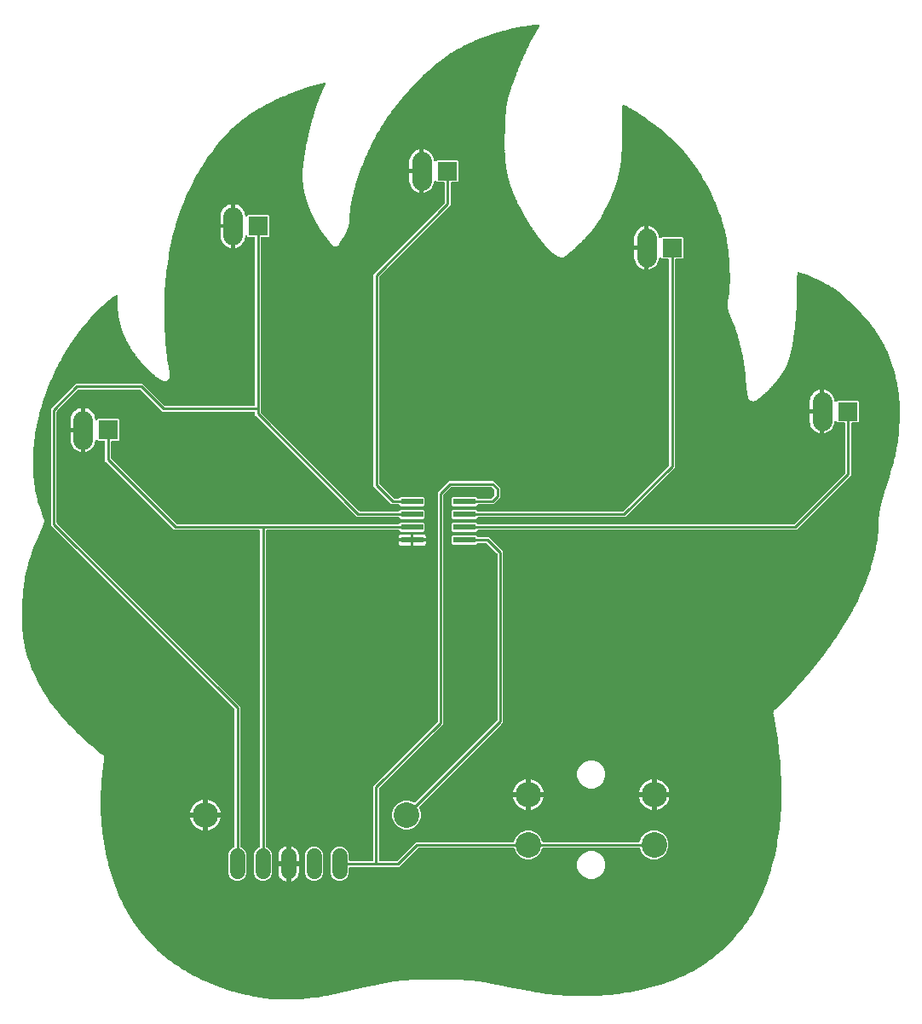
<source format=gbr>
G04 EAGLE Gerber RS-274X export*
G75*
%MOMM*%
%FSLAX34Y34*%
%LPD*%
%INTop Copper*%
%IPPOS*%
%AMOC8*
5,1,8,0,0,1.08239X$1,22.5*%
G01*
%ADD10C,2.540000*%
%ADD11R,1.879600X1.879600*%
%ADD12C,1.930400*%
%ADD13R,2.200000X0.600000*%
%ADD14C,1.524000*%
%ADD15C,0.254000*%

G36*
X331985Y10074D02*
X331985Y10074D01*
X331992Y10075D01*
X332009Y10074D01*
X335859Y10182D01*
X335866Y10183D01*
X335880Y10182D01*
X338615Y10303D01*
X338621Y10304D01*
X338634Y10304D01*
X342495Y10532D01*
X342501Y10533D01*
X342514Y10533D01*
X345256Y10736D01*
X345261Y10737D01*
X345271Y10737D01*
X348013Y10972D01*
X348018Y10973D01*
X348030Y10974D01*
X351884Y11358D01*
X351890Y11359D01*
X351902Y11360D01*
X355196Y11735D01*
X355201Y11736D01*
X355211Y11737D01*
X357949Y12081D01*
X357953Y12082D01*
X357962Y12083D01*
X360699Y12455D01*
X360703Y12456D01*
X360713Y12457D01*
X363999Y12942D01*
X364004Y12944D01*
X364015Y12945D01*
X367847Y13558D01*
X367851Y13559D01*
X367861Y13561D01*
X370584Y14029D01*
X370588Y14030D01*
X370596Y14031D01*
X373874Y14628D01*
X373878Y14629D01*
X373886Y14630D01*
X376597Y15152D01*
X376601Y15154D01*
X376611Y15155D01*
X380970Y16045D01*
X380975Y16047D01*
X380986Y16049D01*
X384776Y16872D01*
X384780Y16874D01*
X384791Y16875D01*
X406332Y21836D01*
X406410Y21864D01*
X408375Y22306D01*
X408377Y22307D01*
X408381Y22308D01*
X410269Y22742D01*
X410373Y22759D01*
X410392Y22760D01*
X410401Y22763D01*
X410425Y22767D01*
X412395Y23210D01*
X412472Y23238D01*
X414437Y23669D01*
X414439Y23670D01*
X414443Y23671D01*
X416336Y24096D01*
X416438Y24112D01*
X416458Y24113D01*
X416468Y24117D01*
X416492Y24120D01*
X416821Y24192D01*
X416910Y24224D01*
X417001Y24246D01*
X417003Y24248D01*
X418864Y24641D01*
X418867Y24642D01*
X418873Y24643D01*
X420741Y25053D01*
X420759Y25052D01*
X420869Y25068D01*
X420888Y25069D01*
X420897Y25072D01*
X420919Y25075D01*
X421262Y25148D01*
X421350Y25179D01*
X421441Y25200D01*
X421459Y25209D01*
X423304Y25580D01*
X423308Y25581D01*
X423316Y25582D01*
X425197Y25980D01*
X425233Y25992D01*
X427212Y26365D01*
X427217Y26366D01*
X427227Y26368D01*
X428568Y26637D01*
X428645Y26663D01*
X428690Y26672D01*
X429053Y26735D01*
X429063Y26738D01*
X429086Y26741D01*
X429182Y26761D01*
X429215Y26764D01*
X429222Y26764D01*
X429225Y26765D01*
X429231Y26766D01*
X430583Y27000D01*
X430589Y27001D01*
X430601Y27003D01*
X431966Y27260D01*
X432041Y27284D01*
X432118Y27298D01*
X432124Y27301D01*
X432438Y27349D01*
X432450Y27353D01*
X432479Y27356D01*
X432548Y27370D01*
X432593Y27374D01*
X432594Y27374D01*
X432595Y27374D01*
X432596Y27374D01*
X433972Y27586D01*
X433979Y27588D01*
X433995Y27590D01*
X435390Y27831D01*
X435438Y27845D01*
X435486Y27852D01*
X435508Y27860D01*
X435533Y27864D01*
X435547Y27871D01*
X435823Y27907D01*
X435837Y27911D01*
X435874Y27914D01*
X435928Y27924D01*
X435980Y27927D01*
X437387Y28112D01*
X437395Y28115D01*
X437415Y28116D01*
X438834Y28335D01*
X438902Y28355D01*
X438972Y28364D01*
X438979Y28367D01*
X439153Y28386D01*
X439169Y28389D01*
X439211Y28393D01*
X439304Y28408D01*
X439393Y28411D01*
X440824Y28565D01*
X440833Y28567D01*
X440854Y28569D01*
X442286Y28757D01*
X442353Y28775D01*
X442404Y28780D01*
X442537Y28791D01*
X442553Y28795D01*
X442597Y28798D01*
X442719Y28814D01*
X442835Y28816D01*
X444275Y28936D01*
X444285Y28938D01*
X444306Y28938D01*
X445738Y29092D01*
X445795Y29106D01*
X445924Y29114D01*
X445941Y29117D01*
X445983Y29118D01*
X446152Y29136D01*
X446297Y29136D01*
X447733Y29223D01*
X447741Y29224D01*
X447761Y29225D01*
X449170Y29342D01*
X449182Y29344D01*
X449206Y29345D01*
X449595Y29377D01*
X449618Y29372D01*
X449779Y29369D01*
X451185Y29431D01*
X451192Y29433D01*
X451205Y29433D01*
X451429Y29446D01*
X451510Y29461D01*
X451593Y29467D01*
X451602Y29470D01*
X452087Y29486D01*
X452098Y29488D01*
X452121Y29488D01*
X453045Y29544D01*
X453103Y29531D01*
X453251Y29526D01*
X453257Y29526D01*
X453259Y29526D01*
X453264Y29526D01*
X453490Y29534D01*
X453494Y29534D01*
X453503Y29534D01*
X453716Y29544D01*
X453800Y29558D01*
X453885Y29563D01*
X453911Y29571D01*
X454708Y29588D01*
X454717Y29589D01*
X454736Y29589D01*
X455390Y29618D01*
X455409Y29614D01*
X455547Y29608D01*
X455557Y29607D01*
X455561Y29607D01*
X455570Y29607D01*
X455784Y29612D01*
X455789Y29612D01*
X455800Y29612D01*
X457673Y29675D01*
X457721Y29664D01*
X457840Y29659D01*
X457856Y29657D01*
X457864Y29658D01*
X457882Y29657D01*
X458250Y29665D01*
X458341Y29679D01*
X458433Y29683D01*
X458462Y29691D01*
X460333Y29711D01*
X460338Y29712D01*
X460348Y29711D01*
X462228Y29752D01*
X462273Y29741D01*
X462391Y29735D01*
X462407Y29733D01*
X462415Y29734D01*
X462433Y29733D01*
X463352Y29742D01*
X463446Y29755D01*
X463541Y29759D01*
X463544Y29759D01*
X465444Y29764D01*
X465448Y29765D01*
X465454Y29764D01*
X467365Y29784D01*
X467383Y29780D01*
X467494Y29773D01*
X467512Y29770D01*
X467522Y29771D01*
X467544Y29770D01*
X475762Y29791D01*
X475819Y29798D01*
X477859Y29797D01*
X477860Y29797D01*
X477863Y29797D01*
X479854Y29802D01*
X479904Y29799D01*
X479924Y29795D01*
X479936Y29797D01*
X479963Y29795D01*
X484799Y29791D01*
X484893Y29803D01*
X484926Y29803D01*
X486890Y29789D01*
X486893Y29789D01*
X486899Y29789D01*
X488824Y29787D01*
X488833Y29785D01*
X488941Y29777D01*
X488959Y29774D01*
X488970Y29775D01*
X488993Y29773D01*
X491597Y29754D01*
X491688Y29765D01*
X491781Y29766D01*
X491806Y29773D01*
X493684Y29739D01*
X493689Y29740D01*
X493698Y29739D01*
X495581Y29725D01*
X495621Y29714D01*
X495737Y29705D01*
X495754Y29702D01*
X495763Y29702D01*
X495782Y29701D01*
X497845Y29663D01*
X497935Y29673D01*
X498025Y29673D01*
X498079Y29687D01*
X499924Y29626D01*
X499930Y29626D01*
X499943Y29625D01*
X501794Y29591D01*
X501861Y29572D01*
X501983Y29560D01*
X501998Y29557D01*
X502006Y29558D01*
X502021Y29556D01*
X502402Y29544D01*
X502493Y29552D01*
X502584Y29551D01*
X502626Y29561D01*
X504483Y29475D01*
X504489Y29476D01*
X504500Y29474D01*
X504717Y29467D01*
X504800Y29475D01*
X504885Y29473D01*
X504898Y29476D01*
X505503Y29442D01*
X505513Y29442D01*
X505533Y29440D01*
X506366Y29413D01*
X506404Y29401D01*
X506544Y29384D01*
X506553Y29382D01*
X506557Y29382D01*
X506564Y29381D01*
X506781Y29369D01*
X506785Y29369D01*
X506794Y29368D01*
X507010Y29358D01*
X507094Y29365D01*
X507179Y29362D01*
X507209Y29368D01*
X508018Y29312D01*
X508027Y29313D01*
X508047Y29311D01*
X508681Y29281D01*
X508699Y29275D01*
X508838Y29257D01*
X508847Y29255D01*
X508851Y29255D01*
X508859Y29254D01*
X509073Y29239D01*
X509078Y29239D01*
X509089Y29238D01*
X509308Y29226D01*
X509391Y29231D01*
X509476Y29227D01*
X509497Y29232D01*
X510170Y29177D01*
X510179Y29177D01*
X510201Y29175D01*
X511077Y29125D01*
X511106Y29127D01*
X512271Y29017D01*
X512281Y29018D01*
X512302Y29015D01*
X513379Y28940D01*
X513386Y28941D01*
X513400Y28938D01*
X513403Y28937D01*
X513405Y28937D01*
X513407Y28937D01*
X514251Y28846D01*
X514262Y28847D01*
X514284Y28843D01*
X515120Y28776D01*
X515190Y28779D01*
X516356Y28634D01*
X516367Y28634D01*
X516394Y28630D01*
X517265Y28548D01*
X517319Y28527D01*
X517437Y28507D01*
X517453Y28503D01*
X517461Y28503D01*
X517477Y28500D01*
X518544Y28385D01*
X518620Y28387D01*
X518695Y28378D01*
X518708Y28380D01*
X519007Y28337D01*
X519022Y28336D01*
X519055Y28331D01*
X519109Y28325D01*
X519154Y28315D01*
X520548Y28112D01*
X520556Y28112D01*
X520574Y28109D01*
X521975Y27934D01*
X522014Y27935D01*
X522115Y27918D01*
X522130Y27917D01*
X522164Y27911D01*
X522419Y27879D01*
X522421Y27878D01*
X522578Y27842D01*
X523967Y27615D01*
X523975Y27615D01*
X523989Y27611D01*
X525366Y27411D01*
X525399Y27411D01*
X525506Y27391D01*
X525519Y27391D01*
X525547Y27385D01*
X525844Y27342D01*
X525844Y27341D01*
X526001Y27303D01*
X527366Y27059D01*
X527372Y27058D01*
X527385Y27056D01*
X529339Y26736D01*
X529383Y26724D01*
X529388Y26723D01*
X529390Y26722D01*
X529395Y26721D01*
X531301Y26355D01*
X531306Y26355D01*
X531317Y26352D01*
X533157Y26023D01*
X533207Y25999D01*
X533323Y25969D01*
X533338Y25964D01*
X533346Y25963D01*
X533363Y25959D01*
X535371Y25573D01*
X535466Y25567D01*
X535486Y25564D01*
X537427Y25179D01*
X537430Y25178D01*
X537435Y25177D01*
X539325Y24814D01*
X539332Y24811D01*
X539436Y24783D01*
X539454Y24776D01*
X539465Y24775D01*
X539488Y24769D01*
X555114Y21666D01*
X555116Y21666D01*
X555119Y21665D01*
X561738Y20373D01*
X561740Y20373D01*
X561744Y20372D01*
X570011Y18800D01*
X570014Y18800D01*
X570020Y18799D01*
X574973Y17896D01*
X574976Y17896D01*
X574982Y17894D01*
X577724Y17414D01*
X577727Y17414D01*
X577732Y17412D01*
X580474Y16949D01*
X580477Y16949D01*
X580484Y16947D01*
X583224Y16507D01*
X583228Y16507D01*
X583235Y16505D01*
X585417Y16173D01*
X585421Y16173D01*
X585429Y16171D01*
X588164Y15783D01*
X588168Y15783D01*
X588178Y15781D01*
X590358Y15497D01*
X590362Y15497D01*
X590371Y15495D01*
X592550Y15235D01*
X592554Y15235D01*
X592564Y15233D01*
X594745Y14998D01*
X594750Y14998D01*
X594761Y14997D01*
X597503Y14736D01*
X597508Y14736D01*
X597519Y14735D01*
X599705Y14554D01*
X599709Y14554D01*
X599718Y14553D01*
X602476Y14354D01*
X602481Y14354D01*
X602491Y14353D01*
X606374Y14116D01*
X606377Y14116D01*
X606385Y14116D01*
X609730Y13940D01*
X609732Y13941D01*
X609737Y13940D01*
X614203Y13729D01*
X614206Y13730D01*
X614212Y13729D01*
X616979Y13619D01*
X616984Y13619D01*
X616994Y13618D01*
X619749Y13541D01*
X619754Y13541D01*
X619764Y13540D01*
X622523Y13495D01*
X622528Y13495D01*
X622537Y13495D01*
X625295Y13481D01*
X625299Y13481D01*
X625309Y13481D01*
X628071Y13498D01*
X628075Y13499D01*
X628085Y13498D01*
X630844Y13546D01*
X630849Y13547D01*
X630858Y13547D01*
X633618Y13625D01*
X633623Y13625D01*
X633633Y13625D01*
X636390Y13734D01*
X636394Y13735D01*
X636403Y13735D01*
X639164Y13872D01*
X639169Y13873D01*
X639178Y13873D01*
X641935Y14041D01*
X641940Y14042D01*
X641948Y14042D01*
X644699Y14238D01*
X644704Y14239D01*
X644716Y14239D01*
X648575Y14565D01*
X648581Y14566D01*
X648593Y14566D01*
X652444Y14947D01*
X652450Y14948D01*
X652463Y14949D01*
X656311Y15386D01*
X656317Y15387D01*
X656328Y15388D01*
X659615Y15807D01*
X659620Y15808D01*
X659631Y15809D01*
X662912Y16268D01*
X662918Y16270D01*
X662929Y16271D01*
X666757Y16860D01*
X666762Y16862D01*
X666775Y16863D01*
X670594Y17507D01*
X670600Y17509D01*
X670611Y17510D01*
X673865Y18105D01*
X673870Y18107D01*
X673882Y18109D01*
X677681Y18859D01*
X677687Y18861D01*
X677699Y18863D01*
X681482Y19668D01*
X681488Y19670D01*
X681500Y19672D01*
X684729Y20408D01*
X684734Y20410D01*
X684746Y20412D01*
X687963Y21190D01*
X687968Y21192D01*
X687980Y21195D01*
X691187Y22017D01*
X691192Y22019D01*
X691204Y22021D01*
X694396Y22887D01*
X694401Y22889D01*
X694414Y22892D01*
X698129Y23960D01*
X698135Y23963D01*
X698148Y23966D01*
X701306Y24928D01*
X701311Y24931D01*
X701324Y24934D01*
X704468Y25944D01*
X704474Y25947D01*
X704487Y25951D01*
X707613Y27008D01*
X707619Y27011D01*
X707632Y27015D01*
X710740Y28122D01*
X710746Y28125D01*
X710759Y28129D01*
X713843Y29285D01*
X713849Y29288D01*
X713864Y29293D01*
X716922Y30500D01*
X716928Y30503D01*
X716944Y30509D01*
X720493Y31989D01*
X720500Y31993D01*
X720515Y31999D01*
X723009Y33095D01*
X723015Y33099D01*
X723030Y33104D01*
X726014Y34481D01*
X726021Y34485D01*
X726036Y34491D01*
X728482Y35675D01*
X728488Y35679D01*
X728504Y35686D01*
X731421Y37171D01*
X731428Y37176D01*
X731446Y37184D01*
X734321Y38732D01*
X734328Y38737D01*
X734346Y38745D01*
X736699Y40080D01*
X736706Y40086D01*
X736723Y40094D01*
X739046Y41479D01*
X739053Y41484D01*
X739070Y41494D01*
X741362Y42931D01*
X741369Y42937D01*
X741385Y42946D01*
X743175Y44123D01*
X743182Y44129D01*
X743199Y44139D01*
X745893Y45997D01*
X745899Y46002D01*
X745914Y46012D01*
X749027Y48253D01*
X749034Y48259D01*
X749049Y48269D01*
X752113Y50577D01*
X752119Y50583D01*
X752134Y50593D01*
X754708Y52617D01*
X754714Y52623D01*
X754729Y52633D01*
X757702Y55073D01*
X757707Y55078D01*
X757719Y55087D01*
X759379Y56499D01*
X759382Y56503D01*
X759390Y56509D01*
X760620Y57581D01*
X760624Y57584D01*
X760631Y57590D01*
X762268Y59049D01*
X762271Y59053D01*
X762279Y59059D01*
X763487Y60161D01*
X763489Y60164D01*
X763496Y60170D01*
X764694Y61285D01*
X764697Y61289D01*
X764705Y61295D01*
X766283Y62800D01*
X766287Y62805D01*
X766298Y62815D01*
X768647Y65131D01*
X768651Y65136D01*
X768661Y65145D01*
X769796Y66299D01*
X769799Y66303D01*
X769806Y66310D01*
X771326Y67892D01*
X771329Y67896D01*
X771336Y67903D01*
X772450Y69092D01*
X772453Y69096D01*
X772461Y69103D01*
X773941Y70720D01*
X773943Y70724D01*
X773951Y70731D01*
X775036Y71947D01*
X775039Y71951D01*
X775046Y71958D01*
X776478Y73600D01*
X776482Y73606D01*
X776492Y73617D01*
X778616Y76140D01*
X778619Y76145D01*
X778629Y76155D01*
X779651Y77409D01*
X779654Y77413D01*
X779661Y77421D01*
X781019Y79127D01*
X781023Y79133D01*
X781033Y79144D01*
X783040Y81758D01*
X783043Y81764D01*
X783052Y81774D01*
X784019Y83075D01*
X784021Y83079D01*
X784027Y83087D01*
X785308Y84851D01*
X785311Y84858D01*
X785320Y84869D01*
X787202Y87560D01*
X787206Y87567D01*
X787217Y87581D01*
X789045Y90312D01*
X789048Y90318D01*
X789057Y90330D01*
X790239Y92163D01*
X790241Y92167D01*
X790247Y92175D01*
X791115Y93555D01*
X791117Y93559D01*
X791123Y93568D01*
X792269Y95438D01*
X792271Y95443D01*
X792276Y95451D01*
X793113Y96853D01*
X793115Y96858D01*
X793120Y96866D01*
X794222Y98760D01*
X794223Y98765D01*
X794229Y98773D01*
X795037Y100200D01*
X795038Y100204D01*
X795042Y100211D01*
X795835Y101643D01*
X795837Y101647D01*
X795842Y101656D01*
X796874Y103574D01*
X796877Y103580D01*
X796885Y103593D01*
X798649Y107012D01*
X798652Y107020D01*
X798661Y107036D01*
X800103Y109978D01*
X800106Y109985D01*
X800114Y110001D01*
X801735Y113480D01*
X801737Y113488D01*
X801746Y113505D01*
X803291Y117017D01*
X803294Y117025D01*
X803302Y117042D01*
X804774Y120586D01*
X804777Y120594D01*
X804784Y120610D01*
X806186Y124187D01*
X806188Y124195D01*
X806195Y124210D01*
X807526Y127816D01*
X807527Y127824D01*
X807534Y127839D01*
X808798Y131481D01*
X808800Y131487D01*
X808805Y131500D01*
X809491Y133578D01*
X809492Y133583D01*
X809495Y133591D01*
X810162Y135682D01*
X810163Y135687D01*
X810167Y135697D01*
X811130Y138856D01*
X811131Y138863D01*
X811136Y138878D01*
X812347Y143121D01*
X812348Y143129D01*
X812353Y143144D01*
X813341Y146869D01*
X813341Y146876D01*
X813346Y146890D01*
X814273Y150637D01*
X814273Y150644D01*
X814277Y150657D01*
X815143Y154416D01*
X815144Y154423D01*
X815148Y154438D01*
X816065Y158761D01*
X816066Y158768D01*
X816070Y158782D01*
X816912Y163124D01*
X816913Y163130D01*
X816916Y163143D01*
X817592Y166949D01*
X817592Y166956D01*
X817595Y166968D01*
X818303Y171338D01*
X818304Y171344D01*
X818307Y171358D01*
X818945Y175742D01*
X818945Y175748D01*
X818947Y175760D01*
X819451Y179599D01*
X819451Y179604D01*
X819453Y179616D01*
X819969Y184019D01*
X819969Y184026D01*
X819971Y184039D01*
X820476Y189005D01*
X820476Y189011D01*
X820478Y189024D01*
X820907Y194000D01*
X820907Y194003D01*
X820907Y194006D01*
X820909Y194019D01*
X821264Y199004D01*
X821264Y199010D01*
X821265Y199021D01*
X821455Y202314D01*
X821455Y202322D01*
X821456Y202338D01*
X821585Y205632D01*
X821584Y205637D01*
X821585Y205650D01*
X821639Y207841D01*
X821639Y207845D01*
X821639Y207853D01*
X821671Y210048D01*
X821671Y210053D01*
X821671Y210064D01*
X821679Y214499D01*
X821679Y214506D01*
X821679Y214519D01*
X821611Y219516D01*
X821610Y219521D01*
X821611Y219534D01*
X821473Y224532D01*
X821472Y224537D01*
X821472Y224547D01*
X821271Y229554D01*
X821271Y229559D01*
X821271Y229569D01*
X820981Y235137D01*
X820980Y235142D01*
X820980Y235152D01*
X820664Y240153D01*
X820663Y240157D01*
X820663Y240166D01*
X820250Y245730D01*
X820249Y245735D01*
X820249Y245744D01*
X819773Y251299D01*
X819772Y251303D01*
X819772Y251313D01*
X819288Y256306D01*
X819287Y256310D01*
X819287Y256319D01*
X818811Y260745D01*
X818810Y260749D01*
X818809Y260759D01*
X818218Y265735D01*
X818217Y265740D01*
X818216Y265750D01*
X817713Y269601D01*
X817711Y269606D01*
X817711Y269616D01*
X817081Y274011D01*
X817080Y274017D01*
X817079Y274029D01*
X816477Y277851D01*
X816475Y277857D01*
X816474Y277870D01*
X813837Y293072D01*
X813836Y293072D01*
X813836Y293073D01*
X813835Y293076D01*
X813834Y293084D01*
X813792Y293327D01*
X813771Y293395D01*
X813760Y293465D01*
X813705Y293617D01*
X813319Y294504D01*
X813376Y294649D01*
X813402Y294752D01*
X813436Y294853D01*
X813441Y294906D01*
X813454Y294957D01*
X813454Y295064D01*
X813462Y295170D01*
X813453Y295253D01*
X813453Y295275D01*
X813449Y295290D01*
X813445Y295330D01*
X813418Y295483D01*
X813560Y295685D01*
X813561Y295686D01*
X813633Y295823D01*
X813709Y295966D01*
X813710Y295967D01*
X813710Y295968D01*
X813746Y296119D01*
X813784Y296275D01*
X813784Y296276D01*
X813784Y296277D01*
X813792Y296438D01*
X813789Y296561D01*
X814182Y296967D01*
X814188Y296975D01*
X814196Y296982D01*
X814283Y297103D01*
X814373Y297222D01*
X814377Y297231D01*
X814382Y297239D01*
X814451Y297385D01*
X814657Y297911D01*
X815180Y298139D01*
X815188Y298144D01*
X815196Y298146D01*
X815324Y298224D01*
X815454Y298302D01*
X815460Y298308D01*
X815467Y298312D01*
X815586Y298421D01*
X831312Y314701D01*
X831314Y314704D01*
X831319Y314708D01*
X834008Y317534D01*
X834010Y317537D01*
X834015Y317542D01*
X836294Y319977D01*
X836297Y319981D01*
X836303Y319986D01*
X840076Y324097D01*
X840079Y324101D01*
X840086Y324107D01*
X843060Y327420D01*
X843062Y327424D01*
X843069Y327431D01*
X846376Y331195D01*
X846379Y331199D01*
X846386Y331207D01*
X850011Y335436D01*
X850014Y335440D01*
X850022Y335449D01*
X853590Y339723D01*
X853593Y339728D01*
X853600Y339735D01*
X856759Y343619D01*
X856762Y343624D01*
X856770Y343632D01*
X860225Y347993D01*
X860228Y347998D01*
X860235Y348007D01*
X863635Y352423D01*
X863637Y352427D01*
X863643Y352434D01*
X865309Y354645D01*
X865311Y354648D01*
X865315Y354654D01*
X867299Y357331D01*
X867301Y357335D01*
X867307Y357342D01*
X870243Y361398D01*
X870245Y361403D01*
X870253Y361412D01*
X873450Y365962D01*
X873453Y365967D01*
X873461Y365977D01*
X876272Y370106D01*
X876275Y370111D01*
X876282Y370121D01*
X879038Y374293D01*
X879040Y374298D01*
X879048Y374308D01*
X881739Y378516D01*
X881742Y378521D01*
X881749Y378532D01*
X884380Y382783D01*
X884382Y382788D01*
X884388Y382797D01*
X886100Y385645D01*
X886101Y385648D01*
X886106Y385655D01*
X887506Y388034D01*
X887508Y388039D01*
X887514Y388048D01*
X889993Y392386D01*
X889996Y392393D01*
X890004Y392405D01*
X892410Y396782D01*
X892412Y396787D01*
X892418Y396797D01*
X893715Y399231D01*
X893717Y399235D01*
X893721Y399243D01*
X894993Y401688D01*
X894995Y401694D01*
X895001Y401704D01*
X897247Y406169D01*
X897249Y406174D01*
X897255Y406185D01*
X898456Y408662D01*
X898457Y408667D01*
X898462Y408674D01*
X899644Y411179D01*
X899645Y411182D01*
X899649Y411189D01*
X900570Y413190D01*
X900572Y413193D01*
X900576Y413201D01*
X901704Y415714D01*
X901705Y415720D01*
X901711Y415731D01*
X903463Y419792D01*
X903465Y419800D01*
X903472Y419814D01*
X905147Y423903D01*
X905149Y423909D01*
X905155Y423921D01*
X906157Y426480D01*
X906159Y426485D01*
X906163Y426495D01*
X907132Y429062D01*
X907134Y429068D01*
X907139Y429081D01*
X908635Y433246D01*
X908636Y433252D01*
X908641Y433265D01*
X909347Y435333D01*
X909348Y435337D01*
X909352Y435346D01*
X910040Y437435D01*
X910041Y437440D01*
X910044Y437448D01*
X910709Y439540D01*
X910710Y439545D01*
X910713Y439555D01*
X911512Y442184D01*
X911513Y442190D01*
X911517Y442201D01*
X912275Y444834D01*
X912276Y444840D01*
X912281Y444853D01*
X913141Y448031D01*
X913142Y448038D01*
X913147Y448054D01*
X913948Y451244D01*
X913949Y451251D01*
X913953Y451266D01*
X914572Y453926D01*
X914573Y453933D01*
X914577Y453946D01*
X915152Y456613D01*
X915153Y456620D01*
X915157Y456636D01*
X915790Y459860D01*
X915791Y459868D01*
X915795Y459884D01*
X916268Y462564D01*
X916268Y462572D01*
X916272Y462587D01*
X916698Y465279D01*
X916699Y465287D01*
X916702Y465303D01*
X917078Y467996D01*
X917078Y468004D01*
X917081Y468020D01*
X917405Y470720D01*
X917405Y470728D01*
X917408Y470745D01*
X917680Y473452D01*
X917679Y473460D01*
X917682Y473476D01*
X917858Y475626D01*
X917857Y475633D01*
X917859Y475649D01*
X917867Y475776D01*
X917867Y475777D01*
X918028Y478315D01*
X918031Y478366D01*
X918030Y478374D01*
X918032Y478391D01*
X918127Y480548D01*
X918126Y480555D01*
X918127Y480570D01*
X918184Y482733D01*
X918183Y482740D01*
X918184Y482755D01*
X918190Y483481D01*
X918180Y483567D01*
X918180Y483654D01*
X918169Y483698D01*
X918168Y483709D01*
X918161Y483731D01*
X918158Y483757D01*
X918184Y484695D01*
X918176Y484779D01*
X918178Y484863D01*
X918161Y484936D01*
X918153Y485012D01*
X918151Y485018D01*
X918198Y485926D01*
X918192Y486007D01*
X918196Y486088D01*
X918180Y486165D01*
X918175Y486243D01*
X918167Y486266D01*
X918217Y486886D01*
X918216Y486907D01*
X918221Y486976D01*
X918224Y487382D01*
X918228Y487403D01*
X918252Y487487D01*
X918264Y487619D01*
X918266Y487631D01*
X918265Y487636D01*
X918266Y487647D01*
X918271Y487815D01*
X918267Y487862D01*
X918270Y487908D01*
X918252Y488015D01*
X918279Y488260D01*
X918279Y488282D01*
X918286Y488365D01*
X918292Y488567D01*
X918308Y488608D01*
X918335Y488767D01*
X918350Y488901D01*
X918350Y488921D01*
X918356Y488975D01*
X918392Y489654D01*
X918389Y489696D01*
X918393Y489738D01*
X918389Y489772D01*
X918395Y489815D01*
X918395Y489837D01*
X918401Y489882D01*
X918413Y489942D01*
X918517Y490670D01*
X918518Y490690D01*
X918526Y490749D01*
X918587Y491512D01*
X918603Y491542D01*
X918622Y491620D01*
X918650Y491694D01*
X918678Y491850D01*
X918678Y491851D01*
X918678Y491852D01*
X918678Y491853D01*
X918688Y491942D01*
X918687Y492002D01*
X918696Y492060D01*
X918685Y492160D01*
X918684Y492220D01*
X918773Y492725D01*
X918774Y492745D01*
X918784Y492804D01*
X918841Y493314D01*
X918847Y493325D01*
X918863Y493382D01*
X918887Y493436D01*
X918925Y493593D01*
X918982Y493920D01*
X918983Y493932D01*
X918989Y493960D01*
X919034Y494274D01*
X919035Y494337D01*
X919045Y494399D01*
X919037Y494495D01*
X919038Y494509D01*
X919132Y494974D01*
X919133Y494993D01*
X919144Y495046D01*
X919232Y495655D01*
X919240Y495669D01*
X919258Y495728D01*
X919286Y495785D01*
X919328Y495940D01*
X919391Y496251D01*
X919391Y496261D01*
X919397Y496284D01*
X919448Y496577D01*
X919451Y496644D01*
X919464Y496710D01*
X919459Y496803D01*
X919460Y496815D01*
X919583Y497355D01*
X919585Y497373D01*
X919596Y497418D01*
X919699Y498007D01*
X919714Y498052D01*
X919745Y498112D01*
X919791Y498266D01*
X919857Y498557D01*
X919858Y498567D01*
X919864Y498587D01*
X920035Y499433D01*
X920040Y499502D01*
X920055Y499570D01*
X920054Y499603D01*
X920127Y499892D01*
X920129Y499908D01*
X920140Y499949D01*
X920224Y500364D01*
X920245Y500402D01*
X920294Y500555D01*
X920504Y501391D01*
X920505Y501399D01*
X920511Y501418D01*
X920698Y502239D01*
X920705Y502313D01*
X920723Y502385D01*
X920722Y502399D01*
X920792Y502657D01*
X920794Y502672D01*
X920805Y502707D01*
X920917Y503197D01*
X920939Y503236D01*
X920991Y503388D01*
X921211Y504199D01*
X921212Y504207D01*
X921217Y504222D01*
X921417Y505017D01*
X921426Y505095D01*
X921446Y505171D01*
X921446Y505177D01*
X921530Y505470D01*
X921532Y505483D01*
X921541Y505511D01*
X921668Y506015D01*
X921684Y506043D01*
X921739Y506194D01*
X921965Y506982D01*
X921966Y506988D01*
X921971Y507001D01*
X922333Y508337D01*
X922343Y508407D01*
X922419Y508658D01*
X922421Y508670D01*
X922430Y508696D01*
X922478Y508869D01*
X922512Y508960D01*
X922512Y508961D01*
X922512Y508962D01*
X922917Y510288D01*
X922918Y510294D01*
X922923Y510307D01*
X923432Y512077D01*
X923472Y512142D01*
X923516Y512259D01*
X923523Y512272D01*
X923523Y512273D01*
X923523Y512274D01*
X923524Y512280D01*
X923529Y512293D01*
X923642Y512663D01*
X923657Y512752D01*
X923682Y512839D01*
X923684Y512888D01*
X924249Y514652D01*
X924250Y514658D01*
X924254Y514669D01*
X924797Y516448D01*
X924831Y516501D01*
X924876Y516616D01*
X924883Y516630D01*
X924884Y516637D01*
X924890Y516651D01*
X927176Y523786D01*
X927177Y523789D01*
X927179Y523795D01*
X928675Y528592D01*
X928676Y528597D01*
X928679Y528605D01*
X930125Y533413D01*
X930125Y533417D01*
X930128Y533426D01*
X930899Y536085D01*
X930900Y536089D01*
X930902Y536095D01*
X931651Y538759D01*
X931652Y538764D01*
X931655Y538774D01*
X932805Y543064D01*
X932805Y543069D01*
X932809Y543079D01*
X933350Y545206D01*
X933350Y545210D01*
X933353Y545219D01*
X934006Y547905D01*
X934006Y547909D01*
X934009Y547919D01*
X934503Y550057D01*
X934504Y550061D01*
X934506Y550070D01*
X934978Y552217D01*
X934978Y552222D01*
X934981Y552231D01*
X935427Y554380D01*
X935428Y554385D01*
X935430Y554395D01*
X935848Y556532D01*
X935849Y556539D01*
X935852Y556554D01*
X936526Y560343D01*
X936526Y560351D01*
X936530Y560369D01*
X937037Y563607D01*
X937038Y563615D01*
X937041Y563632D01*
X937559Y567435D01*
X937559Y567443D01*
X937562Y567461D01*
X938000Y571278D01*
X938000Y571286D01*
X938003Y571302D01*
X938368Y575135D01*
X938368Y575142D01*
X938370Y575157D01*
X938670Y579004D01*
X938670Y579011D01*
X938672Y579025D01*
X938978Y584011D01*
X938977Y584016D01*
X938978Y584027D01*
X939057Y585652D01*
X939057Y585657D01*
X939058Y585667D01*
X939139Y587851D01*
X939138Y587858D01*
X939139Y587871D01*
X939198Y590607D01*
X939198Y590613D01*
X939199Y590628D01*
X939212Y593359D01*
X939211Y593366D01*
X939212Y593380D01*
X939180Y596115D01*
X939179Y596121D01*
X939179Y596135D01*
X939120Y598307D01*
X939119Y598313D01*
X939119Y598326D01*
X939001Y601058D01*
X939000Y601065D01*
X939000Y601080D01*
X938835Y603804D01*
X938834Y603811D01*
X938834Y603826D01*
X938622Y606545D01*
X938621Y606552D01*
X938620Y606568D01*
X938360Y609281D01*
X938358Y609288D01*
X938358Y609303D01*
X938049Y612013D01*
X938047Y612020D01*
X938046Y612035D01*
X937690Y614737D01*
X937688Y614744D01*
X937687Y614760D01*
X937281Y617458D01*
X937279Y617464D01*
X937278Y617479D01*
X936920Y619619D01*
X936918Y619625D01*
X936916Y619639D01*
X936422Y622322D01*
X936419Y622329D01*
X936417Y622345D01*
X935874Y625014D01*
X935872Y625021D01*
X935870Y625037D01*
X935278Y627693D01*
X935275Y627700D01*
X935272Y627716D01*
X934631Y630361D01*
X934628Y630368D01*
X934625Y630384D01*
X933934Y633015D01*
X933931Y633022D01*
X933928Y633039D01*
X933186Y635660D01*
X933183Y635666D01*
X933180Y635681D01*
X932554Y637757D01*
X932551Y637763D01*
X932548Y637778D01*
X931715Y640375D01*
X931712Y640382D01*
X931708Y640396D01*
X931012Y642444D01*
X931009Y642450D01*
X931004Y642465D01*
X930083Y645028D01*
X930079Y645036D01*
X930074Y645052D01*
X929105Y647590D01*
X929101Y647597D01*
X929096Y647613D01*
X928078Y650132D01*
X928074Y650139D01*
X928068Y650155D01*
X927000Y652653D01*
X926996Y652660D01*
X926990Y652676D01*
X925873Y655152D01*
X925869Y655159D01*
X925863Y655175D01*
X924695Y657631D01*
X924691Y657637D01*
X924685Y657652D01*
X923722Y659588D01*
X923718Y659594D01*
X923711Y659608D01*
X922454Y662026D01*
X922449Y662032D01*
X922443Y662046D01*
X921411Y663944D01*
X921407Y663950D01*
X921400Y663964D01*
X920055Y666334D01*
X920051Y666340D01*
X920043Y666354D01*
X918946Y668208D01*
X918941Y668214D01*
X918933Y668230D01*
X917205Y671020D01*
X917200Y671026D01*
X917192Y671040D01*
X916324Y672385D01*
X916319Y672390D01*
X916312Y672403D01*
X915421Y673734D01*
X915416Y673740D01*
X915408Y673753D01*
X914493Y675070D01*
X914488Y675074D01*
X914481Y675086D01*
X913547Y676385D01*
X913542Y676391D01*
X913532Y676405D01*
X911564Y679027D01*
X911559Y679033D01*
X911549Y679047D01*
X910212Y680757D01*
X910208Y680760D01*
X910202Y680769D01*
X909189Y682032D01*
X909184Y682036D01*
X909176Y682047D01*
X906718Y685013D01*
X906712Y685018D01*
X906702Y685032D01*
X904182Y687951D01*
X904178Y687955D01*
X904170Y687965D01*
X902714Y689602D01*
X902711Y689605D01*
X902706Y689612D01*
X901227Y691242D01*
X901224Y691245D01*
X901218Y691252D01*
X899341Y693276D01*
X899338Y693279D01*
X899332Y693286D01*
X897825Y694877D01*
X897820Y694881D01*
X897812Y694890D01*
X894727Y698058D01*
X894721Y698062D01*
X894710Y698075D01*
X891572Y701176D01*
X891566Y701180D01*
X891555Y701192D01*
X888766Y703849D01*
X888760Y703853D01*
X888749Y703865D01*
X885909Y706472D01*
X885903Y706476D01*
X885894Y706486D01*
X884264Y707935D01*
X884260Y707938D01*
X884252Y707946D01*
X882597Y709380D01*
X882593Y709383D01*
X882585Y709390D01*
X881344Y710441D01*
X881339Y710443D01*
X881331Y710451D01*
X879646Y711840D01*
X879641Y711843D01*
X879631Y711852D01*
X878369Y712861D01*
X878364Y712864D01*
X878355Y712872D01*
X877091Y713854D01*
X877084Y713858D01*
X877069Y713871D01*
X874904Y715479D01*
X874895Y715484D01*
X874878Y715498D01*
X873589Y716405D01*
X873583Y716408D01*
X873569Y716419D01*
X872714Y716997D01*
X872707Y717000D01*
X872695Y717009D01*
X871831Y717571D01*
X871824Y717574D01*
X871809Y717585D01*
X870959Y718112D01*
X870949Y718117D01*
X870928Y718132D01*
X868607Y719481D01*
X868599Y719485D01*
X868582Y719495D01*
X867184Y720266D01*
X867178Y720269D01*
X867168Y720275D01*
X865747Y721033D01*
X865740Y721035D01*
X865728Y721043D01*
X862805Y722537D01*
X862797Y722539D01*
X862781Y722549D01*
X859326Y724223D01*
X859318Y724226D01*
X859303Y724234D01*
X855801Y725848D01*
X855795Y725849D01*
X855784Y725855D01*
X853780Y726743D01*
X853776Y726745D01*
X853768Y726749D01*
X851761Y727613D01*
X851755Y727615D01*
X851743Y727621D01*
X848168Y729096D01*
X848162Y729097D01*
X848150Y729103D01*
X846644Y729697D01*
X846639Y729699D01*
X846629Y729703D01*
X844587Y730479D01*
X844582Y730481D01*
X844570Y730486D01*
X843055Y731037D01*
X843048Y731039D01*
X843036Y731044D01*
X841522Y731568D01*
X841514Y731570D01*
X841499Y731576D01*
X839988Y732067D01*
X839980Y732068D01*
X839963Y732075D01*
X838991Y732368D01*
X838982Y732370D01*
X838963Y732377D01*
X838895Y732395D01*
X838819Y732406D01*
X838745Y732427D01*
X838662Y732429D01*
X838580Y732441D01*
X838504Y732433D01*
X838427Y732435D01*
X838346Y732416D01*
X838264Y732407D01*
X838192Y732380D01*
X838117Y732363D01*
X838044Y732325D01*
X837966Y732296D01*
X837903Y732252D01*
X837835Y732216D01*
X837773Y732161D01*
X837705Y732114D01*
X837655Y732056D01*
X837598Y732004D01*
X837552Y731936D01*
X837498Y731873D01*
X837464Y731804D01*
X837421Y731740D01*
X837394Y731662D01*
X837357Y731588D01*
X837341Y731512D01*
X837315Y731440D01*
X837292Y731281D01*
X837194Y730146D01*
X837194Y730136D01*
X837192Y730114D01*
X837097Y728535D01*
X837097Y728528D01*
X837096Y728518D01*
X837096Y728514D01*
X837025Y726906D01*
X837026Y726899D01*
X837024Y726885D01*
X836917Y723020D01*
X836918Y723015D01*
X836917Y723003D01*
X836854Y718551D01*
X836855Y718547D01*
X836854Y718540D01*
X836821Y712199D01*
X836832Y712105D01*
X836833Y712069D01*
X836810Y710104D01*
X836810Y710101D01*
X836810Y710096D01*
X836806Y709331D01*
X836816Y709244D01*
X836817Y709156D01*
X836819Y709147D01*
X836801Y708325D01*
X836801Y708317D01*
X836800Y708302D01*
X836799Y708089D01*
X836797Y708060D01*
X836794Y708046D01*
X836795Y708040D01*
X836794Y708027D01*
X836776Y707260D01*
X836777Y707256D01*
X836776Y707246D01*
X836754Y705315D01*
X836759Y705268D01*
X836686Y703271D01*
X836686Y703265D01*
X836685Y703253D01*
X836643Y701394D01*
X836625Y701334D01*
X836613Y701213D01*
X836610Y701198D01*
X836611Y701190D01*
X836609Y701174D01*
X836595Y700790D01*
X836603Y700701D01*
X836601Y700611D01*
X836615Y700554D01*
X836520Y698713D01*
X836520Y698707D01*
X836519Y698694D01*
X836451Y696847D01*
X836430Y696778D01*
X836415Y696654D01*
X836412Y696639D01*
X836413Y696632D01*
X836411Y696618D01*
X836362Y695674D01*
X836369Y695583D01*
X836366Y695492D01*
X836375Y695452D01*
X836255Y693596D01*
X836255Y693590D01*
X836254Y693579D01*
X836213Y692796D01*
X836218Y692735D01*
X836193Y692405D01*
X836194Y692396D01*
X836192Y692377D01*
X836156Y691698D01*
X836150Y691678D01*
X836131Y691542D01*
X836129Y691532D01*
X836129Y691528D01*
X836128Y691519D01*
X836070Y690739D01*
X836070Y690735D01*
X836069Y690727D01*
X836051Y690441D01*
X836019Y689947D01*
X836024Y689862D01*
X836019Y689777D01*
X836022Y689761D01*
X835963Y689083D01*
X835963Y689074D01*
X835961Y689055D01*
X835943Y688774D01*
X835931Y688695D01*
X835928Y688685D01*
X835929Y688680D01*
X835927Y688671D01*
X835859Y687890D01*
X835859Y687885D01*
X835858Y687874D01*
X835720Y686012D01*
X835701Y685959D01*
X835683Y685838D01*
X835679Y685823D01*
X835679Y685815D01*
X835677Y685799D01*
X835594Y684850D01*
X835598Y684762D01*
X835591Y684674D01*
X835604Y684604D01*
X835604Y684592D01*
X835414Y682784D01*
X835414Y682777D01*
X835412Y682762D01*
X835254Y680942D01*
X835253Y680940D01*
X835222Y680857D01*
X835201Y680730D01*
X835197Y680717D01*
X835197Y680711D01*
X835195Y680699D01*
X835095Y679746D01*
X835097Y679656D01*
X835089Y679566D01*
X835098Y679513D01*
X834878Y677678D01*
X834878Y677672D01*
X834876Y677660D01*
X834794Y676875D01*
X834795Y676823D01*
X834762Y676568D01*
X834762Y676559D01*
X834758Y676538D01*
X834681Y675801D01*
X834669Y675772D01*
X834642Y675632D01*
X834640Y675624D01*
X834640Y675620D01*
X834639Y675614D01*
X834538Y674833D01*
X834538Y674829D01*
X834536Y674821D01*
X834511Y674609D01*
X834511Y674524D01*
X834502Y674440D01*
X834507Y674405D01*
X834380Y673518D01*
X834380Y673509D01*
X834377Y673490D01*
X834310Y672936D01*
X834306Y672926D01*
X834278Y672791D01*
X834276Y672781D01*
X834275Y672777D01*
X834274Y672769D01*
X834244Y672560D01*
X834244Y672555D01*
X834242Y672544D01*
X833993Y670621D01*
X833993Y670610D01*
X833988Y670573D01*
X833987Y670563D01*
X833983Y670540D01*
X833982Y670535D01*
X833981Y670531D01*
X833981Y670527D01*
X833979Y670519D01*
X833681Y668605D01*
X833680Y668599D01*
X833678Y668588D01*
X833648Y668374D01*
X833646Y668290D01*
X833635Y668206D01*
X833637Y668194D01*
X833539Y667606D01*
X833538Y667596D01*
X833534Y667576D01*
X833415Y666740D01*
X833399Y666703D01*
X833367Y666567D01*
X833364Y666558D01*
X833364Y666554D01*
X833362Y666547D01*
X833327Y666334D01*
X833326Y666329D01*
X833325Y666321D01*
X833292Y666111D01*
X833289Y666025D01*
X833277Y665940D01*
X833279Y665920D01*
X833145Y665167D01*
X833145Y665158D01*
X833140Y665140D01*
X833033Y664452D01*
X833025Y664434D01*
X832993Y664302D01*
X832989Y664291D01*
X832989Y664287D01*
X832987Y664277D01*
X832950Y664069D01*
X832949Y664065D01*
X832947Y664055D01*
X832912Y663843D01*
X832910Y663790D01*
X832909Y663787D01*
X832909Y663781D01*
X832908Y663758D01*
X832895Y663675D01*
X832898Y663649D01*
X832756Y662905D01*
X832755Y662896D01*
X832751Y662876D01*
X832638Y662198D01*
X832627Y662175D01*
X832593Y662042D01*
X832590Y662032D01*
X832589Y662028D01*
X832587Y662020D01*
X832547Y661808D01*
X832547Y661804D01*
X832544Y661794D01*
X832505Y661576D01*
X832501Y661492D01*
X832487Y661409D01*
X832490Y661378D01*
X832339Y660639D01*
X832338Y660629D01*
X832333Y660608D01*
X832215Y659945D01*
X832203Y659920D01*
X832165Y659781D01*
X832162Y659773D01*
X832162Y659770D01*
X832161Y659764D01*
X832117Y659549D01*
X832116Y659544D01*
X832114Y659533D01*
X832072Y659315D01*
X832067Y659232D01*
X832052Y659150D01*
X832053Y659125D01*
X831911Y658466D01*
X831910Y658456D01*
X831904Y658435D01*
X831740Y657571D01*
X831738Y657540D01*
X831476Y656403D01*
X831475Y656393D01*
X831469Y656371D01*
X831252Y655307D01*
X831251Y655296D01*
X831035Y654422D01*
X831034Y654411D01*
X831027Y654387D01*
X830859Y653610D01*
X830856Y653578D01*
X830583Y652532D01*
X830582Y652521D01*
X830574Y652497D01*
X830441Y651918D01*
X830434Y651846D01*
X830423Y651804D01*
X830379Y651646D01*
X830377Y651630D01*
X830366Y651591D01*
X830336Y651464D01*
X830322Y651422D01*
X830314Y651406D01*
X830312Y651394D01*
X830300Y651360D01*
X830137Y650773D01*
X830136Y650762D01*
X830128Y650737D01*
X830001Y650221D01*
X829993Y650152D01*
X829975Y650084D01*
X829975Y650067D01*
X829912Y649855D01*
X829909Y649838D01*
X829896Y649797D01*
X829882Y649739D01*
X829859Y649677D01*
X829681Y649077D01*
X829679Y649065D01*
X829670Y649037D01*
X829534Y648515D01*
X829525Y648448D01*
X829507Y648384D01*
X829506Y648358D01*
X829441Y648152D01*
X829438Y648134D01*
X829423Y648088D01*
X829414Y648056D01*
X829394Y648005D01*
X829199Y647389D01*
X829196Y647375D01*
X829185Y647344D01*
X829035Y646804D01*
X829026Y646743D01*
X829008Y646683D01*
X829006Y646646D01*
X828940Y646453D01*
X828936Y646434D01*
X828918Y646381D01*
X828916Y646375D01*
X828901Y646337D01*
X828681Y645696D01*
X828678Y645681D01*
X828665Y645646D01*
X828504Y645102D01*
X828494Y645043D01*
X828476Y644987D01*
X828474Y644968D01*
X828436Y644863D01*
X828431Y644843D01*
X828411Y644787D01*
X828398Y644743D01*
X828363Y644664D01*
X828153Y644090D01*
X828149Y644075D01*
X828135Y644038D01*
X828112Y643968D01*
X828102Y643912D01*
X828083Y643860D01*
X828073Y643757D01*
X828070Y643735D01*
X827928Y643376D01*
X827922Y643356D01*
X827898Y643294D01*
X827852Y643148D01*
X827844Y643137D01*
X827776Y642991D01*
X827632Y642627D01*
X827628Y642611D01*
X827611Y642572D01*
X827505Y642260D01*
X827494Y642210D01*
X827475Y642162D01*
X827463Y642058D01*
X827347Y641789D01*
X827341Y641768D01*
X827313Y641700D01*
X827245Y641500D01*
X827222Y641472D01*
X827150Y641328D01*
X827095Y641201D01*
X827090Y641183D01*
X827070Y641138D01*
X827062Y641116D01*
X827051Y641069D01*
X827033Y641025D01*
X827019Y640935D01*
X827008Y640896D01*
X827007Y640876D01*
X827006Y640870D01*
X826863Y640560D01*
X826856Y640539D01*
X826824Y640465D01*
X826788Y640368D01*
X826782Y640360D01*
X826705Y640219D01*
X826613Y640018D01*
X826590Y639945D01*
X826557Y639875D01*
X826542Y639794D01*
X826517Y639715D01*
X826514Y639658D01*
X826291Y639219D01*
X826284Y639199D01*
X826244Y639113D01*
X826077Y638689D01*
X826072Y638673D01*
X826064Y638657D01*
X826049Y638589D01*
X825756Y638060D01*
X825749Y638042D01*
X825700Y637945D01*
X825532Y637553D01*
X825528Y637537D01*
X825520Y637523D01*
X825518Y637516D01*
X825283Y637120D01*
X825276Y637103D01*
X825223Y637005D01*
X825011Y636545D01*
X825010Y636544D01*
X824916Y636413D01*
X824727Y636111D01*
X824718Y636091D01*
X824670Y636010D01*
X824385Y635445D01*
X824371Y635432D01*
X824274Y635304D01*
X824040Y634949D01*
X824030Y634929D01*
X823988Y634864D01*
X823732Y634400D01*
X823710Y634383D01*
X823660Y634320D01*
X823603Y634263D01*
X823516Y634135D01*
X823514Y634133D01*
X823514Y634132D01*
X823513Y634130D01*
X823431Y633993D01*
X823410Y633944D01*
X823381Y633900D01*
X823361Y633841D01*
X823252Y633682D01*
X823241Y633663D01*
X823202Y633605D01*
X823041Y633333D01*
X823020Y633307D01*
X822979Y633273D01*
X822879Y633147D01*
X822844Y633096D01*
X822836Y633081D01*
X822810Y633045D01*
X822464Y632491D01*
X822449Y632459D01*
X822437Y632442D01*
X822427Y632423D01*
X822388Y632369D01*
X822325Y632269D01*
X822322Y632267D01*
X822220Y632143D01*
X821887Y631683D01*
X821879Y631669D01*
X821855Y631637D01*
X821467Y631049D01*
X821455Y631026D01*
X821424Y630985D01*
X821308Y630808D01*
X821291Y630795D01*
X821186Y630673D01*
X820851Y630226D01*
X820844Y630214D01*
X820823Y630188D01*
X820441Y629639D01*
X820415Y629590D01*
X820360Y629519D01*
X820350Y629502D01*
X820318Y629462D01*
X820238Y629347D01*
X820137Y629233D01*
X819758Y628748D01*
X819751Y628737D01*
X819731Y628712D01*
X819106Y627850D01*
X819085Y627827D01*
X818538Y627152D01*
X818531Y627141D01*
X818511Y627117D01*
X818103Y626575D01*
X818057Y626540D01*
X817948Y626422D01*
X817789Y626227D01*
X817786Y626221D01*
X817776Y626209D01*
X817627Y626019D01*
X817587Y625951D01*
X817538Y625889D01*
X817521Y625851D01*
X817137Y625390D01*
X817130Y625379D01*
X817111Y625358D01*
X816537Y624623D01*
X815787Y623751D01*
X815781Y623741D01*
X815763Y623722D01*
X815157Y622973D01*
X815100Y622932D01*
X815014Y622841D01*
X815003Y622831D01*
X814999Y622826D01*
X814989Y622815D01*
X814680Y622444D01*
X814637Y622378D01*
X814587Y622318D01*
X814574Y622292D01*
X814242Y621919D01*
X814235Y621909D01*
X814215Y621888D01*
X813999Y621628D01*
X813994Y621625D01*
X813880Y621512D01*
X813337Y620902D01*
X813333Y620897D01*
X813323Y620886D01*
X813167Y620705D01*
X813123Y620639D01*
X813071Y620579D01*
X813054Y620544D01*
X812650Y620103D01*
X812643Y620093D01*
X812624Y620073D01*
X812126Y619495D01*
X812077Y619463D01*
X811961Y619352D01*
X811961Y619351D01*
X811799Y619175D01*
X811795Y619170D01*
X811787Y619161D01*
X811629Y618984D01*
X811583Y618918D01*
X811530Y618858D01*
X811507Y618814D01*
X811009Y618286D01*
X811002Y618277D01*
X810983Y618258D01*
X810551Y617773D01*
X810517Y617752D01*
X810430Y617671D01*
X810428Y617669D01*
X810427Y617668D01*
X810403Y617645D01*
X810401Y617644D01*
X810400Y617643D01*
X810399Y617642D01*
X810237Y617471D01*
X810233Y617466D01*
X810223Y617456D01*
X810061Y617279D01*
X810015Y617214D01*
X809962Y617156D01*
X809937Y617111D01*
X809452Y616614D01*
X809445Y616604D01*
X809424Y616584D01*
X808975Y616094D01*
X808935Y616070D01*
X808817Y615963D01*
X808816Y615963D01*
X808816Y615962D01*
X808815Y615962D01*
X808647Y615790D01*
X808643Y615785D01*
X808633Y615775D01*
X808461Y615594D01*
X808416Y615532D01*
X808363Y615476D01*
X808328Y615413D01*
X807796Y614889D01*
X807788Y614879D01*
X807765Y614857D01*
X807365Y614434D01*
X807327Y614413D01*
X807205Y614307D01*
X807028Y614132D01*
X807023Y614126D01*
X807011Y614115D01*
X806826Y613925D01*
X806781Y613867D01*
X806729Y613814D01*
X806686Y613741D01*
X806178Y613261D01*
X806168Y613249D01*
X806142Y613225D01*
X805735Y612809D01*
X805686Y612782D01*
X805562Y612679D01*
X805471Y612592D01*
X805370Y612497D01*
X805365Y612491D01*
X805351Y612479D01*
X805153Y612284D01*
X805109Y612228D01*
X805058Y612178D01*
X805011Y612103D01*
X805001Y612091D01*
X804507Y611645D01*
X804497Y611633D01*
X804466Y611607D01*
X804058Y611204D01*
X803999Y611173D01*
X803937Y611116D01*
X803869Y611067D01*
X803820Y611010D01*
X803764Y610959D01*
X803718Y610888D01*
X803668Y610828D01*
X803009Y610264D01*
X802998Y610251D01*
X802964Y610223D01*
X802488Y609774D01*
X802459Y609737D01*
X802423Y609707D01*
X802376Y609641D01*
X801600Y609020D01*
X801586Y609006D01*
X801543Y608971D01*
X801083Y608557D01*
X801060Y608530D01*
X801032Y608507D01*
X800964Y608420D01*
X800251Y607895D01*
X800235Y607880D01*
X800177Y607836D01*
X800072Y607746D01*
X800057Y607730D01*
X800040Y607718D01*
X799950Y607613D01*
X799858Y607511D01*
X799855Y607506D01*
X799636Y607360D01*
X799632Y607357D01*
X799581Y607318D01*
X799521Y607284D01*
X799101Y607005D01*
X799051Y606962D01*
X798996Y606928D01*
X798931Y606859D01*
X798860Y606797D01*
X798823Y606744D01*
X798778Y606696D01*
X798771Y606684D01*
X798502Y606525D01*
X798493Y606519D01*
X798484Y606514D01*
X798401Y606457D01*
X798387Y606449D01*
X798379Y606441D01*
X798352Y606422D01*
X798345Y606416D01*
X798298Y606368D01*
X798250Y606331D01*
X798214Y606284D01*
X798157Y606230D01*
X798148Y606216D01*
X797796Y606034D01*
X797757Y606007D01*
X797713Y605987D01*
X797626Y605917D01*
X797534Y605853D01*
X797503Y605817D01*
X797466Y605788D01*
X797399Y605698D01*
X797387Y605684D01*
X797200Y605606D01*
X797171Y605589D01*
X797154Y605586D01*
X797139Y605578D01*
X797100Y605564D01*
X796897Y605479D01*
X796890Y605475D01*
X796882Y605473D01*
X796753Y605396D01*
X796622Y605321D01*
X796616Y605315D01*
X796609Y605311D01*
X796502Y605204D01*
X796394Y605099D01*
X796390Y605092D01*
X796384Y605086D01*
X796361Y605051D01*
X796230Y605018D01*
X796156Y604988D01*
X796001Y604958D01*
X795888Y604929D01*
X795798Y604893D01*
X795706Y604867D01*
X795611Y604819D01*
X795593Y604811D01*
X795584Y604805D01*
X795562Y604794D01*
X795293Y604635D01*
X795240Y604629D01*
X795185Y604607D01*
X795127Y604594D01*
X795038Y604549D01*
X794945Y604512D01*
X794896Y604477D01*
X794843Y604450D01*
X794716Y604352D01*
X794653Y604297D01*
X794447Y604310D01*
X794394Y604307D01*
X794342Y604313D01*
X794236Y604297D01*
X794129Y604291D01*
X794079Y604274D01*
X794027Y604267D01*
X793875Y604214D01*
X793862Y604209D01*
X793824Y604219D01*
X793679Y604258D01*
X793670Y604258D01*
X793662Y604260D01*
X793511Y604260D01*
X793361Y604262D01*
X793353Y604260D01*
X793344Y604260D01*
X793186Y604229D01*
X792750Y604116D01*
X792562Y604227D01*
X792457Y604272D01*
X792356Y604325D01*
X792311Y604335D01*
X792269Y604353D01*
X792157Y604370D01*
X792046Y604396D01*
X791976Y604399D01*
X791955Y604402D01*
X791936Y604400D01*
X791885Y604402D01*
X791233Y604385D01*
X791221Y604394D01*
X791182Y604410D01*
X791146Y604433D01*
X791035Y604469D01*
X790988Y604488D01*
X790368Y605193D01*
X790337Y605221D01*
X790311Y605254D01*
X790218Y605326D01*
X790129Y605404D01*
X790092Y605423D01*
X790060Y605448D01*
X789916Y605521D01*
X789412Y605738D01*
X789296Y606029D01*
X789277Y606063D01*
X789265Y606100D01*
X789201Y606202D01*
X789142Y606307D01*
X789115Y606336D01*
X789094Y606369D01*
X789007Y606451D01*
X788924Y606538D01*
X788914Y606545D01*
X788892Y606594D01*
X788834Y606669D01*
X788784Y606749D01*
X788708Y606831D01*
X788697Y606845D01*
X788689Y606851D01*
X788675Y606867D01*
X788600Y606938D01*
X788594Y607164D01*
X788589Y607198D01*
X788590Y607232D01*
X788567Y607391D01*
X788383Y608272D01*
X788373Y608300D01*
X788369Y608328D01*
X788320Y608482D01*
X788166Y608866D01*
X788162Y608874D01*
X788156Y608891D01*
X788017Y609242D01*
X788025Y609270D01*
X788026Y609309D01*
X788035Y609347D01*
X788031Y609467D01*
X788034Y609588D01*
X788026Y609626D01*
X788025Y609665D01*
X787989Y609822D01*
X787854Y610284D01*
X787854Y610295D01*
X787859Y610317D01*
X787858Y610326D01*
X787865Y610383D01*
X787856Y610455D01*
X787857Y610527D01*
X787840Y610622D01*
X787839Y610634D01*
X787836Y610645D01*
X787828Y610685D01*
X787739Y611046D01*
X787743Y611072D01*
X787740Y611108D01*
X787744Y611145D01*
X787732Y611305D01*
X787703Y611505D01*
X787697Y611525D01*
X787689Y611584D01*
X787543Y612282D01*
X787553Y612332D01*
X787550Y612391D01*
X787556Y612450D01*
X787544Y612610D01*
X787539Y612641D01*
X787537Y612647D01*
X787537Y612649D01*
X787533Y612663D01*
X787515Y612727D01*
X787501Y612816D01*
X787477Y612872D01*
X787384Y613594D01*
X787380Y613609D01*
X787376Y613645D01*
X787239Y614456D01*
X787237Y614461D01*
X787236Y614470D01*
X787188Y614755D01*
X787193Y614788D01*
X787185Y614949D01*
X787114Y615585D01*
X787111Y615597D01*
X787109Y615626D01*
X786977Y616544D01*
X786986Y616617D01*
X786978Y616742D01*
X786978Y616757D01*
X786977Y616763D01*
X786976Y616778D01*
X786839Y617844D01*
X786820Y617918D01*
X786810Y617994D01*
X786808Y618000D01*
X786783Y618274D01*
X786780Y618288D01*
X786778Y618320D01*
X786767Y618402D01*
X786766Y618462D01*
X786638Y619860D01*
X786636Y619868D01*
X786635Y619885D01*
X786415Y621861D01*
X786415Y621881D01*
X786271Y623860D01*
X786269Y623868D01*
X786269Y623884D01*
X786104Y625687D01*
X786105Y625704D01*
X786121Y625790D01*
X786119Y625922D01*
X786120Y625935D01*
X786119Y625940D01*
X786119Y625951D01*
X785862Y629491D01*
X785861Y629497D01*
X785861Y629509D01*
X785673Y631670D01*
X785671Y631677D01*
X785671Y631694D01*
X785324Y634952D01*
X785322Y634960D01*
X785321Y634979D01*
X784904Y638237D01*
X784902Y638243D01*
X784901Y638257D01*
X784589Y640416D01*
X784588Y640421D01*
X784587Y640432D01*
X784247Y642596D01*
X784245Y642600D01*
X784244Y642610D01*
X783878Y644779D01*
X783876Y644784D01*
X783875Y644793D01*
X783486Y646954D01*
X783484Y646958D01*
X783483Y646968D01*
X783070Y649123D01*
X783069Y649127D01*
X783067Y649137D01*
X782516Y651842D01*
X782514Y651846D01*
X782513Y651856D01*
X782049Y654002D01*
X782048Y654006D01*
X782047Y654015D01*
X781560Y656160D01*
X781558Y656164D01*
X781557Y656173D01*
X780917Y658856D01*
X780915Y658861D01*
X780913Y658871D01*
X780378Y661003D01*
X780376Y661007D01*
X780374Y661015D01*
X779816Y663145D01*
X779815Y663149D01*
X779813Y663158D01*
X779233Y665280D01*
X779232Y665284D01*
X779230Y665293D01*
X778628Y667408D01*
X778626Y667412D01*
X778624Y667421D01*
X778000Y669526D01*
X777998Y669530D01*
X777995Y669540D01*
X777347Y671635D01*
X777345Y671639D01*
X777343Y671649D01*
X776674Y673723D01*
X776671Y673730D01*
X776667Y673745D01*
X775422Y677387D01*
X775418Y677394D01*
X775413Y677410D01*
X774673Y679444D01*
X774670Y679450D01*
X774666Y679462D01*
X773891Y681498D01*
X773888Y681503D01*
X773884Y681516D01*
X773285Y683019D01*
X773283Y683024D01*
X773279Y683035D01*
X772662Y684525D01*
X772659Y684531D01*
X772654Y684545D01*
X771926Y686221D01*
X771879Y686300D01*
X771841Y686384D01*
X771823Y686405D01*
X771225Y687826D01*
X771181Y687902D01*
X771146Y687983D01*
X771101Y688040D01*
X771095Y688050D01*
X770743Y688931D01*
X770701Y689006D01*
X770668Y689085D01*
X770624Y689144D01*
X770595Y689196D01*
X770358Y689829D01*
X770349Y689845D01*
X770334Y689888D01*
X770312Y689939D01*
X770292Y690004D01*
X770268Y690067D01*
X770231Y690138D01*
X770202Y690214D01*
X770157Y690278D01*
X770120Y690348D01*
X770101Y690369D01*
X769882Y691007D01*
X769873Y691026D01*
X769851Y691088D01*
X769744Y691341D01*
X769729Y691368D01*
X769719Y691397D01*
X769650Y691505D01*
X769622Y691554D01*
X769430Y692194D01*
X769422Y692213D01*
X769393Y692302D01*
X769269Y692612D01*
X769264Y692620D01*
X769262Y692629D01*
X769187Y692759D01*
X769153Y692820D01*
X769024Y693350D01*
X769022Y693357D01*
X768979Y693497D01*
X768866Y693798D01*
X768842Y693912D01*
X768841Y693914D01*
X768841Y693917D01*
X768770Y694061D01*
X768723Y694157D01*
X768656Y694534D01*
X768651Y694550D01*
X768649Y694568D01*
X768607Y694723D01*
X768582Y694796D01*
X768587Y694862D01*
X768587Y694863D01*
X768569Y695023D01*
X768559Y695081D01*
X768555Y695092D01*
X768525Y695223D01*
X768516Y695254D01*
X768480Y695336D01*
X768464Y695385D01*
X768446Y695415D01*
X768405Y695514D01*
X768394Y695528D01*
X768387Y695545D01*
X768361Y695578D01*
X768341Y695763D01*
X768333Y695798D01*
X768331Y695835D01*
X768295Y695992D01*
X768287Y696021D01*
X768296Y696088D01*
X768295Y696113D01*
X768297Y696124D01*
X768294Y696143D01*
X768290Y696249D01*
X768276Y696375D01*
X768275Y696379D01*
X768275Y696383D01*
X768247Y696541D01*
X768220Y696654D01*
X768173Y696776D01*
X768133Y696899D01*
X768117Y696924D01*
X768108Y696948D01*
X768105Y697015D01*
X768098Y697063D01*
X768098Y697110D01*
X768070Y697269D01*
X768061Y697306D01*
X768081Y697396D01*
X768082Y697438D01*
X768085Y697454D01*
X768083Y697476D01*
X768085Y697557D01*
X768080Y697704D01*
X768079Y697712D01*
X768079Y697720D01*
X768061Y697880D01*
X768035Y698029D01*
X767996Y698154D01*
X767963Y698280D01*
X767960Y698285D01*
X767960Y698300D01*
X767956Y698347D01*
X767959Y698394D01*
X767941Y698554D01*
X767924Y698649D01*
X767927Y698660D01*
X767962Y698785D01*
X767966Y698826D01*
X767970Y698842D01*
X767970Y698864D01*
X767977Y698945D01*
X767980Y699059D01*
X767979Y699062D01*
X767980Y699065D01*
X767973Y699226D01*
X767961Y699341D01*
X767928Y699481D01*
X767910Y699564D01*
X767913Y699597D01*
X767911Y699631D01*
X767916Y699665D01*
X767909Y699826D01*
X767887Y700034D01*
X767903Y700066D01*
X767915Y700121D01*
X767949Y700221D01*
X767952Y700243D01*
X767956Y700253D01*
X767956Y700272D01*
X767971Y700375D01*
X767971Y700377D01*
X767971Y700378D01*
X767972Y700380D01*
X767973Y700395D01*
X767972Y700408D01*
X767973Y700432D01*
X767973Y700434D01*
X767973Y700436D01*
X767976Y700538D01*
X767974Y700589D01*
X767973Y700593D01*
X767973Y700597D01*
X767958Y700685D01*
X767957Y700712D01*
X767955Y700718D01*
X767953Y700751D01*
X767941Y700789D01*
X767939Y700803D01*
X767948Y700889D01*
X767948Y700903D01*
X767951Y700918D01*
X767956Y701079D01*
X767940Y701508D01*
X767969Y701583D01*
X767970Y701587D01*
X767971Y701591D01*
X767989Y701744D01*
X768008Y701899D01*
X768007Y701903D01*
X768008Y701906D01*
X768005Y701924D01*
X768051Y702235D01*
X768051Y702242D01*
X768064Y702387D01*
X768075Y702829D01*
X768093Y702882D01*
X768132Y702966D01*
X768144Y703032D01*
X768166Y703096D01*
X768188Y703256D01*
X768216Y703623D01*
X768214Y703658D01*
X768219Y703693D01*
X768215Y703733D01*
X768220Y703761D01*
X768221Y703780D01*
X768236Y703888D01*
X768259Y704194D01*
X768284Y704242D01*
X768292Y704276D01*
X768307Y704308D01*
X768345Y704465D01*
X768365Y704576D01*
X768366Y704596D01*
X768376Y704655D01*
X768467Y705456D01*
X768489Y705495D01*
X768510Y705570D01*
X768541Y705643D01*
X768574Y705800D01*
X768787Y707251D01*
X768803Y707277D01*
X768827Y707354D01*
X768861Y707426D01*
X768898Y707578D01*
X768898Y707581D01*
X768899Y707583D01*
X769225Y709418D01*
X769225Y709428D01*
X769230Y709450D01*
X769464Y710995D01*
X769464Y711005D01*
X769468Y711026D01*
X769595Y712031D01*
X769595Y712040D01*
X769598Y712057D01*
X769764Y713623D01*
X769764Y713633D01*
X769767Y713655D01*
X769983Y716334D01*
X769982Y716344D01*
X769985Y716366D01*
X770134Y719059D01*
X770133Y719068D01*
X770135Y719087D01*
X770243Y722355D01*
X770242Y722364D01*
X770244Y722382D01*
X770289Y726223D01*
X770289Y726231D01*
X770289Y726247D01*
X770262Y730096D01*
X770261Y730103D01*
X770262Y730119D01*
X770152Y734547D01*
X770151Y734552D01*
X770151Y734563D01*
X770068Y736758D01*
X770067Y736762D01*
X770068Y736770D01*
X769936Y739534D01*
X769935Y739538D01*
X769935Y739547D01*
X769776Y742308D01*
X769776Y742312D01*
X769776Y742321D01*
X769590Y745072D01*
X769589Y745078D01*
X769589Y745089D01*
X769230Y749514D01*
X769229Y749519D01*
X769229Y749531D01*
X768969Y752274D01*
X768968Y752278D01*
X768968Y752286D01*
X768738Y754479D01*
X768737Y754482D01*
X768737Y754490D01*
X768487Y756682D01*
X768486Y756686D01*
X768485Y756695D01*
X768215Y758866D01*
X768214Y758873D01*
X768213Y758886D01*
X767677Y762713D01*
X767675Y762720D01*
X767674Y762733D01*
X767425Y764333D01*
X767424Y764338D01*
X767423Y764349D01*
X767061Y766499D01*
X767059Y766506D01*
X767057Y766520D01*
X766662Y768653D01*
X766660Y768660D01*
X766658Y768674D01*
X766342Y770242D01*
X766339Y770249D01*
X766336Y770266D01*
X765871Y772357D01*
X765868Y772366D01*
X765864Y772386D01*
X765484Y773922D01*
X765481Y773929D01*
X765478Y773945D01*
X764916Y776041D01*
X764914Y776046D01*
X764911Y776059D01*
X764164Y778696D01*
X764162Y778701D01*
X764159Y778714D01*
X763371Y781338D01*
X763369Y781344D01*
X763366Y781356D01*
X762538Y783973D01*
X762536Y783978D01*
X762533Y783989D01*
X761846Y786065D01*
X761844Y786070D01*
X761841Y786081D01*
X760943Y788679D01*
X760941Y788684D01*
X760938Y788696D01*
X760004Y791281D01*
X760002Y791286D01*
X759998Y791297D01*
X759031Y793866D01*
X759028Y793871D01*
X759025Y793883D01*
X758021Y796441D01*
X758018Y796446D01*
X758014Y796457D01*
X756976Y799004D01*
X756973Y799009D01*
X756969Y799019D01*
X755899Y801550D01*
X755896Y801555D01*
X755892Y801565D01*
X754785Y804089D01*
X754782Y804093D01*
X754779Y804102D01*
X753873Y806103D01*
X753870Y806107D01*
X753867Y806115D01*
X752938Y808111D01*
X752936Y808115D01*
X752933Y808123D01*
X751984Y810109D01*
X751982Y810113D01*
X751978Y810121D01*
X751013Y812089D01*
X751010Y812094D01*
X751005Y812106D01*
X749252Y815556D01*
X749249Y815561D01*
X749244Y815572D01*
X748223Y817512D01*
X748221Y817516D01*
X748217Y817523D01*
X747173Y819460D01*
X747171Y819463D01*
X747167Y819471D01*
X746102Y821398D01*
X746099Y821402D01*
X746095Y821410D01*
X745011Y823325D01*
X745009Y823329D01*
X745004Y823337D01*
X743900Y825240D01*
X743898Y825243D01*
X743894Y825251D01*
X742775Y827135D01*
X742771Y827139D01*
X742765Y827150D01*
X740742Y830444D01*
X740738Y830448D01*
X740732Y830460D01*
X739558Y832309D01*
X739555Y832312D01*
X739551Y832320D01*
X738359Y834153D01*
X738355Y834158D01*
X738348Y834169D01*
X736191Y837376D01*
X736187Y837381D01*
X736180Y837393D01*
X734933Y839185D01*
X734930Y839188D01*
X734925Y839197D01*
X733651Y840983D01*
X733647Y840987D01*
X733642Y840995D01*
X732349Y842763D01*
X732346Y842767D01*
X732340Y842776D01*
X731031Y844520D01*
X731026Y844525D01*
X731018Y844538D01*
X728652Y847579D01*
X728647Y847584D01*
X728638Y847597D01*
X727271Y849292D01*
X727267Y849296D01*
X727261Y849304D01*
X726220Y850565D01*
X726217Y850567D01*
X726211Y850575D01*
X725160Y851822D01*
X725156Y851825D01*
X725149Y851834D01*
X723720Y853486D01*
X723716Y853490D01*
X723708Y853500D01*
X722255Y855131D01*
X722251Y855134D01*
X722244Y855143D01*
X721150Y856340D01*
X721145Y856343D01*
X721137Y856353D01*
X719646Y857938D01*
X719641Y857942D01*
X719632Y857952D01*
X718509Y859109D01*
X718504Y859113D01*
X718496Y859122D01*
X716954Y860665D01*
X716950Y860669D01*
X716941Y860678D01*
X715377Y862199D01*
X715372Y862202D01*
X715365Y862211D01*
X713775Y863716D01*
X713771Y863719D01*
X713764Y863727D01*
X712151Y865216D01*
X712148Y865219D01*
X712141Y865226D01*
X710510Y866698D01*
X710506Y866701D01*
X710500Y866707D01*
X708853Y868163D01*
X708849Y868166D01*
X708842Y868173D01*
X706754Y869978D01*
X706751Y869980D01*
X706744Y869987D01*
X705060Y871412D01*
X705057Y871414D01*
X705052Y871419D01*
X703355Y872828D01*
X703352Y872830D01*
X703346Y872836D01*
X701202Y874582D01*
X701199Y874584D01*
X701192Y874590D01*
X699030Y876314D01*
X699026Y876316D01*
X699019Y876322D01*
X696838Y878023D01*
X696835Y878025D01*
X696829Y878031D01*
X695078Y879371D01*
X695074Y879373D01*
X695068Y879378D01*
X692856Y881038D01*
X692853Y881040D01*
X692846Y881046D01*
X690615Y882685D01*
X690611Y882687D01*
X690605Y882692D01*
X688825Y883973D01*
X688820Y883975D01*
X688811Y883983D01*
X685174Y886527D01*
X685169Y886530D01*
X685159Y886537D01*
X683350Y887765D01*
X683346Y887767D01*
X683338Y887773D01*
X681038Y889297D01*
X681033Y889299D01*
X681025Y889305D01*
X679182Y890494D01*
X679178Y890496D01*
X679170Y890502D01*
X677314Y891669D01*
X677309Y891672D01*
X677300Y891678D01*
X675431Y892821D01*
X675427Y892823D01*
X675418Y892829D01*
X674030Y893655D01*
X674024Y893658D01*
X674011Y893666D01*
X671170Y895291D01*
X671161Y895295D01*
X671143Y895306D01*
X668775Y896584D01*
X668765Y896588D01*
X668746Y896599D01*
X665226Y898387D01*
X665174Y898406D01*
X665134Y898428D01*
X665099Y898436D01*
X665049Y898460D01*
X664986Y898473D01*
X664926Y898494D01*
X664847Y898502D01*
X664826Y898507D01*
X664804Y898508D01*
X664737Y898522D01*
X664673Y898518D01*
X664610Y898524D01*
X664515Y898509D01*
X664419Y898503D01*
X664359Y898484D01*
X664296Y898474D01*
X664208Y898436D01*
X664116Y898406D01*
X664062Y898373D01*
X664004Y898347D01*
X663928Y898288D01*
X663847Y898237D01*
X663803Y898191D01*
X663753Y898152D01*
X663694Y898076D01*
X663628Y898007D01*
X663597Y897951D01*
X663582Y897931D01*
X663580Y897929D01*
X663579Y897928D01*
X663558Y897901D01*
X663520Y897812D01*
X663473Y897729D01*
X663458Y897671D01*
X663444Y897641D01*
X663443Y897633D01*
X663432Y897609D01*
X663417Y897514D01*
X663393Y897421D01*
X663387Y897345D01*
X663384Y897329D01*
X663385Y897313D01*
X663382Y897294D01*
X663383Y897284D01*
X663382Y897261D01*
X663283Y874197D01*
X663295Y874103D01*
X663297Y874008D01*
X663297Y874006D01*
X663275Y872108D01*
X663275Y872105D01*
X663275Y872098D01*
X663266Y870184D01*
X663262Y870166D01*
X663253Y870055D01*
X663250Y870037D01*
X663251Y870027D01*
X663250Y870005D01*
X663225Y867959D01*
X663235Y867868D01*
X663236Y867776D01*
X663245Y867743D01*
X663200Y865876D01*
X663201Y865871D01*
X663200Y865861D01*
X663178Y863984D01*
X663164Y863937D01*
X663154Y863819D01*
X663151Y863803D01*
X663152Y863794D01*
X663150Y863777D01*
X663128Y862838D01*
X663137Y862748D01*
X663136Y862658D01*
X663149Y862608D01*
X663079Y860758D01*
X663079Y860752D01*
X663078Y860740D01*
X663034Y858884D01*
X663015Y858822D01*
X663003Y858700D01*
X663000Y858684D01*
X663001Y858677D01*
X662999Y858662D01*
X662963Y857706D01*
X662970Y857618D01*
X662968Y857530D01*
X662984Y857460D01*
X662985Y857447D01*
X662884Y855634D01*
X662885Y855626D01*
X662883Y855611D01*
X662814Y853787D01*
X662813Y853784D01*
X662786Y853700D01*
X662771Y853571D01*
X662768Y853558D01*
X662769Y853552D01*
X662767Y853540D01*
X662745Y853144D01*
X662751Y853054D01*
X662748Y852965D01*
X662760Y852906D01*
X662629Y851068D01*
X662630Y851062D01*
X662628Y851048D01*
X662615Y850822D01*
X662621Y850740D01*
X662617Y850657D01*
X662621Y850635D01*
X662573Y850062D01*
X662574Y850052D01*
X662571Y850028D01*
X662525Y849203D01*
X662508Y849154D01*
X662486Y849006D01*
X662485Y849000D01*
X662485Y848998D01*
X662484Y848994D01*
X662465Y848767D01*
X662466Y848762D01*
X662464Y848752D01*
X662448Y848530D01*
X662453Y848446D01*
X662447Y848363D01*
X662454Y848329D01*
X662381Y847575D01*
X662381Y847564D01*
X662378Y847542D01*
X662331Y846880D01*
X662321Y846853D01*
X662298Y846711D01*
X662296Y846703D01*
X662296Y846700D01*
X662295Y846694D01*
X662274Y846474D01*
X662274Y846468D01*
X662272Y846457D01*
X662254Y846234D01*
X662257Y846151D01*
X662251Y846068D01*
X662256Y846040D01*
X662181Y845359D01*
X662181Y845349D01*
X662178Y845326D01*
X662106Y844461D01*
X662107Y844429D01*
X661966Y843284D01*
X661966Y843274D01*
X661962Y843250D01*
X661855Y842150D01*
X661856Y842121D01*
X661725Y841191D01*
X661725Y841179D01*
X661720Y841152D01*
X661657Y840583D01*
X661645Y840552D01*
X661613Y840396D01*
X661612Y840395D01*
X661612Y840394D01*
X661579Y840158D01*
X661579Y840151D01*
X661576Y840136D01*
X661545Y839886D01*
X661545Y839810D01*
X661535Y839734D01*
X661544Y839666D01*
X661433Y838974D01*
X661433Y838961D01*
X661427Y838929D01*
X661350Y838313D01*
X661330Y838267D01*
X661294Y838109D01*
X661255Y837861D01*
X661254Y837853D01*
X661251Y837838D01*
X661215Y837580D01*
X661213Y837504D01*
X661202Y837430D01*
X661210Y837355D01*
X661089Y836684D01*
X661088Y836670D01*
X661081Y836636D01*
X660995Y836028D01*
X660971Y835976D01*
X660933Y835820D01*
X660886Y835563D01*
X660886Y835555D01*
X660882Y835539D01*
X660840Y835276D01*
X660838Y835203D01*
X660825Y835130D01*
X660832Y835049D01*
X660701Y834400D01*
X660700Y834384D01*
X660692Y834349D01*
X660595Y833744D01*
X660567Y833687D01*
X660525Y833532D01*
X660473Y833271D01*
X660472Y833263D01*
X660468Y833245D01*
X660419Y832978D01*
X660416Y832906D01*
X660402Y832834D01*
X660407Y832749D01*
X660264Y832114D01*
X660263Y832099D01*
X660254Y832062D01*
X660146Y831462D01*
X660115Y831403D01*
X660070Y831249D01*
X660010Y830983D01*
X660010Y830975D01*
X660005Y830957D01*
X659952Y830696D01*
X659947Y830622D01*
X659931Y830551D01*
X659934Y830483D01*
X659796Y829917D01*
X659794Y829902D01*
X659784Y829867D01*
X659637Y829136D01*
X659629Y829121D01*
X659611Y829045D01*
X659584Y828972D01*
X659575Y828891D01*
X659557Y828812D01*
X659557Y828791D01*
X659308Y827854D01*
X659306Y827839D01*
X659297Y827806D01*
X659084Y826861D01*
X659079Y826851D01*
X659060Y826776D01*
X659031Y826704D01*
X659022Y826628D01*
X658809Y825885D01*
X658807Y825871D01*
X658796Y825838D01*
X658609Y825071D01*
X658582Y825007D01*
X658569Y824924D01*
X658547Y824844D01*
X658547Y824843D01*
X658263Y823917D01*
X658261Y823903D01*
X658250Y823871D01*
X657996Y822915D01*
X657991Y822906D01*
X657969Y822832D01*
X657938Y822762D01*
X657924Y822680D01*
X657905Y822615D01*
X657666Y821889D01*
X657663Y821875D01*
X657651Y821842D01*
X657488Y821273D01*
X657458Y821225D01*
X657398Y821076D01*
X657316Y820826D01*
X657314Y820818D01*
X657308Y820801D01*
X657230Y820547D01*
X657217Y820475D01*
X657195Y820404D01*
X657191Y820332D01*
X656986Y819749D01*
X656983Y819734D01*
X656970Y819700D01*
X656777Y819069D01*
X656738Y819011D01*
X656675Y818863D01*
X656587Y818613D01*
X656585Y818605D01*
X656579Y818589D01*
X656498Y818343D01*
X656483Y818269D01*
X656459Y818198D01*
X656455Y818134D01*
X656241Y817560D01*
X656238Y817546D01*
X656225Y817514D01*
X656010Y816862D01*
X655972Y816807D01*
X655906Y816660D01*
X655816Y816418D01*
X655814Y816410D01*
X655808Y816396D01*
X655725Y816159D01*
X655709Y816084D01*
X655683Y816012D01*
X655678Y815958D01*
X655452Y815380D01*
X655449Y815367D01*
X655436Y815338D01*
X655202Y814671D01*
X655166Y814621D01*
X655098Y814475D01*
X655006Y814242D01*
X655005Y814235D01*
X654999Y814222D01*
X654915Y813995D01*
X654896Y813918D01*
X654869Y813844D01*
X654864Y813800D01*
X654626Y813217D01*
X654622Y813205D01*
X654611Y813179D01*
X654357Y812498D01*
X654325Y812454D01*
X654254Y812309D01*
X654163Y812085D01*
X654161Y812079D01*
X654155Y812067D01*
X654069Y811846D01*
X654050Y811769D01*
X654020Y811695D01*
X654015Y811648D01*
X653744Y811014D01*
X653741Y811003D01*
X653729Y810978D01*
X653481Y810343D01*
X653453Y810308D01*
X653382Y810167D01*
X653381Y810165D01*
X653381Y810164D01*
X653287Y809945D01*
X653286Y809939D01*
X653280Y809927D01*
X652975Y809182D01*
X652954Y809104D01*
X652924Y809030D01*
X652924Y809027D01*
X652779Y808702D01*
X652776Y808691D01*
X652765Y808668D01*
X652572Y808197D01*
X652560Y808181D01*
X652488Y808045D01*
X652487Y808042D01*
X652486Y808041D01*
X652485Y808039D01*
X652160Y807304D01*
X652158Y807299D01*
X652153Y807288D01*
X652067Y807088D01*
X652044Y807007D01*
X652012Y806930D01*
X652010Y806920D01*
X651780Y806415D01*
X651777Y806406D01*
X651768Y806388D01*
X651421Y805574D01*
X651393Y805540D01*
X651326Y805415D01*
X651321Y805408D01*
X651320Y805404D01*
X651317Y805398D01*
X651226Y805199D01*
X651225Y805195D01*
X651221Y805187D01*
X651135Y804993D01*
X651110Y804911D01*
X651076Y804833D01*
X651072Y804804D01*
X650716Y804048D01*
X650713Y804039D01*
X650704Y804022D01*
X650454Y803458D01*
X650444Y803445D01*
X650377Y803324D01*
X650372Y803316D01*
X650370Y803312D01*
X650366Y803304D01*
X650276Y803112D01*
X650274Y803107D01*
X650269Y803098D01*
X649467Y801337D01*
X649461Y801317D01*
X649425Y801242D01*
X649424Y801240D01*
X648576Y799499D01*
X648574Y799494D01*
X648569Y799484D01*
X647775Y797797D01*
X647738Y797753D01*
X647678Y797648D01*
X647669Y797634D01*
X647666Y797627D01*
X647658Y797613D01*
X647490Y797268D01*
X647462Y797183D01*
X647424Y797102D01*
X647412Y797042D01*
X646581Y795399D01*
X646579Y795393D01*
X646572Y795381D01*
X645709Y793607D01*
X645684Y793535D01*
X645674Y793513D01*
X644771Y791821D01*
X644768Y791813D01*
X644759Y791797D01*
X644110Y790514D01*
X644086Y790449D01*
X644054Y790387D01*
X644050Y790369D01*
X643938Y790172D01*
X643932Y790157D01*
X643910Y790120D01*
X643885Y790069D01*
X643868Y790045D01*
X643867Y790042D01*
X643865Y790040D01*
X643850Y790016D01*
X643141Y788763D01*
X643137Y788754D01*
X643125Y788735D01*
X642710Y787956D01*
X642687Y787894D01*
X642654Y787838D01*
X642635Y787766D01*
X642423Y787415D01*
X642416Y787398D01*
X642390Y787356D01*
X642269Y787128D01*
X642254Y787114D01*
X642162Y786981D01*
X641705Y786224D01*
X641700Y786214D01*
X641687Y786193D01*
X641251Y785422D01*
X641226Y785362D01*
X641192Y785306D01*
X641180Y785262D01*
X641028Y785025D01*
X641020Y785008D01*
X640993Y784967D01*
X640804Y784632D01*
X640768Y784599D01*
X640673Y784469D01*
X640357Y783975D01*
X640319Y783895D01*
X640273Y783820D01*
X640251Y783752D01*
X640249Y783746D01*
X639834Y783122D01*
X639827Y783108D01*
X639805Y783076D01*
X639706Y782911D01*
X639681Y782854D01*
X639647Y782801D01*
X639640Y782780D01*
X639551Y782650D01*
X639542Y782633D01*
X639512Y782589D01*
X639268Y782186D01*
X639250Y782164D01*
X639202Y782122D01*
X639103Y781995D01*
X639085Y781969D01*
X639045Y781890D01*
X638996Y781817D01*
X638973Y781750D01*
X638967Y781738D01*
X638606Y781231D01*
X638598Y781216D01*
X638571Y781179D01*
X638242Y780664D01*
X638214Y780638D01*
X638189Y780617D01*
X638187Y780614D01*
X638178Y780606D01*
X638101Y780505D01*
X638092Y780494D01*
X638089Y780488D01*
X638080Y780478D01*
X638076Y780471D01*
X638046Y780410D01*
X638008Y780355D01*
X637990Y780308D01*
X637783Y780027D01*
X637775Y780011D01*
X637747Y779975D01*
X637547Y779673D01*
X637511Y779643D01*
X637508Y779639D01*
X637497Y779629D01*
X637423Y779534D01*
X637412Y779522D01*
X637408Y779515D01*
X637398Y779502D01*
X637393Y779495D01*
X637364Y779437D01*
X637326Y779385D01*
X637300Y779318D01*
X637052Y778993D01*
X637043Y778978D01*
X637013Y778939D01*
X636863Y778721D01*
X636846Y778707D01*
X636741Y778586D01*
X636563Y778353D01*
X636556Y778341D01*
X636536Y778317D01*
X636343Y778046D01*
X636315Y777992D01*
X636278Y777943D01*
X636241Y777856D01*
X635988Y777542D01*
X635978Y777525D01*
X635942Y777481D01*
X635822Y777311D01*
X635807Y777300D01*
X635698Y777181D01*
X635569Y777021D01*
X635560Y777007D01*
X635536Y776978D01*
X635089Y776372D01*
X635022Y776319D01*
X634938Y776222D01*
X634928Y776213D01*
X634924Y776207D01*
X634916Y776197D01*
X634560Y775731D01*
X634527Y775674D01*
X634486Y775623D01*
X634456Y775558D01*
X634201Y775259D01*
X634191Y775243D01*
X634158Y775205D01*
X633995Y774991D01*
X633975Y774977D01*
X633863Y774862D01*
X633287Y774187D01*
X633281Y774178D01*
X633264Y774160D01*
X632709Y773470D01*
X632674Y773414D01*
X632632Y773364D01*
X632613Y773324D01*
X632429Y773119D01*
X632418Y773104D01*
X632385Y773067D01*
X632140Y772764D01*
X632098Y772736D01*
X631983Y772623D01*
X631393Y771965D01*
X631387Y771957D01*
X631371Y771941D01*
X630433Y770840D01*
X630408Y770802D01*
X630347Y770738D01*
X630337Y770724D01*
X630307Y770692D01*
X630179Y770543D01*
X630177Y770542D01*
X630060Y770432D01*
X629072Y769380D01*
X629066Y769372D01*
X629052Y769359D01*
X627773Y767933D01*
X627705Y767873D01*
X626318Y766448D01*
X626314Y766442D01*
X626303Y766431D01*
X625055Y765103D01*
X625050Y765099D01*
X624975Y765053D01*
X624879Y764966D01*
X624868Y764958D01*
X624865Y764953D01*
X624856Y764945D01*
X624578Y764660D01*
X624524Y764589D01*
X624463Y764524D01*
X624432Y764469D01*
X623129Y763171D01*
X623125Y763166D01*
X623115Y763157D01*
X621748Y761753D01*
X621740Y761743D01*
X621717Y761721D01*
X621716Y761719D01*
X621714Y761718D01*
X621711Y761714D01*
X621702Y761707D01*
X620291Y760347D01*
X620287Y760341D01*
X620276Y760332D01*
X619292Y759352D01*
X619250Y759298D01*
X619072Y759132D01*
X619064Y759123D01*
X619042Y759104D01*
X618911Y758973D01*
X618831Y758907D01*
X618829Y758906D01*
X618454Y758556D01*
X617813Y757959D01*
X617809Y757954D01*
X617798Y757945D01*
X616793Y756976D01*
X616745Y756916D01*
X616718Y756891D01*
X616528Y756720D01*
X616520Y756710D01*
X616496Y756690D01*
X616398Y756595D01*
X616331Y756542D01*
X615293Y755608D01*
X615288Y755603D01*
X615276Y755593D01*
X614664Y755022D01*
X614616Y754965D01*
X614562Y754915D01*
X614533Y754870D01*
X614142Y754534D01*
X614132Y754523D01*
X614104Y754500D01*
X613914Y754323D01*
X613910Y754321D01*
X613782Y754224D01*
X613145Y753676D01*
X613139Y753669D01*
X613125Y753658D01*
X612475Y753073D01*
X612431Y753022D01*
X612380Y752978D01*
X612328Y752903D01*
X611921Y752573D01*
X611909Y752560D01*
X611872Y752531D01*
X611751Y752421D01*
X611623Y752331D01*
X610941Y751777D01*
X610933Y751769D01*
X610913Y751754D01*
X610647Y751525D01*
X610610Y751483D01*
X610566Y751449D01*
X610504Y751366D01*
X610434Y751289D01*
X610426Y751273D01*
X609919Y750894D01*
X609903Y750879D01*
X609851Y750839D01*
X609588Y750613D01*
X609563Y750598D01*
X609512Y750576D01*
X609377Y750488D01*
X609213Y750366D01*
X609168Y750322D01*
X609116Y750286D01*
X609054Y750212D01*
X608985Y750145D01*
X608952Y750091D01*
X608911Y750043D01*
X608898Y750018D01*
X608269Y749601D01*
X608254Y749588D01*
X608170Y749528D01*
X608009Y749397D01*
X607906Y749290D01*
X607801Y749183D01*
X607796Y749175D01*
X607789Y749167D01*
X607768Y749129D01*
X607300Y748867D01*
X607290Y748860D01*
X607278Y748855D01*
X607162Y748766D01*
X607044Y748679D01*
X607036Y748669D01*
X607026Y748662D01*
X606935Y748546D01*
X606843Y748432D01*
X606838Y748421D01*
X606830Y748412D01*
X606819Y748391D01*
X606463Y748251D01*
X606383Y748208D01*
X606313Y748179D01*
X606303Y748178D01*
X606179Y748138D01*
X606166Y748135D01*
X606161Y748133D01*
X606150Y748129D01*
X606030Y748082D01*
X605982Y748056D01*
X605931Y748038D01*
X605791Y747958D01*
X605334Y747655D01*
X605303Y747629D01*
X605268Y747608D01*
X605146Y747503D01*
X604971Y747331D01*
X604895Y747332D01*
X604807Y747321D01*
X604717Y747321D01*
X604649Y747303D01*
X604580Y747295D01*
X604496Y747262D01*
X604410Y747240D01*
X604406Y747238D01*
X604345Y747247D01*
X604342Y747247D01*
X604340Y747247D01*
X604185Y747231D01*
X604028Y747215D01*
X604026Y747214D01*
X604024Y747214D01*
X603874Y747158D01*
X603730Y747105D01*
X603728Y747104D01*
X603726Y747103D01*
X603722Y747101D01*
X603681Y747103D01*
X603574Y747081D01*
X603466Y747068D01*
X603391Y747044D01*
X603370Y747039D01*
X603354Y747032D01*
X603323Y747022D01*
X603289Y747031D01*
X603158Y747070D01*
X603136Y747071D01*
X603114Y747076D01*
X603046Y747076D01*
X602497Y747236D01*
X602450Y747244D01*
X602405Y747259D01*
X602293Y747268D01*
X602183Y747286D01*
X602136Y747282D01*
X602088Y747285D01*
X601978Y747267D01*
X601961Y747265D01*
X601927Y747278D01*
X601786Y747312D01*
X601646Y747350D01*
X601627Y747351D01*
X601618Y747353D01*
X601600Y747353D01*
X601486Y747361D01*
X601237Y747363D01*
X601191Y747400D01*
X601122Y747455D01*
X601088Y747484D01*
X601084Y747486D01*
X601073Y747495D01*
X601064Y747500D01*
X601061Y747503D01*
X601050Y747507D01*
X600931Y747571D01*
X600923Y747574D01*
X600860Y747594D01*
X600801Y747623D01*
X600781Y747627D01*
X600770Y747631D01*
X600705Y747642D01*
X600620Y747669D01*
X600554Y747672D01*
X600490Y747685D01*
X600459Y747684D01*
X600456Y747684D01*
X600453Y747684D01*
X600360Y747726D01*
X600289Y747744D01*
X600269Y747751D01*
X600251Y747753D01*
X600204Y747765D01*
X600034Y747795D01*
X600022Y747809D01*
X599989Y747830D01*
X599961Y747858D01*
X599827Y747947D01*
X599726Y748005D01*
X599660Y748032D01*
X599599Y748069D01*
X599448Y748124D01*
X599150Y748210D01*
X599126Y748214D01*
X599087Y748246D01*
X599080Y748253D01*
X599062Y748275D01*
X599057Y748279D01*
X599036Y748301D01*
X598907Y748397D01*
X598892Y748406D01*
X598845Y748429D01*
X598803Y748459D01*
X598656Y748526D01*
X598294Y748664D01*
X598257Y748707D01*
X598180Y748769D01*
X598165Y748784D01*
X598155Y748790D01*
X598132Y748808D01*
X598065Y748855D01*
X598032Y748873D01*
X598002Y748897D01*
X597860Y748973D01*
X597571Y749105D01*
X597551Y749131D01*
X597505Y749170D01*
X597491Y749185D01*
X597475Y749197D01*
X597429Y749236D01*
X597353Y749294D01*
X597329Y749307D01*
X597310Y749325D01*
X597172Y749408D01*
X596924Y749537D01*
X596914Y749546D01*
X596859Y749614D01*
X596801Y749657D01*
X596750Y749708D01*
X596616Y749797D01*
X596504Y749861D01*
X596431Y749892D01*
X596305Y749975D01*
X596288Y749999D01*
X596279Y750007D01*
X596275Y750012D01*
X596265Y750020D01*
X596171Y750109D01*
X595936Y750304D01*
X595929Y750308D01*
X595814Y750394D01*
X595203Y750788D01*
X595111Y750882D01*
X594865Y751104D01*
X594858Y751109D01*
X594747Y751199D01*
X594673Y751251D01*
X594667Y751260D01*
X594651Y751276D01*
X594638Y751296D01*
X594525Y751411D01*
X594397Y751527D01*
X594379Y751539D01*
X594313Y751596D01*
X593694Y752065D01*
X593685Y752074D01*
X593670Y752098D01*
X593561Y752216D01*
X593117Y752639D01*
X593100Y752652D01*
X593052Y752697D01*
X592816Y752893D01*
X592782Y752915D01*
X592752Y752943D01*
X592717Y752962D01*
X592681Y752998D01*
X592664Y753011D01*
X592594Y753077D01*
X592337Y753291D01*
X592318Y753328D01*
X592291Y753359D01*
X592270Y753394D01*
X592163Y753515D01*
X591902Y753776D01*
X591888Y753787D01*
X591855Y753820D01*
X591551Y754095D01*
X591506Y754126D01*
X591466Y754165D01*
X591449Y754175D01*
X591392Y754234D01*
X591375Y754248D01*
X591327Y754297D01*
X591001Y754591D01*
X590994Y754607D01*
X590961Y754647D01*
X590936Y754693D01*
X590904Y754731D01*
X590896Y754743D01*
X590866Y754776D01*
X590832Y754816D01*
X590829Y754819D01*
X590816Y754830D01*
X590798Y754849D01*
X590794Y754854D01*
X590792Y754855D01*
X590787Y754861D01*
X590724Y754921D01*
X590675Y754957D01*
X590632Y755000D01*
X590580Y755032D01*
X590389Y755237D01*
X590374Y755250D01*
X590335Y755292D01*
X590094Y755522D01*
X590070Y755565D01*
X589969Y755690D01*
X589778Y755895D01*
X589767Y755904D01*
X589744Y755930D01*
X589492Y756181D01*
X589442Y756221D01*
X589398Y756267D01*
X589369Y756285D01*
X589227Y756443D01*
X589213Y756456D01*
X589178Y756495D01*
X588870Y756803D01*
X588868Y756805D01*
X588839Y756862D01*
X588739Y756988D01*
X588711Y757020D01*
X588701Y757029D01*
X588680Y757053D01*
X588287Y757462D01*
X588235Y757504D01*
X588234Y757505D01*
X588150Y757602D01*
X588136Y757614D01*
X588105Y757650D01*
X588013Y757746D01*
X587931Y757854D01*
X587578Y758262D01*
X587568Y758271D01*
X587548Y758294D01*
X587116Y758760D01*
X587085Y758786D01*
X587040Y758840D01*
X587027Y758851D01*
X586998Y758887D01*
X586858Y759038D01*
X586855Y759043D01*
X586760Y759173D01*
X586413Y759584D01*
X586405Y759592D01*
X586388Y759614D01*
X585979Y760070D01*
X585944Y760100D01*
X585880Y760178D01*
X585868Y760190D01*
X585843Y760221D01*
X585704Y760378D01*
X585703Y760379D01*
X585609Y760510D01*
X585274Y760919D01*
X585266Y760927D01*
X585251Y760946D01*
X584851Y761408D01*
X584799Y761455D01*
X584753Y761508D01*
X584740Y761518D01*
X584603Y761692D01*
X584591Y761704D01*
X584565Y761737D01*
X584525Y761784D01*
X584487Y761839D01*
X584055Y762387D01*
X584046Y762395D01*
X584029Y762418D01*
X583481Y763069D01*
X583456Y763123D01*
X583385Y763222D01*
X583377Y763236D01*
X583372Y763241D01*
X583362Y763254D01*
X582686Y764080D01*
X582650Y764115D01*
X582551Y764244D01*
X582542Y764253D01*
X582524Y764278D01*
X582373Y764462D01*
X582295Y764579D01*
X581655Y765418D01*
X581590Y765484D01*
X581533Y765556D01*
X581508Y765575D01*
X581005Y766250D01*
X580997Y766258D01*
X580983Y766279D01*
X580198Y767273D01*
X580194Y767280D01*
X579559Y768165D01*
X579551Y768173D01*
X579537Y768194D01*
X579240Y768583D01*
X579234Y768599D01*
X579153Y768728D01*
X579151Y768732D01*
X579150Y768733D01*
X579148Y768736D01*
X579013Y768924D01*
X579009Y768929D01*
X579000Y768942D01*
X577813Y770536D01*
X577799Y770559D01*
X577797Y770562D01*
X577796Y770563D01*
X577795Y770565D01*
X576675Y772179D01*
X576671Y772183D01*
X576663Y772195D01*
X576531Y772379D01*
X576514Y772397D01*
X576512Y772400D01*
X576505Y772407D01*
X576475Y772440D01*
X576427Y772506D01*
X576416Y772515D01*
X576133Y772932D01*
X576126Y772940D01*
X576113Y772961D01*
X575588Y773692D01*
X575568Y773748D01*
X575492Y773876D01*
X575490Y773881D01*
X575488Y773883D01*
X575486Y773887D01*
X575358Y774075D01*
X575355Y774078D01*
X575350Y774086D01*
X575223Y774270D01*
X575167Y774332D01*
X575120Y774400D01*
X575083Y774431D01*
X574607Y775157D01*
X574600Y775165D01*
X574588Y775185D01*
X574275Y775635D01*
X574270Y775652D01*
X574197Y775779D01*
X574194Y775785D01*
X574193Y775787D01*
X574190Y775792D01*
X574067Y775979D01*
X574063Y775983D01*
X574057Y775995D01*
X572962Y777609D01*
X572958Y777614D01*
X572951Y777626D01*
X572931Y777655D01*
X572924Y777668D01*
X572921Y777673D01*
X572920Y777675D01*
X572918Y777678D01*
X571872Y779323D01*
X571868Y779327D01*
X571862Y779338D01*
X571741Y779522D01*
X571687Y779586D01*
X571641Y779655D01*
X571631Y779664D01*
X571339Y780135D01*
X571333Y780142D01*
X571322Y780162D01*
X570843Y780890D01*
X570829Y780936D01*
X570761Y781063D01*
X570758Y781070D01*
X570756Y781073D01*
X570753Y781078D01*
X570636Y781266D01*
X570633Y781270D01*
X570629Y781278D01*
X570510Y781464D01*
X570457Y781528D01*
X570412Y781598D01*
X570380Y781627D01*
X569934Y782369D01*
X569928Y782377D01*
X569918Y782396D01*
X569615Y782871D01*
X569611Y782887D01*
X569545Y783014D01*
X569542Y783022D01*
X569540Y783024D01*
X569537Y783030D01*
X569422Y783220D01*
X569419Y783224D01*
X569413Y783235D01*
X568386Y784888D01*
X568377Y784900D01*
X568354Y784938D01*
X568351Y784943D01*
X568349Y784948D01*
X568346Y784952D01*
X568342Y784960D01*
X567362Y786643D01*
X567359Y786648D01*
X567353Y786659D01*
X567238Y786850D01*
X567187Y786915D01*
X567144Y786986D01*
X567134Y786996D01*
X566865Y787469D01*
X566859Y787477D01*
X566849Y787497D01*
X566396Y788249D01*
X566383Y788298D01*
X566320Y788428D01*
X566317Y788435D01*
X566315Y788437D01*
X566313Y788442D01*
X566203Y788636D01*
X566200Y788640D01*
X566196Y788648D01*
X566083Y788842D01*
X566033Y788907D01*
X565991Y788979D01*
X565956Y789014D01*
X565528Y789796D01*
X565522Y789804D01*
X565511Y789825D01*
X565247Y790280D01*
X565243Y790295D01*
X565180Y790429D01*
X565178Y790435D01*
X565177Y790436D01*
X565175Y790440D01*
X565067Y790637D01*
X565064Y790642D01*
X565058Y790653D01*
X564086Y792366D01*
X564043Y792423D01*
X563142Y794152D01*
X563137Y794159D01*
X563130Y794175D01*
X562199Y795875D01*
X562170Y795944D01*
X561285Y797713D01*
X561281Y797719D01*
X561275Y797732D01*
X561168Y797937D01*
X561122Y798004D01*
X561084Y798076D01*
X561073Y798089D01*
X560857Y798533D01*
X560851Y798542D01*
X560841Y798565D01*
X560376Y799458D01*
X560349Y799526D01*
X559862Y800560D01*
X559857Y800568D01*
X559849Y800587D01*
X559348Y801588D01*
X559338Y801614D01*
X558987Y802385D01*
X558982Y802393D01*
X558974Y802413D01*
X558618Y803146D01*
X558595Y803182D01*
X558134Y804228D01*
X558129Y804236D01*
X558121Y804257D01*
X557710Y805130D01*
X557701Y805181D01*
X557658Y805293D01*
X557653Y805309D01*
X557650Y805315D01*
X557644Y805331D01*
X557211Y806281D01*
X557169Y806348D01*
X557137Y806419D01*
X557119Y806441D01*
X556407Y808150D01*
X556403Y808157D01*
X556397Y808174D01*
X555823Y809480D01*
X555786Y809541D01*
X555758Y809607D01*
X555748Y809620D01*
X555659Y809849D01*
X555651Y809863D01*
X555637Y809901D01*
X555614Y809955D01*
X555595Y810012D01*
X555077Y811345D01*
X555072Y811354D01*
X555065Y811373D01*
X554510Y812707D01*
X554498Y812727D01*
X554492Y812748D01*
X554469Y812783D01*
X554450Y812831D01*
X554449Y812833D01*
X554401Y812965D01*
X554393Y812980D01*
X554379Y813022D01*
X554338Y813120D01*
X554309Y813220D01*
X553818Y814580D01*
X553814Y814589D01*
X553807Y814609D01*
X553492Y815421D01*
X553459Y815480D01*
X553436Y815544D01*
X553407Y815586D01*
X553294Y815925D01*
X553286Y815941D01*
X553272Y815984D01*
X553148Y816303D01*
X553146Y816336D01*
X553105Y816491D01*
X552829Y817318D01*
X552825Y817326D01*
X552819Y817347D01*
X552522Y818172D01*
X552491Y818231D01*
X552470Y818295D01*
X552435Y818348D01*
X552321Y818722D01*
X552314Y818739D01*
X552301Y818784D01*
X552201Y819059D01*
X552200Y819084D01*
X552163Y819241D01*
X551908Y820081D01*
X551903Y820091D01*
X551898Y820113D01*
X551617Y820955D01*
X551589Y821014D01*
X551570Y821076D01*
X551535Y821133D01*
X551438Y821485D01*
X551431Y821503D01*
X551418Y821551D01*
X551326Y821829D01*
X551325Y821859D01*
X551293Y822017D01*
X551058Y822873D01*
X551054Y822883D01*
X551048Y822907D01*
X550788Y823764D01*
X550762Y823822D01*
X550745Y823883D01*
X550711Y823942D01*
X550630Y824275D01*
X550623Y824292D01*
X550611Y824344D01*
X550524Y824630D01*
X550525Y824665D01*
X550497Y824824D01*
X550285Y825694D01*
X550281Y825705D01*
X550276Y825729D01*
X550039Y826596D01*
X550015Y826654D01*
X550000Y826715D01*
X549969Y826772D01*
X549901Y827090D01*
X549895Y827109D01*
X549884Y827161D01*
X549802Y827460D01*
X549803Y827499D01*
X549780Y827659D01*
X549593Y828538D01*
X549589Y828548D01*
X549585Y828574D01*
X549373Y829445D01*
X549350Y829504D01*
X549337Y829565D01*
X549309Y829621D01*
X549252Y829931D01*
X549246Y829950D01*
X549237Y830002D01*
X549161Y830315D01*
X549164Y830357D01*
X549145Y830517D01*
X548983Y831399D01*
X548980Y831409D01*
X548976Y831434D01*
X548790Y832307D01*
X548769Y832367D01*
X548757Y832430D01*
X548734Y832481D01*
X548687Y832781D01*
X548682Y832799D01*
X548674Y832850D01*
X548602Y833189D01*
X548607Y833233D01*
X548592Y833393D01*
X548455Y834274D01*
X548452Y834285D01*
X548449Y834308D01*
X548293Y835161D01*
X548272Y835227D01*
X548261Y835295D01*
X548256Y835306D01*
X548232Y835488D01*
X548227Y835504D01*
X548222Y835548D01*
X548126Y836069D01*
X548134Y836135D01*
X548123Y836295D01*
X548050Y836836D01*
X548027Y836923D01*
X548014Y837012D01*
X547991Y837065D01*
X547894Y837877D01*
X547891Y837890D01*
X547888Y837921D01*
X547776Y838645D01*
X547760Y838699D01*
X547750Y838795D01*
X547746Y838813D01*
X547742Y838863D01*
X547719Y839007D01*
X547714Y839160D01*
X547645Y839839D01*
X547642Y839852D01*
X547640Y839881D01*
X547523Y840749D01*
X547533Y840819D01*
X547526Y840942D01*
X547526Y840958D01*
X547525Y840965D01*
X547524Y840980D01*
X547462Y841496D01*
X547445Y841567D01*
X547437Y841639D01*
X547415Y841698D01*
X547374Y842229D01*
X547371Y842244D01*
X547369Y842281D01*
X547342Y842508D01*
X547342Y842509D01*
X547339Y842670D01*
X547274Y843513D01*
X547272Y843522D01*
X547271Y843542D01*
X547127Y844971D01*
X547112Y845037D01*
X547104Y845193D01*
X547101Y845210D01*
X547099Y845251D01*
X547083Y845405D01*
X547085Y845537D01*
X547006Y846970D01*
X547004Y846979D01*
X547004Y846998D01*
X546893Y848422D01*
X546881Y848479D01*
X546877Y848621D01*
X546874Y848637D01*
X546873Y848676D01*
X546859Y848859D01*
X546863Y849003D01*
X546815Y850427D01*
X546813Y850435D01*
X546813Y850453D01*
X546706Y852398D01*
X546709Y852461D01*
X546676Y854445D01*
X546675Y854452D01*
X546676Y854468D01*
X546628Y855857D01*
X546623Y855888D01*
X546623Y855987D01*
X546621Y856000D01*
X546622Y856028D01*
X546612Y856338D01*
X546612Y856340D01*
X546622Y856501D01*
X546620Y857887D01*
X546619Y857894D01*
X546619Y857906D01*
X546587Y859900D01*
X546589Y859929D01*
X546590Y859935D01*
X546589Y859937D01*
X546590Y859942D01*
X546612Y861887D01*
X546612Y861892D01*
X546612Y861904D01*
X546609Y863891D01*
X546611Y863921D01*
X546613Y863932D01*
X546613Y863937D01*
X546614Y863947D01*
X546658Y865878D01*
X546658Y865883D01*
X546659Y865893D01*
X546680Y867771D01*
X546693Y867816D01*
X546704Y867934D01*
X546706Y867950D01*
X546706Y867959D01*
X546707Y867977D01*
X546716Y868341D01*
X546706Y868433D01*
X546707Y868526D01*
X546700Y868550D01*
X546764Y870427D01*
X546764Y870432D01*
X546764Y870441D01*
X546808Y872326D01*
X546820Y872365D01*
X546831Y872480D01*
X546834Y872497D01*
X546833Y872506D01*
X546835Y872525D01*
X546943Y875692D01*
X546934Y875787D01*
X546935Y875874D01*
X547014Y877783D01*
X547013Y877786D01*
X547014Y877793D01*
X547079Y879707D01*
X547083Y879722D01*
X547095Y879832D01*
X547098Y879850D01*
X547098Y879860D01*
X547100Y879882D01*
X547161Y881361D01*
X547153Y881453D01*
X547155Y881545D01*
X547149Y881573D01*
X547247Y883445D01*
X547247Y883450D01*
X547248Y883459D01*
X547328Y885394D01*
X547322Y885461D01*
X547456Y887432D01*
X547456Y887439D01*
X547458Y887452D01*
X547531Y888848D01*
X547525Y888925D01*
X547530Y889002D01*
X547526Y889019D01*
X547558Y889372D01*
X547557Y889385D01*
X547561Y889418D01*
X547562Y889443D01*
X547566Y889469D01*
X547566Y889470D01*
X547691Y890869D01*
X547690Y890877D01*
X547693Y890895D01*
X547751Y891745D01*
X547747Y891817D01*
X547752Y891888D01*
X547743Y891944D01*
X547794Y892399D01*
X547794Y892415D01*
X547799Y892455D01*
X547818Y892736D01*
X547823Y892749D01*
X547851Y892907D01*
X547947Y893756D01*
X547947Y893765D01*
X547950Y893785D01*
X547976Y894080D01*
X547974Y894147D01*
X547981Y894214D01*
X547968Y894305D01*
X547966Y894348D01*
X548055Y894981D01*
X548055Y894999D01*
X548062Y895044D01*
X548108Y895561D01*
X548119Y895586D01*
X548124Y895608D01*
X548136Y895639D01*
X548169Y895796D01*
X548209Y896088D01*
X548209Y896099D01*
X548214Y896122D01*
X548248Y896427D01*
X548247Y896491D01*
X548256Y896556D01*
X548245Y896650D01*
X548244Y896691D01*
X548340Y897263D01*
X548341Y897281D01*
X548350Y897331D01*
X548410Y897863D01*
X548421Y897903D01*
X548447Y897963D01*
X548484Y898119D01*
X548490Y898157D01*
X548494Y898240D01*
X548507Y898321D01*
X548500Y898398D01*
X548503Y898475D01*
X548500Y898487D01*
X548650Y899260D01*
X548652Y899278D01*
X548662Y899326D01*
X548762Y900049D01*
X548763Y900095D01*
X548772Y900141D01*
X548770Y900170D01*
X548783Y900225D01*
X548785Y900247D01*
X548799Y900315D01*
X548817Y900378D01*
X548988Y901133D01*
X548990Y901152D01*
X549001Y901203D01*
X549123Y901929D01*
X549127Y901935D01*
X549154Y902013D01*
X549189Y902088D01*
X549226Y902230D01*
X549228Y902236D01*
X549229Y902239D01*
X549230Y902244D01*
X549244Y902315D01*
X549248Y902374D01*
X549261Y902432D01*
X549258Y902532D01*
X549263Y902610D01*
X549401Y903138D01*
X549404Y903158D01*
X549419Y903216D01*
X549508Y903677D01*
X549511Y903680D01*
X549531Y903736D01*
X549560Y903788D01*
X549610Y903941D01*
X549694Y904264D01*
X549696Y904276D01*
X549704Y904304D01*
X549776Y904621D01*
X549782Y904681D01*
X549797Y904740D01*
X549797Y904839D01*
X549799Y904859D01*
X549927Y905302D01*
X549930Y905322D01*
X549946Y905376D01*
X550080Y905968D01*
X550093Y905985D01*
X550115Y906042D01*
X550147Y906095D01*
X550201Y906246D01*
X550292Y906559D01*
X550294Y906569D01*
X550301Y906592D01*
X550374Y906874D01*
X550383Y906942D01*
X550402Y907007D01*
X550403Y907085D01*
X550548Y907546D01*
X550551Y907563D01*
X550565Y907605D01*
X550737Y908266D01*
X550738Y908267D01*
X550765Y908329D01*
X550801Y908387D01*
X550859Y908537D01*
X550946Y908816D01*
X550948Y908824D01*
X550954Y908842D01*
X551026Y909088D01*
X551037Y909163D01*
X551059Y909236D01*
X551061Y909278D01*
X551215Y909745D01*
X551218Y909759D01*
X551229Y909791D01*
X551454Y910566D01*
X551461Y910580D01*
X551502Y910644D01*
X551562Y910793D01*
X551643Y911037D01*
X551644Y911043D01*
X551649Y911056D01*
X551717Y911273D01*
X551731Y911354D01*
X551756Y911432D01*
X551756Y911450D01*
X551933Y911963D01*
X551935Y911974D01*
X551943Y911996D01*
X552202Y912819D01*
X552232Y912865D01*
X552290Y913003D01*
X552292Y913008D01*
X552292Y913010D01*
X552294Y913013D01*
X552368Y913229D01*
X552369Y913234D01*
X552372Y913243D01*
X552616Y913979D01*
X552627Y914037D01*
X552745Y914371D01*
X552747Y914379D01*
X552754Y914395D01*
X552967Y915039D01*
X552975Y915051D01*
X553027Y915174D01*
X553033Y915185D01*
X553034Y915190D01*
X553038Y915199D01*
X553296Y915930D01*
X553297Y915933D01*
X553300Y915940D01*
X553921Y917746D01*
X553929Y917787D01*
X554622Y919683D01*
X554623Y919687D01*
X554627Y919696D01*
X555254Y921473D01*
X555277Y921506D01*
X555324Y921614D01*
X555333Y921629D01*
X555335Y921637D01*
X555342Y921654D01*
X556046Y923580D01*
X556066Y923670D01*
X556096Y923758D01*
X556098Y923779D01*
X556762Y925539D01*
X556763Y925543D01*
X556766Y925551D01*
X557030Y926274D01*
X557042Y926326D01*
X557174Y926668D01*
X557176Y926675D01*
X557182Y926689D01*
X557419Y927339D01*
X557424Y927346D01*
X557479Y927464D01*
X557485Y927476D01*
X557487Y927482D01*
X557492Y927493D01*
X557769Y928211D01*
X557769Y928214D01*
X557772Y928220D01*
X558240Y929461D01*
X558252Y929510D01*
X558395Y929874D01*
X558397Y929880D01*
X558403Y929892D01*
X558481Y930101D01*
X558490Y930119D01*
X558497Y930132D01*
X558499Y930139D01*
X558506Y930153D01*
X558994Y931389D01*
X558994Y931392D01*
X558997Y931399D01*
X559476Y932641D01*
X559485Y932676D01*
X559586Y932927D01*
X559588Y932934D01*
X559594Y932946D01*
X559712Y933253D01*
X559734Y933298D01*
X559741Y933310D01*
X559743Y933317D01*
X559749Y933329D01*
X560247Y934564D01*
X560248Y934567D01*
X560251Y934573D01*
X560534Y935289D01*
X560555Y935373D01*
X560586Y935454D01*
X560587Y935461D01*
X560863Y936124D01*
X560865Y936132D01*
X560872Y936147D01*
X560977Y936413D01*
X561002Y936462D01*
X561009Y936474D01*
X561011Y936480D01*
X561017Y936492D01*
X561313Y937204D01*
X561314Y937208D01*
X561319Y937217D01*
X562024Y938965D01*
X562050Y938999D01*
X562102Y939104D01*
X562111Y939119D01*
X562113Y939127D01*
X562121Y939143D01*
X562695Y940521D01*
X562720Y940609D01*
X562753Y940694D01*
X562757Y940726D01*
X563497Y942445D01*
X563498Y942449D01*
X563503Y942458D01*
X563801Y943175D01*
X563816Y943229D01*
X563954Y943542D01*
X563957Y943550D01*
X563964Y943565D01*
X564231Y944205D01*
X564240Y944217D01*
X564301Y944334D01*
X564308Y944345D01*
X564309Y944350D01*
X564314Y944360D01*
X564627Y945070D01*
X564628Y945073D01*
X564631Y945080D01*
X564938Y945792D01*
X564962Y945875D01*
X564995Y945954D01*
X564997Y945967D01*
X565296Y946625D01*
X565298Y946632D01*
X565306Y946648D01*
X565411Y946893D01*
X565441Y946948D01*
X565447Y946958D01*
X565449Y946963D01*
X565454Y946972D01*
X565776Y947680D01*
X565778Y947685D01*
X565782Y947695D01*
X566537Y949409D01*
X566569Y949449D01*
X566626Y949554D01*
X566635Y949568D01*
X566637Y949576D01*
X566645Y949591D01*
X567037Y950453D01*
X567064Y950538D01*
X567099Y950619D01*
X567110Y950686D01*
X567897Y952343D01*
X567899Y952349D01*
X567906Y952362D01*
X568667Y954035D01*
X568718Y954097D01*
X568780Y954208D01*
X568788Y954220D01*
X568790Y954226D01*
X568796Y954238D01*
X568967Y954597D01*
X568994Y954680D01*
X569031Y954761D01*
X569044Y954831D01*
X569046Y954836D01*
X569857Y956472D01*
X569859Y956478D01*
X569866Y956491D01*
X570652Y958146D01*
X570708Y958210D01*
X570773Y958322D01*
X570780Y958333D01*
X570782Y958339D01*
X570788Y958350D01*
X570963Y958701D01*
X570992Y958786D01*
X571031Y958867D01*
X571041Y958920D01*
X571887Y960564D01*
X571889Y960570D01*
X571895Y960580D01*
X571993Y960777D01*
X572020Y960857D01*
X572057Y960932D01*
X572059Y960942D01*
X572310Y961419D01*
X572314Y961428D01*
X572325Y961447D01*
X572720Y962244D01*
X572753Y962280D01*
X572828Y962403D01*
X572832Y962410D01*
X572834Y962412D01*
X572837Y962418D01*
X572940Y962613D01*
X572941Y962617D01*
X572946Y962624D01*
X573049Y962826D01*
X573077Y962903D01*
X573115Y962976D01*
X573127Y963034D01*
X573580Y963859D01*
X573584Y963869D01*
X573596Y963889D01*
X573810Y964306D01*
X573818Y964314D01*
X573896Y964438D01*
X573900Y964444D01*
X573901Y964446D01*
X573904Y964450D01*
X574012Y964647D01*
X574015Y964654D01*
X574022Y964666D01*
X574942Y966412D01*
X574960Y966458D01*
X575939Y968164D01*
X575943Y968171D01*
X575952Y968186D01*
X576355Y968920D01*
X576382Y968989D01*
X576418Y969054D01*
X576425Y969081D01*
X576615Y969397D01*
X576621Y969411D01*
X576640Y969441D01*
X576838Y969802D01*
X576858Y969822D01*
X576949Y969954D01*
X577380Y970672D01*
X577383Y970679D01*
X577392Y970693D01*
X577809Y971419D01*
X577838Y971487D01*
X577875Y971551D01*
X577885Y971587D01*
X578110Y971944D01*
X578116Y971958D01*
X578136Y971987D01*
X578314Y972297D01*
X578327Y972310D01*
X578422Y972441D01*
X578866Y973150D01*
X578870Y973157D01*
X578880Y973171D01*
X578999Y973370D01*
X579032Y973445D01*
X579036Y973451D01*
X579219Y973738D01*
X579224Y973748D01*
X579238Y973768D01*
X579809Y974720D01*
X579818Y974731D01*
X579877Y974786D01*
X579968Y974909D01*
X579970Y974912D01*
X579971Y974913D01*
X579972Y974916D01*
X580097Y975111D01*
X580099Y975114D01*
X580103Y975120D01*
X580192Y975261D01*
X580875Y976350D01*
X580896Y976396D01*
X580925Y976437D01*
X580963Y976539D01*
X581009Y976638D01*
X581018Y976688D01*
X581036Y976735D01*
X581047Y976843D01*
X581067Y976951D01*
X581064Y977001D01*
X581069Y977051D01*
X581053Y977159D01*
X581046Y977268D01*
X581030Y977316D01*
X581022Y977366D01*
X580980Y977467D01*
X580946Y977570D01*
X580919Y977613D01*
X580899Y977659D01*
X580833Y977746D01*
X580774Y977838D01*
X580738Y977872D01*
X580707Y977913D01*
X580621Y977980D01*
X580542Y978055D01*
X580497Y978079D01*
X580458Y978110D01*
X580358Y978154D01*
X580262Y978207D01*
X580213Y978219D01*
X580167Y978240D01*
X580060Y978258D01*
X579954Y978284D01*
X579904Y978284D01*
X579854Y978293D01*
X579693Y978289D01*
X575320Y977918D01*
X575311Y977916D01*
X575294Y977916D01*
X572042Y977573D01*
X572033Y977571D01*
X572013Y977569D01*
X568765Y977151D01*
X568758Y977149D01*
X568742Y977148D01*
X566592Y976832D01*
X566586Y976830D01*
X566575Y976829D01*
X564416Y976482D01*
X564411Y976480D01*
X564400Y976479D01*
X562244Y976103D01*
X562239Y976101D01*
X562228Y976100D01*
X560077Y975697D01*
X560072Y975695D01*
X560062Y975694D01*
X557909Y975264D01*
X557904Y975263D01*
X557894Y975261D01*
X555748Y974806D01*
X555744Y974804D01*
X555734Y974803D01*
X553591Y974323D01*
X553587Y974322D01*
X553578Y974320D01*
X551439Y973817D01*
X551435Y973815D01*
X551424Y973813D01*
X548750Y973149D01*
X548746Y973147D01*
X548736Y973145D01*
X546611Y972590D01*
X546607Y972589D01*
X546598Y972587D01*
X544478Y972010D01*
X544474Y972009D01*
X544464Y972007D01*
X541811Y971252D01*
X541807Y971250D01*
X541796Y971248D01*
X539158Y970462D01*
X539153Y970460D01*
X539142Y970457D01*
X536513Y969638D01*
X536509Y969636D01*
X536498Y969634D01*
X533876Y968781D01*
X533872Y968779D01*
X533862Y968777D01*
X531781Y968074D01*
X531777Y968072D01*
X531767Y968070D01*
X529164Y967159D01*
X529160Y967157D01*
X529150Y967154D01*
X526562Y966213D01*
X526557Y966210D01*
X526547Y966207D01*
X523971Y965234D01*
X523967Y965231D01*
X523958Y965229D01*
X521907Y964427D01*
X521904Y964425D01*
X521895Y964422D01*
X519858Y963601D01*
X519854Y963599D01*
X519844Y963596D01*
X517304Y962537D01*
X517299Y962535D01*
X517288Y962531D01*
X514762Y961438D01*
X514757Y961435D01*
X514747Y961432D01*
X512746Y960537D01*
X512742Y960534D01*
X512733Y960531D01*
X510738Y959612D01*
X510734Y959610D01*
X510725Y959606D01*
X508744Y958665D01*
X508740Y958662D01*
X508730Y958658D01*
X506762Y957695D01*
X506758Y957692D01*
X506749Y957688D01*
X504792Y956700D01*
X504788Y956697D01*
X504777Y956693D01*
X502839Y955682D01*
X502835Y955679D01*
X502825Y955674D01*
X500903Y954639D01*
X500898Y954636D01*
X500887Y954631D01*
X498977Y953567D01*
X498973Y953564D01*
X498963Y953559D01*
X497554Y952751D01*
X497550Y952748D01*
X497540Y952743D01*
X496143Y951918D01*
X496138Y951914D01*
X496127Y951908D01*
X494748Y951066D01*
X494743Y951062D01*
X494733Y951056D01*
X493368Y950197D01*
X493363Y950193D01*
X493352Y950186D01*
X491527Y948995D01*
X491523Y948992D01*
X491512Y948985D01*
X490169Y948082D01*
X490165Y948078D01*
X490155Y948072D01*
X488360Y946827D01*
X488356Y946824D01*
X488347Y946818D01*
X487022Y945874D01*
X487018Y945870D01*
X487010Y945865D01*
X485242Y944572D01*
X485238Y944569D01*
X485228Y944562D01*
X483480Y943248D01*
X483477Y943245D01*
X483468Y943239D01*
X481735Y941902D01*
X481731Y941898D01*
X481722Y941891D01*
X479567Y940183D01*
X479563Y940179D01*
X479555Y940173D01*
X477853Y938788D01*
X477850Y938785D01*
X477843Y938779D01*
X476151Y937371D01*
X476148Y937368D01*
X476141Y937363D01*
X474463Y935937D01*
X474460Y935934D01*
X474453Y935929D01*
X472792Y934488D01*
X472789Y934484D01*
X472781Y934479D01*
X470717Y932649D01*
X470714Y932645D01*
X470706Y932639D01*
X468660Y930783D01*
X468658Y930779D01*
X468651Y930774D01*
X467035Y929276D01*
X467032Y929273D01*
X467026Y929269D01*
X465420Y927754D01*
X465418Y927751D01*
X465412Y927745D01*
X463417Y925827D01*
X463414Y925824D01*
X463408Y925818D01*
X461833Y924275D01*
X461831Y924272D01*
X461824Y924266D01*
X459868Y922312D01*
X459865Y922308D01*
X459859Y922302D01*
X457921Y920326D01*
X457918Y920323D01*
X457913Y920318D01*
X456380Y918726D01*
X456378Y918723D01*
X456373Y918718D01*
X454472Y916708D01*
X454470Y916705D01*
X454464Y916699D01*
X452960Y915079D01*
X452958Y915076D01*
X452953Y915071D01*
X451085Y913023D01*
X451083Y913020D01*
X451078Y913014D01*
X449607Y911372D01*
X449605Y911369D01*
X449599Y911363D01*
X447770Y909281D01*
X447768Y909278D01*
X447763Y909273D01*
X446320Y907601D01*
X446318Y907598D01*
X446312Y907592D01*
X444524Y905481D01*
X444522Y905477D01*
X444516Y905471D01*
X442752Y903345D01*
X442750Y903341D01*
X442743Y903334D01*
X440999Y901185D01*
X440997Y901182D01*
X440991Y901176D01*
X439620Y899453D01*
X439618Y899449D01*
X439612Y899443D01*
X437913Y897264D01*
X437910Y897260D01*
X437904Y897253D01*
X436227Y895054D01*
X436225Y895050D01*
X436219Y895043D01*
X434905Y893282D01*
X434902Y893278D01*
X434897Y893271D01*
X433268Y891039D01*
X433265Y891035D01*
X433260Y891028D01*
X431982Y889238D01*
X431980Y889234D01*
X431975Y889227D01*
X430713Y887421D01*
X430711Y887417D01*
X430706Y887410D01*
X429467Y885596D01*
X429465Y885592D01*
X429459Y885585D01*
X428239Y883756D01*
X428237Y883752D01*
X428231Y883744D01*
X427032Y881904D01*
X427030Y881900D01*
X427024Y881892D01*
X426730Y881428D01*
X425846Y880037D01*
X425844Y880033D01*
X425839Y880025D01*
X424679Y878155D01*
X424677Y878151D01*
X424671Y878144D01*
X423531Y876261D01*
X423529Y876257D01*
X423524Y876250D01*
X422404Y874358D01*
X422402Y874354D01*
X422397Y874346D01*
X421018Y871957D01*
X421016Y871953D01*
X421011Y871944D01*
X419660Y869539D01*
X419659Y869534D01*
X419654Y869527D01*
X418595Y867592D01*
X418593Y867589D01*
X418589Y867583D01*
X417547Y865639D01*
X417546Y865635D01*
X417541Y865627D01*
X416266Y863188D01*
X416264Y863182D01*
X416257Y863172D01*
X414258Y859211D01*
X414256Y859206D01*
X414250Y859197D01*
X413285Y857221D01*
X413283Y857218D01*
X413279Y857210D01*
X412088Y854715D01*
X412087Y854711D01*
X412083Y854703D01*
X410918Y852196D01*
X410917Y852191D01*
X410913Y852184D01*
X409775Y849665D01*
X409774Y849661D01*
X409769Y849653D01*
X408658Y847123D01*
X408657Y847119D01*
X408653Y847111D01*
X407567Y844568D01*
X407566Y844564D01*
X407562Y844556D01*
X406502Y842002D01*
X406501Y841998D01*
X406497Y841990D01*
X405465Y839427D01*
X405464Y839423D01*
X405460Y839415D01*
X404455Y836841D01*
X404454Y836837D01*
X404450Y836828D01*
X403474Y834247D01*
X403473Y834242D01*
X403469Y834234D01*
X402519Y831638D01*
X402518Y831634D01*
X402515Y831625D01*
X401595Y829022D01*
X401594Y829018D01*
X401590Y829010D01*
X400878Y826925D01*
X400877Y826921D01*
X400873Y826913D01*
X400008Y824293D01*
X400007Y824288D01*
X400003Y824278D01*
X399169Y821649D01*
X399168Y821644D01*
X399165Y821635D01*
X398525Y819537D01*
X398524Y819532D01*
X398521Y819523D01*
X397747Y816876D01*
X397746Y816871D01*
X397743Y816861D01*
X397152Y814747D01*
X397152Y814743D01*
X397149Y814734D01*
X396581Y812612D01*
X396580Y812608D01*
X396577Y812598D01*
X396035Y810474D01*
X396034Y810469D01*
X396031Y810459D01*
X395515Y808328D01*
X395515Y808323D01*
X395512Y808313D01*
X395024Y806183D01*
X395024Y806177D01*
X395021Y806166D01*
X394562Y804030D01*
X394561Y804024D01*
X394558Y804012D01*
X394131Y801877D01*
X394130Y801871D01*
X394127Y801858D01*
X393733Y799715D01*
X393732Y799710D01*
X393730Y799698D01*
X393459Y798102D01*
X393459Y798096D01*
X393456Y798083D01*
X393125Y795936D01*
X393125Y795930D01*
X393122Y795916D01*
X392903Y794326D01*
X392903Y794319D01*
X392900Y794304D01*
X392642Y792157D01*
X392642Y792150D01*
X392639Y792134D01*
X392479Y790543D01*
X392479Y790536D01*
X392477Y790521D01*
X392344Y788930D01*
X392344Y788922D01*
X392342Y788906D01*
X392240Y787327D01*
X392240Y787317D01*
X392238Y787296D01*
X392168Y785564D01*
X392176Y785466D01*
X392175Y785367D01*
X392189Y785308D01*
X392195Y785248D01*
X392199Y785235D01*
X392181Y784786D01*
X392186Y784724D01*
X392182Y784661D01*
X392199Y784566D01*
X392208Y784469D01*
X392228Y784410D01*
X392240Y784348D01*
X392253Y784321D01*
X392225Y784037D01*
X392227Y783966D01*
X392219Y783896D01*
X392231Y783808D01*
X392233Y783719D01*
X392253Y783651D01*
X392257Y783620D01*
X392209Y783281D01*
X392207Y783214D01*
X392197Y783149D01*
X392205Y783056D01*
X392203Y782963D01*
X392219Y782898D01*
X392224Y782832D01*
X392226Y782826D01*
X392131Y782341D01*
X392129Y782308D01*
X392120Y782275D01*
X392107Y782115D01*
X392101Y781694D01*
X392091Y781661D01*
X392077Y781608D01*
X392071Y781558D01*
X392057Y781510D01*
X392040Y781350D01*
X392033Y781168D01*
X392032Y781166D01*
X391998Y781075D01*
X391956Y780988D01*
X391944Y780926D01*
X391922Y780867D01*
X391896Y780709D01*
X391866Y780404D01*
X391867Y780390D01*
X391862Y780363D01*
X391860Y780342D01*
X391827Y780286D01*
X391816Y780257D01*
X391810Y780245D01*
X391804Y780225D01*
X391771Y780135D01*
X391768Y780125D01*
X391766Y780113D01*
X391762Y780102D01*
X391729Y779944D01*
X391679Y779596D01*
X391647Y779546D01*
X391647Y779545D01*
X391593Y779370D01*
X391553Y779242D01*
X391553Y779241D01*
X391547Y779116D01*
X391456Y778850D01*
X391455Y778844D01*
X391453Y778839D01*
X391412Y778683D01*
X391351Y778375D01*
X391318Y778314D01*
X391265Y778237D01*
X391242Y778175D01*
X391210Y778117D01*
X391161Y777964D01*
X391041Y777486D01*
X391039Y777467D01*
X391033Y777450D01*
X391023Y777346D01*
X391004Y777298D01*
X390955Y777145D01*
X390927Y777034D01*
X390907Y777008D01*
X390900Y776991D01*
X390889Y776976D01*
X390821Y776830D01*
X390731Y776600D01*
X390725Y776579D01*
X390695Y776497D01*
X390472Y775743D01*
X390418Y775635D01*
X390138Y774988D01*
X390132Y774967D01*
X390103Y774896D01*
X390014Y774636D01*
X390007Y774603D01*
X389994Y774573D01*
X389984Y774511D01*
X389960Y774458D01*
X389955Y774441D01*
X389911Y774336D01*
X389829Y774096D01*
X389801Y774065D01*
X389785Y774036D01*
X389764Y774010D01*
X389687Y773868D01*
X389564Y773602D01*
X389540Y773528D01*
X389507Y773457D01*
X389492Y773377D01*
X389468Y773299D01*
X389465Y773252D01*
X389282Y772890D01*
X389275Y772870D01*
X389234Y772781D01*
X389084Y772398D01*
X389048Y772362D01*
X389009Y772295D01*
X388961Y772233D01*
X388888Y772090D01*
X388783Y771846D01*
X388772Y771809D01*
X388754Y771774D01*
X388728Y771656D01*
X388725Y771646D01*
X388621Y771457D01*
X388613Y771437D01*
X388568Y771348D01*
X388509Y771212D01*
X388483Y771185D01*
X388397Y771049D01*
X388324Y770916D01*
X388317Y770897D01*
X388285Y770839D01*
X388234Y770728D01*
X388223Y770693D01*
X388205Y770661D01*
X388175Y770542D01*
X388167Y770517D01*
X388057Y770331D01*
X388050Y770313D01*
X387999Y770219D01*
X387951Y770117D01*
X387931Y770097D01*
X387840Y769964D01*
X387704Y769732D01*
X387670Y769655D01*
X387628Y769582D01*
X387608Y769509D01*
X387578Y769440D01*
X387577Y769434D01*
X387414Y769173D01*
X387405Y769153D01*
X387359Y769073D01*
X387109Y768578D01*
X387065Y768541D01*
X387020Y768478D01*
X386967Y768422D01*
X386881Y768286D01*
X386444Y767490D01*
X386416Y767469D01*
X386368Y767406D01*
X386311Y767350D01*
X386222Y767219D01*
X386222Y767218D01*
X386221Y767217D01*
X386221Y767216D01*
X385756Y766428D01*
X385704Y766365D01*
X385643Y766307D01*
X385560Y766191D01*
X385555Y766184D01*
X385553Y766181D01*
X385550Y766176D01*
X381896Y760304D01*
X381864Y760235D01*
X381824Y760171D01*
X381765Y760021D01*
X381474Y759116D01*
X381320Y759037D01*
X381235Y758979D01*
X381146Y758929D01*
X381104Y758889D01*
X381057Y758857D01*
X380990Y758780D01*
X380915Y758709D01*
X380862Y758634D01*
X380848Y758618D01*
X380841Y758605D01*
X380822Y758578D01*
X380730Y758431D01*
X379804Y758215D01*
X379733Y758189D01*
X379659Y758172D01*
X379512Y758108D01*
X379094Y757893D01*
X379065Y757873D01*
X379033Y757859D01*
X378933Y757792D01*
X378910Y757787D01*
X378889Y757778D01*
X378879Y757775D01*
X378863Y757766D01*
X378762Y757723D01*
X378666Y757673D01*
X378501Y757727D01*
X378400Y757745D01*
X378302Y757773D01*
X378244Y757775D01*
X378188Y757785D01*
X378086Y757778D01*
X377984Y757781D01*
X377892Y757765D01*
X377871Y757764D01*
X377858Y757760D01*
X377825Y757754D01*
X377655Y757715D01*
X377126Y758045D01*
X377097Y758058D01*
X377071Y758077D01*
X376952Y758124D01*
X376837Y758177D01*
X376805Y758183D01*
X376776Y758195D01*
X376618Y758226D01*
X375947Y758312D01*
X375848Y758412D01*
X375750Y758516D01*
X375736Y758525D01*
X375724Y758536D01*
X375603Y758609D01*
X375481Y758685D01*
X375460Y758694D01*
X375451Y758699D01*
X375433Y758704D01*
X375334Y758743D01*
X375180Y759043D01*
X375122Y759128D01*
X375072Y759217D01*
X375032Y759258D01*
X375000Y759305D01*
X374991Y759313D01*
X374986Y759337D01*
X374959Y759408D01*
X374943Y759481D01*
X374879Y759629D01*
X374824Y759735D01*
X374804Y759764D01*
X374790Y759796D01*
X374700Y759930D01*
X368670Y767751D01*
X368607Y767814D01*
X368553Y767883D01*
X368496Y767926D01*
X368493Y767929D01*
X367593Y769138D01*
X367532Y769202D01*
X367478Y769272D01*
X367422Y769316D01*
X367416Y769323D01*
X366867Y770088D01*
X366858Y770098D01*
X366840Y770124D01*
X366481Y770590D01*
X366435Y770636D01*
X366397Y770688D01*
X366383Y770699D01*
X366292Y770831D01*
X366280Y770845D01*
X366252Y770887D01*
X366215Y770935D01*
X366173Y771004D01*
X365805Y771539D01*
X365796Y771549D01*
X365778Y771577D01*
X365170Y772394D01*
X365137Y772457D01*
X365097Y772501D01*
X364666Y773155D01*
X364656Y773165D01*
X364638Y773195D01*
X364173Y773843D01*
X364142Y773905D01*
X364087Y773968D01*
X364051Y774022D01*
X363522Y774855D01*
X363513Y774866D01*
X363496Y774895D01*
X362934Y775711D01*
X362932Y775718D01*
X362890Y775783D01*
X362857Y775852D01*
X362804Y775916D01*
X362780Y775953D01*
X362372Y776627D01*
X362363Y776638D01*
X362345Y776669D01*
X362018Y777164D01*
X362002Y777218D01*
X361927Y777360D01*
X361792Y777584D01*
X361787Y777591D01*
X361778Y777606D01*
X361635Y777832D01*
X361588Y777888D01*
X361550Y777951D01*
X361494Y778004D01*
X361177Y778552D01*
X361168Y778564D01*
X361150Y778596D01*
X360807Y779138D01*
X360789Y779203D01*
X360717Y779347D01*
X360584Y779578D01*
X360579Y779585D01*
X360571Y779600D01*
X360434Y779827D01*
X360388Y779885D01*
X360350Y779948D01*
X360298Y780000D01*
X359995Y780549D01*
X359986Y780561D01*
X359969Y780593D01*
X359631Y781152D01*
X359614Y781218D01*
X359545Y781363D01*
X359417Y781596D01*
X359412Y781602D01*
X359404Y781617D01*
X359274Y781844D01*
X359229Y781903D01*
X359192Y781968D01*
X359141Y782020D01*
X358842Y782588D01*
X358834Y782600D01*
X358818Y782632D01*
X358495Y783191D01*
X358480Y783254D01*
X358414Y783401D01*
X358292Y783632D01*
X358287Y783639D01*
X358280Y783654D01*
X358150Y783890D01*
X358106Y783949D01*
X358072Y784013D01*
X358013Y784077D01*
X358010Y784081D01*
X357702Y784697D01*
X357694Y784710D01*
X357678Y784744D01*
X357399Y785248D01*
X357387Y785306D01*
X357324Y785454D01*
X357204Y785695D01*
X357199Y785702D01*
X357191Y785719D01*
X356794Y786473D01*
X356753Y786532D01*
X356721Y786595D01*
X356693Y786626D01*
X356532Y786968D01*
X356523Y786981D01*
X356507Y787017D01*
X356337Y787341D01*
X356332Y787368D01*
X356272Y787518D01*
X355908Y788289D01*
X355903Y788296D01*
X355896Y788313D01*
X355776Y788554D01*
X355735Y788615D01*
X355703Y788681D01*
X355658Y788733D01*
X355423Y789258D01*
X355415Y789271D01*
X355400Y789305D01*
X355092Y789921D01*
X355090Y789930D01*
X355077Y790002D01*
X355021Y790153D01*
X354911Y790397D01*
X354907Y790404D01*
X354901Y790420D01*
X354788Y790658D01*
X354748Y790721D01*
X354717Y790788D01*
X354670Y790846D01*
X354414Y791448D01*
X354406Y791460D01*
X354393Y791493D01*
X354123Y792067D01*
X354113Y792129D01*
X354060Y792280D01*
X353957Y792523D01*
X353953Y792530D01*
X353947Y792546D01*
X353839Y792786D01*
X353800Y792849D01*
X353770Y792917D01*
X353723Y792977D01*
X353480Y793581D01*
X353473Y793594D01*
X353461Y793628D01*
X353202Y794203D01*
X353194Y794267D01*
X353144Y794420D01*
X353045Y794665D01*
X353041Y794672D01*
X353035Y794689D01*
X352931Y794934D01*
X352912Y794966D01*
X352908Y794978D01*
X352890Y795007D01*
X352866Y795065D01*
X352818Y795129D01*
X352587Y795740D01*
X352580Y795753D01*
X352568Y795788D01*
X352324Y796360D01*
X352317Y796424D01*
X352270Y796578D01*
X352176Y796826D01*
X352172Y796834D01*
X352166Y796851D01*
X352065Y797102D01*
X352030Y797166D01*
X352004Y797233D01*
X351955Y797301D01*
X351740Y797910D01*
X351733Y797923D01*
X351721Y797959D01*
X351490Y798533D01*
X351484Y798600D01*
X351440Y798755D01*
X351350Y799010D01*
X351346Y799017D01*
X351341Y799035D01*
X351244Y799291D01*
X351210Y799354D01*
X351186Y799422D01*
X351136Y799494D01*
X351135Y799497D01*
X350932Y800113D01*
X350925Y800128D01*
X350913Y800165D01*
X350701Y800726D01*
X350697Y800794D01*
X350656Y800949D01*
X350570Y801210D01*
X350566Y801218D01*
X350561Y801237D01*
X350468Y801500D01*
X350436Y801563D01*
X350413Y801630D01*
X350365Y801705D01*
X350361Y801712D01*
X350177Y802318D01*
X350170Y802333D01*
X350159Y802372D01*
X349960Y802934D01*
X349959Y802936D01*
X349956Y803007D01*
X349919Y803164D01*
X349838Y803431D01*
X349834Y803439D01*
X349829Y803459D01*
X349740Y803730D01*
X349710Y803793D01*
X349689Y803859D01*
X349642Y803936D01*
X349634Y803953D01*
X349465Y804559D01*
X349459Y804574D01*
X349448Y804616D01*
X349268Y805162D01*
X349267Y805170D01*
X349265Y805239D01*
X349232Y805396D01*
X349156Y805671D01*
X349152Y805680D01*
X349147Y805701D01*
X349062Y805982D01*
X349034Y806044D01*
X349015Y806109D01*
X348969Y806188D01*
X348957Y806216D01*
X348808Y806811D01*
X348801Y806828D01*
X348791Y806872D01*
X348629Y807404D01*
X348626Y807422D01*
X348627Y807490D01*
X348598Y807648D01*
X348526Y807933D01*
X348523Y807942D01*
X348518Y807964D01*
X348437Y808256D01*
X348411Y808317D01*
X348395Y808381D01*
X348350Y808463D01*
X348333Y808503D01*
X348203Y809089D01*
X348197Y809106D01*
X348187Y809154D01*
X348045Y809664D01*
X348042Y809694D01*
X348044Y809760D01*
X348021Y809905D01*
X348021Y809907D01*
X348021Y809908D01*
X348019Y809919D01*
X347953Y810215D01*
X347950Y810225D01*
X347945Y810249D01*
X347872Y810543D01*
X347848Y810604D01*
X347833Y810668D01*
X347790Y810752D01*
X347783Y810770D01*
X347679Y811303D01*
X347673Y811320D01*
X347664Y811369D01*
X347523Y811934D01*
X347518Y811991D01*
X347522Y812056D01*
X347501Y812216D01*
X347494Y812250D01*
X347468Y812328D01*
X347452Y812409D01*
X347419Y812479D01*
X347395Y812552D01*
X347383Y812571D01*
X347244Y813401D01*
X347239Y813418D01*
X347232Y813467D01*
X347061Y814236D01*
X347062Y814243D01*
X347057Y814326D01*
X347062Y814409D01*
X347043Y814553D01*
X347043Y814561D01*
X347042Y814564D01*
X347041Y814569D01*
X347034Y814608D01*
X347014Y814669D01*
X347003Y814733D01*
X346964Y814820D01*
X346952Y814855D01*
X346875Y815412D01*
X346870Y815430D01*
X346863Y815481D01*
X346759Y816014D01*
X346757Y816066D01*
X346765Y816130D01*
X346753Y816290D01*
X346710Y816596D01*
X346707Y816606D01*
X346705Y816631D01*
X346658Y816913D01*
X346638Y816979D01*
X346628Y817047D01*
X346602Y817108D01*
X346549Y817555D01*
X346545Y817572D01*
X346541Y817615D01*
X346420Y818336D01*
X346421Y818339D01*
X346420Y818408D01*
X346429Y818476D01*
X346421Y818637D01*
X346387Y818921D01*
X346385Y818929D01*
X346384Y818947D01*
X346344Y819229D01*
X346326Y819296D01*
X346318Y819365D01*
X346285Y819449D01*
X346270Y819503D01*
X346203Y820235D01*
X346200Y820251D01*
X346197Y820294D01*
X346133Y820750D01*
X346141Y820800D01*
X346137Y820961D01*
X346111Y821243D01*
X346109Y821253D01*
X346107Y821277D01*
X346069Y821599D01*
X346054Y821659D01*
X346049Y821720D01*
X346016Y821813D01*
X345993Y821905D01*
X345957Y822525D01*
X345953Y822544D01*
X345950Y822600D01*
X345899Y823028D01*
X345900Y823052D01*
X345912Y823113D01*
X345913Y823274D01*
X345894Y823597D01*
X345892Y823610D01*
X345891Y823639D01*
X345860Y823978D01*
X345848Y824034D01*
X345844Y824092D01*
X345813Y824189D01*
X345800Y824250D01*
X345787Y824744D01*
X345784Y824764D01*
X345782Y824826D01*
X345735Y825338D01*
X345741Y825356D01*
X345745Y825413D01*
X345758Y825469D01*
X345764Y825630D01*
X345761Y825736D01*
X345749Y825814D01*
X345747Y825892D01*
X345725Y825970D01*
X345713Y826051D01*
X345695Y826093D01*
X345701Y826868D01*
X345698Y826889D01*
X345698Y826951D01*
X345654Y827705D01*
X345669Y827745D01*
X345677Y827824D01*
X345694Y827900D01*
X345700Y828061D01*
X345697Y828174D01*
X345689Y828230D01*
X345689Y828286D01*
X345665Y828387D01*
X345652Y828470D01*
X345673Y828982D01*
X345672Y829003D01*
X345674Y829068D01*
X345662Y829534D01*
X345667Y829548D01*
X345675Y829604D01*
X345691Y829658D01*
X345708Y829818D01*
X345723Y830166D01*
X345721Y830179D01*
X345724Y830210D01*
X345726Y830527D01*
X345718Y830590D01*
X345721Y830652D01*
X345704Y830729D01*
X345728Y831099D01*
X345726Y831119D01*
X345730Y831173D01*
X345736Y831975D01*
X345747Y832009D01*
X345771Y832168D01*
X345840Y833023D01*
X345840Y833038D01*
X345844Y833074D01*
X345861Y833503D01*
X345856Y833562D01*
X345861Y833622D01*
X345852Y833670D01*
X345875Y833893D01*
X345875Y833913D01*
X345881Y833971D01*
X345897Y834348D01*
X345898Y834354D01*
X345919Y834411D01*
X345945Y834569D01*
X345963Y834734D01*
X345962Y834749D01*
X345967Y834783D01*
X346019Y835593D01*
X346046Y835669D01*
X346064Y835796D01*
X346067Y835809D01*
X346067Y835816D01*
X346069Y835829D01*
X346114Y836374D01*
X346110Y836445D01*
X346117Y836516D01*
X346110Y836560D01*
X346159Y836942D01*
X346159Y836958D01*
X346164Y836998D01*
X346193Y837347D01*
X346203Y837372D01*
X346233Y837530D01*
X346341Y838379D01*
X346341Y838388D01*
X346344Y838408D01*
X346491Y839817D01*
X346490Y839825D01*
X346491Y839826D01*
X346491Y839841D01*
X346497Y839876D01*
X346534Y840238D01*
X346542Y840257D01*
X346575Y840415D01*
X346776Y841810D01*
X346776Y841817D01*
X346779Y841832D01*
X346953Y843202D01*
X346953Y843223D01*
X346964Y843292D01*
X346964Y843304D01*
X346969Y843330D01*
X347015Y843693D01*
X347017Y843697D01*
X347051Y843849D01*
X347052Y843852D01*
X347052Y843853D01*
X347052Y843854D01*
X347266Y845214D01*
X347266Y845219D01*
X347268Y845230D01*
X347534Y847079D01*
X347557Y847131D01*
X347583Y847249D01*
X347588Y847264D01*
X347588Y847272D01*
X347592Y847288D01*
X347736Y848204D01*
X347739Y848297D01*
X347751Y848391D01*
X347750Y848403D01*
X348060Y850268D01*
X348060Y850272D01*
X348062Y850279D01*
X348357Y852157D01*
X348368Y852182D01*
X348394Y852293D01*
X348400Y852310D01*
X348400Y852319D01*
X348405Y852339D01*
X348464Y852693D01*
X348467Y852785D01*
X348481Y852876D01*
X348478Y852905D01*
X348806Y854751D01*
X348806Y854756D01*
X348809Y854765D01*
X349031Y856104D01*
X349034Y856177D01*
X349104Y856540D01*
X349104Y856550D01*
X349109Y856570D01*
X349134Y856723D01*
X349145Y856765D01*
X349148Y856774D01*
X349149Y856778D01*
X349151Y856786D01*
X349406Y858121D01*
X349406Y858127D01*
X349409Y858137D01*
X349748Y860043D01*
X349748Y860050D01*
X349752Y860070D01*
X349753Y860080D01*
X349758Y860102D01*
X349763Y860128D01*
X349766Y860136D01*
X349766Y860140D01*
X349768Y860147D01*
X350155Y862042D01*
X350156Y862048D01*
X350158Y862058D01*
X350415Y863397D01*
X350418Y863454D01*
X350474Y863712D01*
X350475Y863722D01*
X350481Y863743D01*
X350525Y863974D01*
X350547Y864051D01*
X350550Y864059D01*
X350550Y864063D01*
X350552Y864070D01*
X350841Y865401D01*
X350842Y865406D01*
X350845Y865416D01*
X351232Y867314D01*
X351234Y867331D01*
X351249Y867399D01*
X351250Y867405D01*
X351253Y867416D01*
X351690Y869302D01*
X351690Y869308D01*
X351693Y869319D01*
X352105Y871213D01*
X352106Y871222D01*
X352112Y871245D01*
X352113Y871256D01*
X352120Y871279D01*
X352122Y871291D01*
X352124Y871295D01*
X352125Y871301D01*
X352128Y871311D01*
X352590Y873194D01*
X352591Y873200D01*
X352594Y873211D01*
X353030Y875097D01*
X353031Y875108D01*
X353037Y875127D01*
X353047Y875171D01*
X353051Y875181D01*
X353052Y875186D01*
X353056Y875197D01*
X353541Y877071D01*
X353542Y877077D01*
X353545Y877087D01*
X353869Y878410D01*
X353875Y878455D01*
X353932Y878666D01*
X353933Y878676D01*
X353940Y878696D01*
X354006Y878969D01*
X354037Y879060D01*
X354041Y879068D01*
X354041Y879071D01*
X354043Y879077D01*
X354400Y880391D01*
X354401Y880395D01*
X354404Y880405D01*
X354744Y881720D01*
X354752Y881779D01*
X354833Y882066D01*
X354835Y882075D01*
X354841Y882095D01*
X354896Y882306D01*
X354918Y882370D01*
X354922Y882378D01*
X354923Y882382D01*
X354925Y882389D01*
X355297Y883695D01*
X355298Y883700D01*
X355301Y883710D01*
X355658Y885025D01*
X355667Y885086D01*
X355752Y885372D01*
X355754Y885382D01*
X355761Y885402D01*
X355815Y885605D01*
X355840Y885670D01*
X355843Y885678D01*
X355844Y885681D01*
X355846Y885687D01*
X356236Y886993D01*
X356236Y886999D01*
X356240Y887009D01*
X356613Y888320D01*
X356623Y888385D01*
X356713Y888673D01*
X356715Y888683D01*
X356722Y888704D01*
X356776Y888894D01*
X356801Y888957D01*
X356804Y888965D01*
X356805Y888968D01*
X356808Y888975D01*
X357215Y890277D01*
X357216Y890283D01*
X357220Y890293D01*
X357611Y891607D01*
X357623Y891676D01*
X357718Y891965D01*
X357720Y891975D01*
X357728Y891998D01*
X357780Y892172D01*
X357806Y892237D01*
X357809Y892243D01*
X357810Y892246D01*
X357812Y892251D01*
X358239Y893554D01*
X358240Y893559D01*
X358245Y893571D01*
X358655Y894884D01*
X358668Y894957D01*
X358767Y895242D01*
X358769Y895253D01*
X358778Y895277D01*
X358828Y895436D01*
X358856Y895504D01*
X358859Y895509D01*
X358859Y895511D01*
X358861Y895515D01*
X359310Y896817D01*
X359311Y896823D01*
X359316Y896835D01*
X359746Y898146D01*
X359758Y898207D01*
X359839Y898430D01*
X359841Y898441D01*
X359851Y898466D01*
X359918Y898669D01*
X359959Y898763D01*
X359960Y898766D01*
X359960Y898767D01*
X359961Y898769D01*
X360431Y900066D01*
X360432Y900072D01*
X360437Y900084D01*
X360700Y900847D01*
X360717Y900925D01*
X360743Y901001D01*
X360744Y901013D01*
X360894Y901411D01*
X360897Y901423D01*
X360907Y901447D01*
X361049Y901857D01*
X361056Y901867D01*
X361120Y902008D01*
X361121Y902011D01*
X361121Y902012D01*
X361122Y902014D01*
X361408Y902769D01*
X361409Y902775D01*
X361414Y902786D01*
X361690Y903548D01*
X361708Y903626D01*
X361735Y903701D01*
X361737Y903724D01*
X361916Y904174D01*
X361919Y904185D01*
X361930Y904210D01*
X362053Y904552D01*
X362057Y904558D01*
X362125Y904702D01*
X362126Y904703D01*
X362425Y905457D01*
X362427Y905464D01*
X362433Y905477D01*
X362721Y906239D01*
X362740Y906315D01*
X362768Y906388D01*
X362769Y906406D01*
X362928Y906787D01*
X362931Y906799D01*
X362943Y906825D01*
X363094Y907222D01*
X363103Y907236D01*
X363174Y907379D01*
X363175Y907380D01*
X363487Y908132D01*
X363489Y908138D01*
X363495Y908151D01*
X363584Y908375D01*
X363604Y908452D01*
X363633Y908525D01*
X363639Y908574D01*
X363907Y909191D01*
X363910Y909202D01*
X363923Y909228D01*
X364176Y909866D01*
X364206Y909905D01*
X364279Y910047D01*
X364280Y910048D01*
X364376Y910270D01*
X364378Y910276D01*
X364384Y910288D01*
X364478Y910514D01*
X364499Y910590D01*
X364529Y910662D01*
X364538Y910724D01*
X364840Y911388D01*
X364844Y911401D01*
X364857Y911427D01*
X365093Y911994D01*
X365121Y912028D01*
X365197Y912170D01*
X365298Y912393D01*
X365300Y912400D01*
X365307Y912414D01*
X365410Y912650D01*
X365431Y912723D01*
X365462Y912792D01*
X365475Y912868D01*
X365784Y913513D01*
X365788Y913526D01*
X365804Y913556D01*
X366038Y914096D01*
X366071Y914136D01*
X366150Y914276D01*
X366262Y914508D01*
X366264Y914516D01*
X366272Y914531D01*
X366389Y914788D01*
X366410Y914855D01*
X366440Y914918D01*
X366457Y915006D01*
X366471Y915052D01*
X366803Y915700D01*
X366809Y915716D01*
X366829Y915753D01*
X367026Y916187D01*
X367061Y916226D01*
X367143Y916364D01*
X367271Y916614D01*
X367275Y916624D01*
X367286Y916644D01*
X367662Y917428D01*
X367684Y917493D01*
X367715Y917554D01*
X367721Y917585D01*
X367849Y917822D01*
X367856Y917838D01*
X367877Y917877D01*
X368066Y918271D01*
X368100Y918307D01*
X368186Y918444D01*
X368475Y918979D01*
X368519Y919090D01*
X368569Y919199D01*
X368576Y919238D01*
X368590Y919275D01*
X368605Y919394D01*
X368626Y919512D01*
X368623Y919551D01*
X368628Y919591D01*
X368612Y919709D01*
X368604Y919829D01*
X368591Y919867D01*
X368586Y919906D01*
X368541Y920017D01*
X368504Y920131D01*
X368482Y920164D01*
X368467Y920201D01*
X368396Y920297D01*
X368331Y920398D01*
X368302Y920425D01*
X368279Y920457D01*
X368186Y920533D01*
X368098Y920614D01*
X368063Y920633D01*
X368032Y920658D01*
X367924Y920709D01*
X367819Y920766D01*
X367780Y920775D01*
X367744Y920792D01*
X367626Y920814D01*
X367510Y920843D01*
X367470Y920843D01*
X367431Y920850D01*
X367312Y920842D01*
X367192Y920841D01*
X367134Y920829D01*
X367114Y920828D01*
X367094Y920822D01*
X367034Y920810D01*
X363937Y919990D01*
X363933Y919988D01*
X363925Y919986D01*
X360720Y919102D01*
X360716Y919100D01*
X360707Y919099D01*
X357509Y918180D01*
X357505Y918178D01*
X357496Y918176D01*
X354310Y917223D01*
X354306Y917221D01*
X354297Y917219D01*
X351125Y916231D01*
X351121Y916229D01*
X351111Y916227D01*
X347950Y915203D01*
X347946Y915201D01*
X347936Y915199D01*
X344789Y914140D01*
X344785Y914137D01*
X344775Y914135D01*
X341644Y913038D01*
X341639Y913036D01*
X341629Y913033D01*
X338510Y911899D01*
X338506Y911896D01*
X338495Y911893D01*
X335395Y910721D01*
X335391Y910719D01*
X335380Y910715D01*
X332294Y909504D01*
X332290Y909501D01*
X332279Y909498D01*
X329209Y908245D01*
X329204Y908243D01*
X329194Y908239D01*
X326660Y907169D01*
X326656Y907166D01*
X326646Y907162D01*
X323606Y905833D01*
X323601Y905830D01*
X323591Y905826D01*
X321087Y904691D01*
X321083Y904689D01*
X321072Y904684D01*
X318074Y903277D01*
X318069Y903274D01*
X318058Y903270D01*
X315589Y902069D01*
X315585Y902066D01*
X315573Y902061D01*
X312619Y900573D01*
X312614Y900570D01*
X312603Y900565D01*
X310173Y899296D01*
X310168Y899292D01*
X310156Y899287D01*
X307251Y897714D01*
X307246Y897710D01*
X307233Y897704D01*
X304845Y896363D01*
X304840Y896360D01*
X304829Y896354D01*
X302456Y894976D01*
X302451Y894972D01*
X302439Y894966D01*
X300092Y893557D01*
X300087Y893553D01*
X300075Y893546D01*
X297748Y892100D01*
X297743Y892096D01*
X297731Y892089D01*
X295432Y890610D01*
X295427Y890606D01*
X295415Y890599D01*
X293140Y889082D01*
X293135Y889077D01*
X293122Y889070D01*
X290877Y887518D01*
X290872Y887514D01*
X290859Y887506D01*
X288640Y885915D01*
X288635Y885911D01*
X288622Y885902D01*
X286440Y884279D01*
X286434Y884274D01*
X286419Y884264D01*
X283834Y882259D01*
X283828Y882253D01*
X283812Y882241D01*
X281280Y880184D01*
X281274Y880177D01*
X281257Y880165D01*
X278778Y878051D01*
X278772Y878044D01*
X278755Y878031D01*
X276332Y875860D01*
X276325Y875852D01*
X276308Y875838D01*
X273933Y873599D01*
X273928Y873592D01*
X273915Y873581D01*
X272768Y872455D01*
X272764Y872451D01*
X272756Y872443D01*
X271616Y871294D01*
X271613Y871290D01*
X271604Y871282D01*
X270477Y870114D01*
X270474Y870110D01*
X270465Y870101D01*
X269369Y868933D01*
X269364Y868926D01*
X269352Y868915D01*
X267538Y866905D01*
X267532Y866897D01*
X267518Y866882D01*
X264653Y863547D01*
X264649Y863541D01*
X264637Y863529D01*
X261827Y860129D01*
X261823Y860123D01*
X261812Y860111D01*
X259067Y856659D01*
X259063Y856652D01*
X259052Y856640D01*
X256374Y853138D01*
X256370Y853131D01*
X256359Y853118D01*
X253749Y849565D01*
X253746Y849558D01*
X253735Y849545D01*
X251196Y845943D01*
X251193Y845936D01*
X251182Y845923D01*
X248706Y842260D01*
X248704Y842254D01*
X248696Y842244D01*
X247497Y840412D01*
X247495Y840408D01*
X247490Y840401D01*
X246940Y839543D01*
X246307Y838554D01*
X246304Y838549D01*
X246297Y838540D01*
X244259Y835260D01*
X244256Y835254D01*
X244247Y835240D01*
X241987Y831449D01*
X241984Y831442D01*
X241975Y831429D01*
X240065Y828085D01*
X240062Y828078D01*
X240054Y828065D01*
X238201Y824687D01*
X238199Y824680D01*
X238190Y824666D01*
X236140Y820758D01*
X236138Y820751D01*
X236130Y820737D01*
X234404Y817293D01*
X234401Y817287D01*
X234394Y817274D01*
X232727Y813800D01*
X232725Y813793D01*
X232717Y813779D01*
X230881Y809767D01*
X230879Y809759D01*
X230871Y809744D01*
X229114Y805699D01*
X229112Y805692D01*
X229105Y805678D01*
X227633Y802113D01*
X227631Y802107D01*
X227625Y802094D01*
X226212Y798507D01*
X226210Y798500D01*
X226204Y798486D01*
X224658Y794348D01*
X224656Y794341D01*
X224650Y794326D01*
X223181Y790162D01*
X223180Y790155D01*
X223174Y790142D01*
X221954Y786482D01*
X221953Y786475D01*
X221948Y786462D01*
X220620Y782245D01*
X220619Y782238D01*
X220614Y782225D01*
X219516Y778522D01*
X219515Y778516D01*
X219510Y778503D01*
X218468Y774784D01*
X218468Y774777D01*
X218463Y774764D01*
X217338Y770484D01*
X217338Y770478D01*
X217333Y770464D01*
X216281Y766166D01*
X216280Y766160D01*
X216276Y766147D01*
X215415Y762377D01*
X215414Y762371D01*
X215411Y762360D01*
X214602Y758574D01*
X214601Y758568D01*
X214598Y758555D01*
X213737Y754209D01*
X213736Y754204D01*
X213733Y754191D01*
X213036Y750383D01*
X213035Y750377D01*
X213033Y750365D01*
X212296Y745994D01*
X212296Y745988D01*
X212293Y745975D01*
X211622Y741595D01*
X211622Y741589D01*
X211619Y741576D01*
X211011Y737183D01*
X211011Y737178D01*
X211008Y737166D01*
X210462Y732763D01*
X210462Y732757D01*
X210460Y732745D01*
X209974Y728334D01*
X209974Y728329D01*
X209972Y728317D01*
X209545Y723901D01*
X209545Y723895D01*
X209543Y723883D01*
X209131Y718901D01*
X209131Y718895D01*
X209129Y718883D01*
X208864Y715029D01*
X208865Y715022D01*
X208863Y715007D01*
X208636Y710589D01*
X208637Y710583D01*
X208635Y710570D01*
X208496Y706701D01*
X208496Y706695D01*
X208495Y706683D01*
X208384Y701685D01*
X208384Y701680D01*
X208384Y701668D01*
X208341Y696666D01*
X208342Y696661D01*
X208341Y696649D01*
X208367Y691079D01*
X208368Y691074D01*
X208367Y691064D01*
X208451Y686057D01*
X208452Y686052D01*
X208452Y686042D01*
X208611Y680470D01*
X208611Y680465D01*
X208611Y680455D01*
X208812Y675447D01*
X208813Y675442D01*
X208813Y675432D01*
X209103Y669867D01*
X209104Y669862D01*
X209104Y669853D01*
X209350Y665970D01*
X209351Y665966D01*
X209351Y665956D01*
X209680Y661522D01*
X209681Y661517D01*
X209681Y661507D01*
X210014Y657639D01*
X210015Y657633D01*
X210015Y657623D01*
X210395Y653769D01*
X210397Y653762D01*
X210398Y653749D01*
X210900Y649359D01*
X210902Y649351D01*
X210903Y649335D01*
X211412Y645529D01*
X211415Y645521D01*
X211416Y645502D01*
X211919Y642274D01*
X211921Y642265D01*
X211923Y642245D01*
X212144Y641018D01*
X212172Y640930D01*
X212190Y640839D01*
X212199Y640820D01*
X212458Y639288D01*
X212483Y639205D01*
X212499Y639120D01*
X212529Y639054D01*
X212542Y639011D01*
X212717Y637833D01*
X212720Y637821D01*
X212723Y637795D01*
X212776Y637503D01*
X212796Y637438D01*
X212807Y637371D01*
X212830Y637317D01*
X212948Y636400D01*
X212952Y636385D01*
X212956Y636350D01*
X212964Y636298D01*
X212981Y636242D01*
X212989Y636183D01*
X213027Y636090D01*
X213034Y636068D01*
X213079Y635638D01*
X213083Y635618D01*
X213090Y635558D01*
X213114Y635416D01*
X213113Y635410D01*
X213119Y635249D01*
X213160Y634860D01*
X213164Y634844D01*
X213167Y634805D01*
X213214Y634486D01*
X213228Y634438D01*
X213233Y634388D01*
X213271Y634285D01*
X213285Y634233D01*
X213311Y633859D01*
X213316Y633838D01*
X213322Y633761D01*
X213335Y633674D01*
X213335Y633672D01*
X213336Y633511D01*
X213349Y633315D01*
X213365Y633237D01*
X213370Y633158D01*
X213396Y633082D01*
X213411Y633003D01*
X213428Y632969D01*
X213441Y632633D01*
X213453Y632555D01*
X213456Y632477D01*
X213479Y632399D01*
X213493Y632319D01*
X213510Y632279D01*
X213512Y631880D01*
X213521Y631817D01*
X213520Y631753D01*
X213542Y631660D01*
X213554Y631565D01*
X213578Y631506D01*
X213593Y631443D01*
X213603Y631424D01*
X213581Y630971D01*
X213582Y630954D01*
X213580Y630938D01*
X213586Y630777D01*
X213602Y630628D01*
X213618Y630560D01*
X213624Y630489D01*
X213654Y630405D01*
X213674Y630319D01*
X213707Y630256D01*
X213730Y630190D01*
X213730Y630189D01*
X213643Y629740D01*
X213637Y629654D01*
X213622Y629570D01*
X213622Y629554D01*
X213602Y629497D01*
X213595Y629418D01*
X213578Y629340D01*
X213574Y629181D01*
X213574Y629180D01*
X213574Y629179D01*
X213586Y628851D01*
X213571Y628809D01*
X213561Y628731D01*
X213542Y628655D01*
X213533Y628494D01*
X213534Y628246D01*
X213508Y628162D01*
X213471Y628074D01*
X213461Y628011D01*
X213442Y627949D01*
X213424Y627789D01*
X213411Y627539D01*
X213388Y627512D01*
X213366Y627467D01*
X213336Y627426D01*
X213296Y627325D01*
X213248Y627227D01*
X213237Y627177D01*
X213219Y627130D01*
X213188Y626972D01*
X213150Y626665D01*
X213132Y626644D01*
X213103Y626583D01*
X211890Y625765D01*
X211836Y625718D01*
X211776Y625678D01*
X211660Y625566D01*
X210903Y624734D01*
X210788Y624714D01*
X210642Y624691D01*
X210632Y624687D01*
X210622Y624685D01*
X210485Y624623D01*
X210350Y624565D01*
X210338Y624557D01*
X210332Y624554D01*
X210320Y624544D01*
X210242Y624491D01*
X210077Y624512D01*
X210032Y624512D01*
X209989Y624520D01*
X209874Y624512D01*
X209759Y624512D01*
X209716Y624501D01*
X209671Y624498D01*
X209562Y624462D01*
X209451Y624433D01*
X209412Y624412D01*
X209370Y624397D01*
X209345Y624384D01*
X208931Y624473D01*
X208914Y624474D01*
X208898Y624479D01*
X208756Y624488D01*
X208614Y624500D01*
X208597Y624497D01*
X208580Y624498D01*
X208441Y624471D01*
X208301Y624448D01*
X208285Y624441D01*
X208269Y624438D01*
X208067Y624509D01*
X208061Y624511D01*
X208055Y624513D01*
X207905Y624545D01*
X207756Y624577D01*
X207750Y624577D01*
X207744Y624578D01*
X207583Y624581D01*
X207450Y624575D01*
X207372Y624561D01*
X207215Y624564D01*
X207185Y624562D01*
X207153Y624585D01*
X207086Y624644D01*
X206977Y624708D01*
X206965Y624717D01*
X206959Y624719D01*
X206948Y624726D01*
X206508Y624950D01*
X206430Y624978D01*
X206355Y625016D01*
X206216Y625055D01*
X206209Y625058D01*
X206206Y625058D01*
X206200Y625060D01*
X206181Y625064D01*
X206121Y625069D01*
X206063Y625083D01*
X206015Y625083D01*
X205995Y625093D01*
X205936Y625110D01*
X205917Y625118D01*
X205897Y625121D01*
X205840Y625137D01*
X205667Y625174D01*
X205666Y625175D01*
X205574Y625284D01*
X205560Y625294D01*
X205549Y625307D01*
X205454Y625371D01*
X205438Y625385D01*
X205411Y625400D01*
X205315Y625469D01*
X205300Y625475D01*
X205285Y625485D01*
X205166Y625536D01*
X205160Y625539D01*
X205156Y625540D01*
X205137Y625548D01*
X204993Y625599D01*
X204942Y625610D01*
X204847Y625651D01*
X204676Y625711D01*
X204669Y625717D01*
X204639Y625757D01*
X204553Y625825D01*
X204473Y625900D01*
X204429Y625924D01*
X204390Y625955D01*
X204247Y626029D01*
X203873Y626196D01*
X203816Y626263D01*
X203786Y626287D01*
X203775Y626299D01*
X203757Y626311D01*
X203691Y626364D01*
X203663Y626384D01*
X203652Y626390D01*
X203643Y626398D01*
X203504Y626480D01*
X203250Y626610D01*
X203192Y626666D01*
X203132Y626739D01*
X203080Y626777D01*
X203033Y626823D01*
X202899Y626912D01*
X202435Y627182D01*
X202419Y627188D01*
X202405Y627198D01*
X202377Y627209D01*
X202310Y627254D01*
X202095Y627378D01*
X202036Y627459D01*
X202022Y627470D01*
X202012Y627483D01*
X201891Y627589D01*
X201754Y627694D01*
X201735Y627705D01*
X201671Y627752D01*
X200966Y628210D01*
X200949Y628233D01*
X200831Y628342D01*
X200325Y628753D01*
X200308Y628764D01*
X200260Y628802D01*
X199495Y629346D01*
X199491Y629350D01*
X199466Y629386D01*
X199350Y629498D01*
X198882Y629896D01*
X198867Y629906D01*
X198832Y629936D01*
X198234Y630395D01*
X198204Y630413D01*
X198201Y630415D01*
X198147Y630462D01*
X198050Y630537D01*
X198045Y630544D01*
X197932Y630658D01*
X197443Y631094D01*
X197429Y631103D01*
X197399Y631131D01*
X196708Y631692D01*
X196693Y631709D01*
X196650Y631773D01*
X196587Y631827D01*
X196532Y631889D01*
X196468Y631931D01*
X196410Y631982D01*
X196348Y632014D01*
X195885Y632445D01*
X195872Y632454D01*
X195843Y632483D01*
X195375Y632880D01*
X195371Y632885D01*
X195333Y632945D01*
X195222Y633062D01*
X195018Y633252D01*
X195011Y633257D01*
X194997Y633271D01*
X194793Y633453D01*
X194734Y633494D01*
X194681Y633542D01*
X194613Y633578D01*
X194194Y633985D01*
X194181Y633994D01*
X194154Y634022D01*
X193658Y634464D01*
X193650Y634473D01*
X193612Y634535D01*
X193504Y634654D01*
X193308Y634844D01*
X193301Y634849D01*
X193289Y634862D01*
X193097Y635042D01*
X193036Y635085D01*
X192983Y635136D01*
X192923Y635169D01*
X192494Y635601D01*
X192482Y635610D01*
X192458Y635636D01*
X191963Y636097D01*
X191927Y636158D01*
X191822Y636279D01*
X191636Y636466D01*
X191630Y636471D01*
X191619Y636483D01*
X191433Y636663D01*
X191373Y636708D01*
X191320Y636761D01*
X191261Y636795D01*
X190816Y637260D01*
X190805Y637269D01*
X190783Y637294D01*
X190310Y637753D01*
X190280Y637807D01*
X190244Y637850D01*
X190237Y637860D01*
X190228Y637869D01*
X190176Y637930D01*
X189998Y638117D01*
X189992Y638122D01*
X189981Y638134D01*
X189800Y638317D01*
X189740Y638364D01*
X189687Y638418D01*
X189628Y638453D01*
X189183Y638937D01*
X189172Y638946D01*
X189150Y638972D01*
X188696Y639430D01*
X188667Y639483D01*
X188566Y639608D01*
X188392Y639797D01*
X188386Y639802D01*
X188375Y639815D01*
X188200Y639999D01*
X188140Y640047D01*
X188088Y640103D01*
X188039Y640133D01*
X187630Y640594D01*
X187619Y640603D01*
X187598Y640628D01*
X187000Y641255D01*
X186999Y641256D01*
X186265Y642109D01*
X186255Y642117D01*
X186237Y642140D01*
X185808Y642606D01*
X185755Y642651D01*
X185664Y642760D01*
X185651Y642772D01*
X185623Y642807D01*
X185529Y642909D01*
X185451Y643016D01*
X185059Y643487D01*
X185050Y643496D01*
X185032Y643518D01*
X184663Y643934D01*
X184611Y643979D01*
X184567Y644031D01*
X184556Y644039D01*
X184446Y644176D01*
X184433Y644188D01*
X184424Y644200D01*
X184420Y644206D01*
X184417Y644209D01*
X184405Y644225D01*
X184357Y644278D01*
X184311Y644344D01*
X183922Y644828D01*
X183913Y644837D01*
X183894Y644862D01*
X183526Y645290D01*
X183478Y645333D01*
X183437Y645383D01*
X183419Y645397D01*
X183309Y645538D01*
X183296Y645552D01*
X183266Y645592D01*
X183235Y645627D01*
X183196Y645685D01*
X182804Y646195D01*
X182794Y646205D01*
X182774Y646232D01*
X182412Y646667D01*
X182366Y646710D01*
X182327Y646759D01*
X182317Y646767D01*
X182244Y646865D01*
X182231Y646879D01*
X182199Y646922D01*
X182155Y646976D01*
X182103Y647056D01*
X181745Y647539D01*
X181735Y647550D01*
X181715Y647579D01*
X181085Y648364D01*
X181029Y648454D01*
X180586Y649073D01*
X180577Y649082D01*
X180559Y649108D01*
X179972Y649871D01*
X179292Y650855D01*
X179284Y650864D01*
X179268Y650888D01*
X178624Y651758D01*
X178623Y651759D01*
X178128Y652504D01*
X178119Y652514D01*
X178103Y652539D01*
X177599Y653244D01*
X177575Y653269D01*
X176984Y654193D01*
X176976Y654203D01*
X176959Y654230D01*
X176347Y655115D01*
X176330Y655151D01*
X176309Y655176D01*
X175862Y655905D01*
X175853Y655916D01*
X175836Y655945D01*
X175405Y656593D01*
X175387Y656633D01*
X175334Y656699D01*
X175289Y656770D01*
X175286Y656773D01*
X174784Y657628D01*
X174775Y657639D01*
X174759Y657670D01*
X174244Y658473D01*
X174240Y658489D01*
X174200Y658556D01*
X174169Y658626D01*
X174118Y658691D01*
X174076Y658762D01*
X174072Y658765D01*
X173725Y659386D01*
X173716Y659398D01*
X173699Y659430D01*
X173346Y660005D01*
X173308Y660071D01*
X173278Y660143D01*
X173229Y660208D01*
X173188Y660279D01*
X173182Y660285D01*
X172747Y661098D01*
X172738Y661110D01*
X172723Y661141D01*
X172387Y661713D01*
X172350Y661761D01*
X172307Y661846D01*
X172296Y661862D01*
X172271Y661910D01*
X172209Y662016D01*
X172152Y662149D01*
X171868Y662703D01*
X171860Y662714D01*
X171846Y662744D01*
X171556Y663262D01*
X171518Y663313D01*
X171489Y663369D01*
X171482Y663376D01*
X171431Y663481D01*
X171421Y663497D01*
X171398Y663544D01*
X171360Y663612D01*
X171321Y663706D01*
X171050Y664263D01*
X171042Y664275D01*
X171028Y664306D01*
X170745Y664833D01*
X170709Y664884D01*
X170681Y664941D01*
X170674Y664949D01*
X170627Y665050D01*
X170616Y665066D01*
X170594Y665116D01*
X170560Y665179D01*
X170524Y665272D01*
X170261Y665840D01*
X170253Y665852D01*
X170239Y665885D01*
X169964Y666422D01*
X169929Y666472D01*
X169903Y666528D01*
X169896Y666536D01*
X169856Y666627D01*
X169846Y666644D01*
X169824Y666696D01*
X169791Y666760D01*
X169755Y666857D01*
X169505Y667428D01*
X169497Y667441D01*
X169483Y667475D01*
X169219Y668017D01*
X169190Y668060D01*
X169161Y668129D01*
X169152Y668145D01*
X169131Y668196D01*
X169071Y668320D01*
X169019Y668470D01*
X168811Y668966D01*
X168804Y668978D01*
X168792Y669009D01*
X168760Y669078D01*
X168725Y669135D01*
X168698Y669196D01*
X168674Y669226D01*
X168573Y669479D01*
X168564Y669495D01*
X168547Y669539D01*
X168374Y669912D01*
X168367Y669962D01*
X168357Y669992D01*
X168357Y669994D01*
X168317Y670115D01*
X168311Y670128D01*
X168308Y670133D01*
X168307Y670138D01*
X168278Y670187D01*
X168269Y670205D01*
X168235Y670286D01*
X168192Y670343D01*
X168184Y670357D01*
X167961Y670941D01*
X167953Y670957D01*
X167937Y670999D01*
X167694Y671554D01*
X167681Y671640D01*
X167639Y671761D01*
X167636Y671774D01*
X167633Y671779D01*
X167628Y671792D01*
X167621Y671810D01*
X167597Y671851D01*
X167594Y671861D01*
X167585Y671875D01*
X167565Y671927D01*
X167518Y671992D01*
X167371Y672401D01*
X167363Y672418D01*
X167347Y672464D01*
X167258Y672677D01*
X167256Y672693D01*
X167212Y672847D01*
X167182Y672931D01*
X167176Y672944D01*
X167164Y672978D01*
X166966Y673472D01*
X166935Y673527D01*
X166913Y673586D01*
X166910Y673590D01*
X166882Y673675D01*
X166873Y673692D01*
X166856Y673744D01*
X166824Y673825D01*
X166794Y673934D01*
X166622Y674446D01*
X166616Y674459D01*
X166605Y674493D01*
X166575Y674572D01*
X166545Y674629D01*
X166523Y674690D01*
X166500Y674725D01*
X166421Y674970D01*
X166413Y674987D01*
X166398Y675035D01*
X166255Y675411D01*
X166252Y675465D01*
X166212Y675621D01*
X166204Y675649D01*
X166166Y675728D01*
X166139Y675811D01*
X166100Y675872D01*
X166090Y675892D01*
X165918Y676466D01*
X165911Y676483D01*
X165898Y676528D01*
X165694Y677098D01*
X165692Y677108D01*
X165686Y677196D01*
X165652Y677321D01*
X165650Y677334D01*
X165647Y677339D01*
X165644Y677352D01*
X165638Y677370D01*
X165609Y677429D01*
X165589Y677493D01*
X165560Y677539D01*
X165466Y677877D01*
X165459Y677893D01*
X165446Y677939D01*
X165340Y678255D01*
X165339Y678290D01*
X165332Y678325D01*
X165331Y678337D01*
X165318Y678389D01*
X165306Y678447D01*
X165305Y678449D01*
X165301Y678459D01*
X165299Y678470D01*
X165296Y678477D01*
X165292Y678493D01*
X165286Y678512D01*
X165259Y678570D01*
X165241Y678631D01*
X165198Y678702D01*
X165093Y679106D01*
X165086Y679123D01*
X165074Y679173D01*
X165003Y679394D01*
X165003Y679413D01*
X164972Y679571D01*
X164892Y679877D01*
X164887Y679890D01*
X164880Y679923D01*
X164789Y680225D01*
X164764Y680281D01*
X164748Y680341D01*
X164714Y680401D01*
X164641Y680711D01*
X164634Y680729D01*
X164621Y680783D01*
X164534Y681073D01*
X164535Y681113D01*
X164508Y681272D01*
X164484Y681372D01*
X164479Y681386D01*
X164471Y681422D01*
X164322Y681954D01*
X164299Y682010D01*
X164284Y682068D01*
X164271Y682092D01*
X164241Y682232D01*
X164235Y682251D01*
X164222Y682310D01*
X164215Y682335D01*
X164205Y682400D01*
X164074Y683014D01*
X164069Y683030D01*
X164061Y683069D01*
X163900Y683689D01*
X163879Y683743D01*
X163866Y683799D01*
X163864Y683804D01*
X163854Y683856D01*
X163847Y683876D01*
X163835Y683939D01*
X163818Y684004D01*
X163804Y684119D01*
X163684Y684744D01*
X163680Y684760D01*
X163673Y684799D01*
X163528Y685413D01*
X163513Y685451D01*
X163506Y685492D01*
X163502Y685507D01*
X163501Y685520D01*
X163497Y685533D01*
X163490Y685570D01*
X163458Y685705D01*
X163459Y685708D01*
X163442Y685868D01*
X163349Y686407D01*
X163345Y686422D01*
X163340Y686458D01*
X163316Y686570D01*
X163296Y686627D01*
X163285Y686686D01*
X163248Y686766D01*
X163195Y687124D01*
X163189Y687143D01*
X163181Y687201D01*
X163131Y687435D01*
X163134Y687463D01*
X163120Y687623D01*
X163065Y687991D01*
X163061Y688005D01*
X163057Y688041D01*
X162891Y688909D01*
X162873Y688964D01*
X162864Y689022D01*
X162863Y689025D01*
X162857Y689075D01*
X162852Y689095D01*
X162844Y689156D01*
X162829Y689233D01*
X162822Y689355D01*
X162769Y689784D01*
X162765Y689800D01*
X162760Y689842D01*
X162667Y690387D01*
X162672Y690435D01*
X162661Y690515D01*
X162660Y690595D01*
X162640Y690672D01*
X162629Y690750D01*
X162610Y690796D01*
X162527Y691581D01*
X162523Y691596D01*
X162520Y691635D01*
X162492Y691822D01*
X162485Y691844D01*
X162484Y691866D01*
X162473Y691900D01*
X162468Y691939D01*
X162445Y692001D01*
X162421Y692280D01*
X162416Y692300D01*
X162411Y692359D01*
X162364Y692672D01*
X162373Y692720D01*
X162369Y692881D01*
X162337Y693251D01*
X162334Y693265D01*
X162332Y693299D01*
X162222Y694188D01*
X162208Y694242D01*
X162203Y694298D01*
X162188Y694340D01*
X162179Y694507D01*
X162175Y694528D01*
X162172Y694573D01*
X162173Y694618D01*
X162140Y695195D01*
X162137Y695212D01*
X162135Y695258D01*
X162093Y695655D01*
X162102Y695699D01*
X162103Y695860D01*
X162087Y696153D01*
X162085Y696165D01*
X162084Y696191D01*
X162006Y697099D01*
X161993Y697159D01*
X161990Y697219D01*
X161965Y697296D01*
X161957Y697639D01*
X161954Y697659D01*
X161953Y697717D01*
X161930Y697976D01*
X161938Y698009D01*
X161944Y698169D01*
X161922Y699082D01*
X161920Y699094D01*
X161920Y699122D01*
X161871Y700006D01*
X161859Y700071D01*
X161856Y700137D01*
X161856Y700139D01*
X161856Y700242D01*
X161853Y700260D01*
X161854Y700309D01*
X161823Y700859D01*
X161827Y700900D01*
X161843Y700964D01*
X161853Y701124D01*
X161850Y702005D01*
X161849Y702014D01*
X161850Y702032D01*
X161807Y703808D01*
X161813Y703857D01*
X161835Y703939D01*
X161843Y704076D01*
X161844Y704087D01*
X161844Y704091D01*
X161844Y704100D01*
X161831Y708713D01*
X161813Y708850D01*
X161800Y708988D01*
X161793Y709008D01*
X161790Y709028D01*
X161739Y709157D01*
X161692Y709287D01*
X161680Y709304D01*
X161672Y709324D01*
X161590Y709435D01*
X161512Y709550D01*
X161497Y709564D01*
X161484Y709580D01*
X161378Y709668D01*
X161274Y709760D01*
X161255Y709769D01*
X161239Y709783D01*
X161114Y709841D01*
X160990Y709904D01*
X160970Y709908D01*
X160951Y709917D01*
X160815Y709943D01*
X160680Y709973D01*
X160659Y709972D01*
X160638Y709976D01*
X160499Y709967D01*
X160362Y709963D01*
X160342Y709957D01*
X160321Y709955D01*
X160189Y709912D01*
X160056Y709874D01*
X160031Y709860D01*
X160019Y709857D01*
X160001Y709845D01*
X159913Y709800D01*
X159873Y709776D01*
X159863Y709769D01*
X159839Y709756D01*
X159019Y709233D01*
X159010Y709226D01*
X158988Y709213D01*
X158162Y708652D01*
X158156Y708646D01*
X158140Y708637D01*
X157308Y708045D01*
X157302Y708040D01*
X157287Y708030D01*
X156013Y707086D01*
X156007Y707080D01*
X155992Y707070D01*
X154290Y705750D01*
X154285Y705745D01*
X154272Y705736D01*
X153020Y704730D01*
X153015Y704725D01*
X153005Y704718D01*
X151329Y703329D01*
X151324Y703324D01*
X151313Y703316D01*
X149661Y701903D01*
X149657Y701898D01*
X149647Y701890D01*
X148014Y700451D01*
X148010Y700446D01*
X148000Y700437D01*
X146393Y698976D01*
X146389Y698971D01*
X146378Y698962D01*
X146314Y698901D01*
X144964Y697632D01*
X144797Y697475D01*
X144793Y697470D01*
X144782Y697461D01*
X143627Y696339D01*
X143623Y696334D01*
X143613Y696325D01*
X141677Y694385D01*
X141673Y694380D01*
X141665Y694372D01*
X139748Y692398D01*
X139745Y692394D01*
X139737Y692386D01*
X138229Y690794D01*
X138227Y690791D01*
X138220Y690784D01*
X136726Y689173D01*
X136723Y689169D01*
X136715Y689162D01*
X134867Y687119D01*
X134864Y687114D01*
X134857Y687107D01*
X133402Y685461D01*
X133400Y685457D01*
X133394Y685451D01*
X131957Y683790D01*
X131954Y683786D01*
X131947Y683778D01*
X130168Y681672D01*
X130165Y681668D01*
X130159Y681661D01*
X128760Y679965D01*
X128758Y679962D01*
X128752Y679955D01*
X127370Y678244D01*
X127367Y678240D01*
X127360Y678233D01*
X125654Y676070D01*
X125652Y676066D01*
X125644Y676057D01*
X123965Y673872D01*
X123962Y673868D01*
X123956Y673861D01*
X122637Y672105D01*
X122635Y672101D01*
X122629Y672094D01*
X120996Y669868D01*
X120994Y669864D01*
X120988Y669856D01*
X119706Y668068D01*
X119704Y668064D01*
X119699Y668058D01*
X118435Y666257D01*
X118432Y666253D01*
X118427Y666245D01*
X116872Y663978D01*
X116869Y663972D01*
X116861Y663961D01*
X114416Y660272D01*
X114413Y660266D01*
X114405Y660255D01*
X113800Y659310D01*
X113799Y659309D01*
X112922Y657939D01*
X112920Y657934D01*
X112914Y657927D01*
X111748Y656061D01*
X111746Y656058D01*
X111742Y656051D01*
X110590Y654170D01*
X110588Y654166D01*
X110583Y654158D01*
X109174Y651800D01*
X109171Y651794D01*
X109164Y651783D01*
X106951Y647947D01*
X106949Y647941D01*
X106941Y647930D01*
X105604Y645526D01*
X105602Y645522D01*
X105597Y645515D01*
X104546Y643577D01*
X104545Y643574D01*
X104540Y643567D01*
X103507Y641621D01*
X103506Y641617D01*
X103501Y641609D01*
X102238Y639168D01*
X102236Y639162D01*
X102229Y639150D01*
X100257Y635192D01*
X100254Y635185D01*
X100246Y635170D01*
X98349Y631177D01*
X98347Y631171D01*
X98341Y631160D01*
X97198Y628657D01*
X97196Y628653D01*
X97192Y628645D01*
X96299Y626634D01*
X96298Y626629D01*
X96294Y626621D01*
X95199Y624086D01*
X95198Y624082D01*
X95194Y624074D01*
X94342Y622040D01*
X94341Y622036D01*
X94337Y622029D01*
X93505Y619991D01*
X93504Y619987D01*
X93500Y619979D01*
X92484Y617412D01*
X92483Y617407D01*
X92478Y617397D01*
X91494Y614822D01*
X91493Y614818D01*
X91489Y614810D01*
X90726Y612746D01*
X90725Y612741D01*
X90721Y612733D01*
X89789Y610131D01*
X89788Y610127D01*
X89785Y610118D01*
X89066Y608039D01*
X89065Y608035D01*
X89062Y608027D01*
X88361Y605939D01*
X88360Y605935D01*
X88357Y605926D01*
X87511Y603310D01*
X87510Y603304D01*
X87505Y603291D01*
X86213Y599066D01*
X86212Y599059D01*
X86206Y599044D01*
X85147Y595337D01*
X85146Y595330D01*
X85141Y595316D01*
X84144Y591585D01*
X84143Y591579D01*
X84140Y591568D01*
X83602Y589440D01*
X83602Y589436D01*
X83599Y589427D01*
X83084Y587297D01*
X83084Y587292D01*
X83080Y587280D01*
X82226Y583515D01*
X82226Y583508D01*
X82221Y583492D01*
X81438Y579722D01*
X81437Y579714D01*
X81433Y579699D01*
X80719Y575917D01*
X80719Y575910D01*
X80715Y575894D01*
X80073Y572101D01*
X80073Y572093D01*
X80070Y572077D01*
X79500Y568273D01*
X79500Y568265D01*
X79497Y568248D01*
X79003Y564438D01*
X79003Y564430D01*
X79000Y564413D01*
X78582Y560595D01*
X78582Y560586D01*
X78579Y560569D01*
X78239Y556741D01*
X78240Y556733D01*
X78237Y556716D01*
X78011Y553445D01*
X78011Y553437D01*
X78009Y553420D01*
X77820Y549583D01*
X77821Y549575D01*
X77819Y549557D01*
X77725Y546284D01*
X77726Y546276D01*
X77724Y546258D01*
X77694Y542421D01*
X77695Y542413D01*
X77694Y542394D01*
X77738Y539121D01*
X77740Y539113D01*
X77739Y539095D01*
X77850Y535822D01*
X77852Y535813D01*
X77852Y535795D01*
X78031Y532527D01*
X78033Y532519D01*
X78033Y532500D01*
X78282Y529240D01*
X78284Y529231D01*
X78284Y529212D01*
X78605Y525962D01*
X78607Y525953D01*
X78608Y525933D01*
X79002Y522695D01*
X79005Y522686D01*
X79006Y522665D01*
X79476Y519439D01*
X79478Y519430D01*
X79480Y519409D01*
X80026Y516198D01*
X80029Y516189D01*
X80032Y516167D01*
X80657Y512971D01*
X80660Y512962D01*
X80663Y512942D01*
X81244Y510303D01*
X81247Y510295D01*
X81250Y510276D01*
X81889Y507648D01*
X81892Y507640D01*
X81896Y507621D01*
X82593Y505010D01*
X82597Y505001D01*
X82601Y504982D01*
X83358Y502386D01*
X83361Y502378D01*
X83366Y502360D01*
X84014Y500302D01*
X84017Y500295D01*
X84020Y500281D01*
X84532Y498747D01*
X84534Y498743D01*
X84536Y498733D01*
X88607Y486960D01*
X88623Y486927D01*
X88633Y486891D01*
X88704Y486746D01*
X89252Y485786D01*
X89250Y485779D01*
X89230Y485640D01*
X89206Y485501D01*
X89207Y485482D01*
X89205Y485464D01*
X89220Y485324D01*
X89231Y485184D01*
X89238Y485159D01*
X89240Y485148D01*
X89247Y485129D01*
X89274Y485029D01*
X89277Y485022D01*
X89158Y484778D01*
X89152Y484759D01*
X89127Y484710D01*
X88659Y483582D01*
X88607Y483430D01*
X88267Y482187D01*
X88159Y482106D01*
X88148Y482091D01*
X88133Y482079D01*
X88048Y481966D01*
X87960Y481858D01*
X87953Y481840D01*
X87941Y481825D01*
X87870Y481681D01*
X82062Y467687D01*
X82061Y467685D01*
X82059Y467682D01*
X80578Y464066D01*
X80577Y464062D01*
X80573Y464054D01*
X79140Y460446D01*
X79138Y460441D01*
X79133Y460430D01*
X77555Y456296D01*
X77554Y456289D01*
X77547Y456275D01*
X76044Y452116D01*
X76043Y452109D01*
X76038Y452097D01*
X75327Y450032D01*
X75326Y450027D01*
X75322Y450018D01*
X74633Y447935D01*
X74632Y447930D01*
X74628Y447920D01*
X73966Y445836D01*
X73965Y445830D01*
X73961Y445819D01*
X73329Y443731D01*
X73329Y443726D01*
X73324Y443714D01*
X72721Y441613D01*
X72720Y441608D01*
X72717Y441597D01*
X72289Y440031D01*
X72288Y440025D01*
X72284Y440014D01*
X71739Y437905D01*
X71738Y437899D01*
X71734Y437886D01*
X71222Y435770D01*
X71221Y435764D01*
X71218Y435752D01*
X70860Y434175D01*
X70859Y434169D01*
X70856Y434157D01*
X70405Y432029D01*
X70404Y432022D01*
X70401Y432009D01*
X69984Y429876D01*
X69984Y429870D01*
X69981Y429856D01*
X69599Y427717D01*
X69598Y427711D01*
X69595Y427698D01*
X69246Y425550D01*
X69246Y425544D01*
X69243Y425532D01*
X68926Y423375D01*
X68926Y423369D01*
X68923Y423357D01*
X68637Y421196D01*
X68637Y421190D01*
X68635Y421179D01*
X68376Y419005D01*
X68376Y419000D01*
X68374Y418989D01*
X68143Y416813D01*
X68143Y416807D01*
X68142Y416796D01*
X67887Y414056D01*
X67887Y414051D01*
X67886Y414041D01*
X67709Y411853D01*
X67709Y411848D01*
X67708Y411839D01*
X67514Y409081D01*
X67515Y409077D01*
X67514Y409068D01*
X67349Y406307D01*
X67350Y406303D01*
X67349Y406295D01*
X67210Y403534D01*
X67210Y403530D01*
X67209Y403520D01*
X67014Y398519D01*
X67015Y398513D01*
X67014Y398500D01*
X66905Y394074D01*
X66906Y394067D01*
X66905Y394053D01*
X66872Y389638D01*
X66873Y389630D01*
X66872Y389614D01*
X66915Y385769D01*
X66916Y385761D01*
X66916Y385743D01*
X67036Y381898D01*
X67038Y381891D01*
X67037Y381876D01*
X67144Y379700D01*
X67145Y379695D01*
X67145Y379685D01*
X67244Y378062D01*
X67245Y378057D01*
X67245Y378046D01*
X67406Y375865D01*
X67407Y375859D01*
X67408Y375847D01*
X67548Y374245D01*
X67550Y374238D01*
X67550Y374222D01*
X67897Y370961D01*
X67899Y370952D01*
X67900Y370934D01*
X68174Y368793D01*
X68176Y368786D01*
X68177Y368773D01*
X68407Y367175D01*
X68409Y367169D01*
X68410Y367157D01*
X68663Y365560D01*
X68665Y365555D01*
X68666Y365543D01*
X68942Y363948D01*
X68944Y363942D01*
X68945Y363929D01*
X69244Y362343D01*
X69246Y362338D01*
X69248Y362325D01*
X69570Y360741D01*
X69572Y360735D01*
X69574Y360723D01*
X69919Y359146D01*
X69921Y359140D01*
X69923Y359127D01*
X70292Y357556D01*
X70294Y357551D01*
X70296Y357538D01*
X70689Y355971D01*
X70691Y355965D01*
X70694Y355953D01*
X71109Y354391D01*
X71112Y354386D01*
X71114Y354373D01*
X71553Y352819D01*
X71555Y352813D01*
X71558Y352801D01*
X72019Y351252D01*
X72021Y351246D01*
X72024Y351234D01*
X72508Y349690D01*
X72510Y349685D01*
X72513Y349673D01*
X73019Y348133D01*
X73022Y348128D01*
X73025Y348117D01*
X73551Y346586D01*
X73553Y346581D01*
X73557Y346568D01*
X74290Y344535D01*
X74294Y344528D01*
X74299Y344511D01*
X75471Y341457D01*
X75476Y341449D01*
X75482Y341430D01*
X76723Y338406D01*
X76727Y338399D01*
X76733Y338381D01*
X78042Y335373D01*
X78046Y335367D01*
X78051Y335352D01*
X79417Y332362D01*
X79421Y332356D01*
X79427Y332342D01*
X81091Y328867D01*
X81095Y328861D01*
X81101Y328847D01*
X82572Y325912D01*
X82576Y325905D01*
X82584Y325889D01*
X84111Y322991D01*
X84116Y322984D01*
X84123Y322968D01*
X85710Y320103D01*
X85715Y320096D01*
X85723Y320080D01*
X87369Y317245D01*
X87374Y317238D01*
X87382Y317223D01*
X89084Y314423D01*
X89089Y314417D01*
X89098Y314402D01*
X90857Y311635D01*
X90862Y311629D01*
X90871Y311614D01*
X92686Y308881D01*
X92691Y308875D01*
X92700Y308860D01*
X94569Y306162D01*
X94574Y306156D01*
X94583Y306142D01*
X96503Y303479D01*
X96508Y303474D01*
X96517Y303460D01*
X98489Y300830D01*
X98495Y300825D01*
X98503Y300812D01*
X100524Y298216D01*
X100529Y298211D01*
X100537Y298198D01*
X102603Y295638D01*
X102609Y295632D01*
X102618Y295620D01*
X105091Y292666D01*
X105096Y292661D01*
X105106Y292649D01*
X107264Y290161D01*
X107269Y290157D01*
X107278Y290145D01*
X109855Y287274D01*
X109860Y287270D01*
X109869Y287259D01*
X112113Y284838D01*
X112118Y284833D01*
X112127Y284823D01*
X114797Y282030D01*
X114802Y282025D01*
X114811Y282015D01*
X117525Y279264D01*
X117530Y279260D01*
X117539Y279250D01*
X120298Y276535D01*
X120302Y276531D01*
X120310Y276523D01*
X123110Y273844D01*
X123114Y273841D01*
X123122Y273832D01*
X125957Y271191D01*
X125961Y271188D01*
X125969Y271179D01*
X129260Y268195D01*
X129264Y268192D01*
X129271Y268185D01*
X131760Y265980D01*
X131764Y265977D01*
X131769Y265972D01*
X134285Y263786D01*
X134288Y263783D01*
X134293Y263778D01*
X136827Y261617D01*
X136831Y261614D01*
X136838Y261607D01*
X145211Y254629D01*
X145281Y254584D01*
X145344Y254531D01*
X145414Y254499D01*
X145479Y254457D01*
X145494Y254452D01*
X146794Y253310D01*
X146802Y253304D01*
X146819Y253288D01*
X148026Y252283D01*
X148059Y251769D01*
X148088Y251616D01*
X148118Y251459D01*
X148119Y251458D01*
X148119Y251457D01*
X148187Y251313D01*
X148253Y251171D01*
X148254Y251170D01*
X148255Y251169D01*
X148256Y251168D01*
X148304Y251102D01*
X148207Y250065D01*
X148208Y250028D01*
X148202Y249993D01*
X148207Y249832D01*
X148286Y248961D01*
X148282Y248951D01*
X148277Y248869D01*
X148261Y248787D01*
X148262Y248640D01*
X148261Y248634D01*
X148262Y248631D01*
X148262Y248626D01*
X148267Y248534D01*
X148226Y248472D01*
X148136Y248340D01*
X148135Y248339D01*
X148135Y248338D01*
X148081Y248187D01*
X148028Y248041D01*
X148028Y248040D01*
X148027Y248039D01*
X148027Y248037D01*
X148003Y247882D01*
X146062Y227114D01*
X146062Y227110D01*
X146061Y227101D01*
X145831Y224350D01*
X145832Y224345D01*
X145830Y224334D01*
X145596Y221024D01*
X145596Y221019D01*
X145595Y221009D01*
X145466Y218814D01*
X145466Y218810D01*
X145465Y218801D01*
X145331Y216053D01*
X145332Y216047D01*
X145330Y216034D01*
X145180Y211604D01*
X145180Y211598D01*
X145179Y211585D01*
X145126Y208832D01*
X145127Y208828D01*
X145126Y208819D01*
X145106Y206626D01*
X145106Y206621D01*
X145106Y206609D01*
X145125Y202172D01*
X145126Y202166D01*
X145125Y202154D01*
X145177Y199404D01*
X145177Y199400D01*
X145177Y199390D01*
X145260Y196631D01*
X145261Y196627D01*
X145260Y196617D01*
X145374Y193857D01*
X145374Y193853D01*
X145374Y193843D01*
X145518Y191088D01*
X145519Y191083D01*
X145519Y191074D01*
X145694Y188319D01*
X145695Y188315D01*
X145695Y188306D01*
X145900Y185549D01*
X145901Y185545D01*
X145901Y185535D01*
X146136Y182786D01*
X146137Y182782D01*
X146138Y182773D01*
X146348Y180576D01*
X146349Y180572D01*
X146349Y180564D01*
X146579Y178374D01*
X146580Y178370D01*
X146580Y178361D01*
X146896Y175617D01*
X146897Y175612D01*
X146898Y175601D01*
X147318Y172308D01*
X147319Y172304D01*
X147320Y172294D01*
X147623Y170116D01*
X147624Y170112D01*
X147624Y170105D01*
X147948Y167922D01*
X147949Y167918D01*
X147950Y167910D01*
X148383Y165183D01*
X148384Y165178D01*
X148385Y165168D01*
X148849Y162448D01*
X148850Y162443D01*
X148852Y162434D01*
X149346Y159718D01*
X149348Y159713D01*
X149349Y159704D01*
X149766Y157542D01*
X149768Y157538D01*
X149769Y157529D01*
X150320Y154826D01*
X150322Y154822D01*
X150323Y154812D01*
X150907Y152116D01*
X150908Y152111D01*
X150910Y152101D01*
X151523Y149415D01*
X151525Y149411D01*
X151527Y149400D01*
X152174Y146721D01*
X152176Y146716D01*
X152178Y146707D01*
X152856Y144037D01*
X152858Y144032D01*
X152860Y144021D01*
X153571Y141361D01*
X153573Y141357D01*
X153575Y141346D01*
X154319Y138694D01*
X154321Y138689D01*
X154323Y138678D01*
X155100Y136036D01*
X155102Y136031D01*
X155104Y136022D01*
X155748Y133921D01*
X155750Y133917D01*
X155752Y133907D01*
X156590Y131285D01*
X156592Y131281D01*
X156595Y131270D01*
X157466Y128656D01*
X157468Y128651D01*
X157471Y128641D01*
X158189Y126572D01*
X158191Y126567D01*
X158194Y126557D01*
X159128Y123969D01*
X159130Y123964D01*
X159133Y123953D01*
X160101Y121377D01*
X160104Y121373D01*
X160107Y121362D01*
X160904Y119320D01*
X160906Y119316D01*
X160909Y119307D01*
X161730Y117272D01*
X161732Y117268D01*
X161736Y117257D01*
X162795Y114724D01*
X162798Y114719D01*
X162803Y114707D01*
X163899Y112190D01*
X163902Y112185D01*
X163906Y112175D01*
X164806Y110181D01*
X164809Y110177D01*
X164813Y110166D01*
X165976Y107678D01*
X165980Y107673D01*
X165984Y107662D01*
X166937Y105696D01*
X166940Y105692D01*
X166945Y105682D01*
X167925Y103724D01*
X167928Y103719D01*
X167933Y103709D01*
X168934Y101771D01*
X168938Y101766D01*
X168943Y101755D01*
X170238Y99337D01*
X170242Y99332D01*
X170247Y99320D01*
X171305Y97413D01*
X171309Y97409D01*
X171314Y97398D01*
X172400Y95504D01*
X172403Y95499D01*
X172409Y95489D01*
X173517Y93616D01*
X173521Y93611D01*
X173528Y93599D01*
X174958Y91267D01*
X174962Y91262D01*
X174969Y91249D01*
X176136Y89416D01*
X176140Y89411D01*
X176146Y89400D01*
X177344Y87579D01*
X177348Y87574D01*
X177354Y87564D01*
X178578Y85760D01*
X178582Y85755D01*
X178588Y85745D01*
X179838Y83958D01*
X179842Y83953D01*
X179848Y83943D01*
X181124Y82174D01*
X181128Y82170D01*
X181135Y82159D01*
X182435Y80409D01*
X182439Y80405D01*
X182446Y80395D01*
X183772Y78662D01*
X183776Y78658D01*
X183783Y78648D01*
X185133Y76936D01*
X185137Y76932D01*
X185144Y76922D01*
X186519Y75228D01*
X186523Y75224D01*
X186530Y75214D01*
X187928Y73541D01*
X187932Y73537D01*
X187940Y73527D01*
X189363Y71871D01*
X189368Y71867D01*
X189375Y71858D01*
X190820Y70224D01*
X190825Y70220D01*
X190832Y70210D01*
X192301Y68597D01*
X192305Y68593D01*
X192313Y68584D01*
X193804Y66990D01*
X193808Y66986D01*
X193816Y66977D01*
X195330Y65404D01*
X195335Y65400D01*
X195342Y65391D01*
X196880Y63837D01*
X196884Y63834D01*
X196891Y63826D01*
X198051Y62681D01*
X198055Y62678D01*
X198062Y62670D01*
X199638Y61152D01*
X199642Y61148D01*
X199650Y61140D01*
X201244Y59645D01*
X201249Y59642D01*
X201257Y59634D01*
X202870Y58162D01*
X202874Y58159D01*
X202883Y58150D01*
X204516Y56700D01*
X204521Y56696D01*
X204529Y56688D01*
X206183Y55259D01*
X206188Y55256D01*
X206196Y55248D01*
X207868Y53841D01*
X207872Y53838D01*
X207881Y53831D01*
X209572Y52446D01*
X209577Y52443D01*
X209585Y52435D01*
X211297Y51072D01*
X211301Y51069D01*
X211310Y51061D01*
X213034Y49724D01*
X213039Y49721D01*
X213048Y49713D01*
X215240Y48063D01*
X215245Y48060D01*
X215255Y48052D01*
X217019Y46763D01*
X217024Y46761D01*
X217032Y46754D01*
X218815Y45486D01*
X218820Y45484D01*
X218829Y45477D01*
X220629Y44231D01*
X220633Y44228D01*
X220642Y44222D01*
X222458Y42999D01*
X222463Y42997D01*
X222471Y42990D01*
X224300Y41792D01*
X224305Y41789D01*
X224315Y41782D01*
X226633Y40308D01*
X226638Y40306D01*
X226648Y40299D01*
X228510Y39151D01*
X228515Y39148D01*
X228523Y39142D01*
X230402Y38015D01*
X230407Y38013D01*
X230416Y38007D01*
X232306Y36904D01*
X232311Y36902D01*
X232321Y36896D01*
X234713Y35543D01*
X234718Y35541D01*
X234727Y35535D01*
X236647Y34481D01*
X236652Y34480D01*
X236660Y34474D01*
X238598Y33441D01*
X238603Y33439D01*
X238611Y33434D01*
X240555Y32427D01*
X240560Y32425D01*
X240569Y32419D01*
X243029Y31184D01*
X243034Y31183D01*
X243044Y31177D01*
X245014Y30219D01*
X245019Y30218D01*
X245028Y30213D01*
X247011Y29277D01*
X247016Y29275D01*
X247025Y29270D01*
X249529Y28126D01*
X249534Y28125D01*
X249543Y28120D01*
X251551Y27232D01*
X251555Y27231D01*
X251564Y27227D01*
X253584Y26361D01*
X253588Y26359D01*
X253597Y26355D01*
X255629Y25510D01*
X255632Y25509D01*
X255639Y25506D01*
X257160Y24889D01*
X257164Y24888D01*
X257173Y24884D01*
X259741Y23876D01*
X259746Y23875D01*
X259755Y23870D01*
X261804Y23094D01*
X261809Y23092D01*
X261818Y23088D01*
X264409Y22141D01*
X264414Y22140D01*
X264423Y22136D01*
X266495Y21406D01*
X266499Y21405D01*
X266508Y21401D01*
X268590Y20692D01*
X268595Y20691D01*
X268603Y20687D01*
X271223Y19827D01*
X271228Y19826D01*
X271237Y19822D01*
X273332Y19161D01*
X273336Y19160D01*
X273345Y19157D01*
X275986Y18354D01*
X275991Y18354D01*
X276000Y18350D01*
X278110Y17736D01*
X278114Y17735D01*
X278122Y17732D01*
X280783Y16988D01*
X280788Y16987D01*
X280797Y16984D01*
X282910Y16418D01*
X282916Y16417D01*
X282927Y16413D01*
X287227Y15326D01*
X287233Y15325D01*
X287245Y15321D01*
X289377Y14814D01*
X289382Y14814D01*
X289390Y14811D01*
X292083Y14200D01*
X292088Y14199D01*
X292097Y14196D01*
X294796Y13617D01*
X294801Y13616D01*
X294809Y13614D01*
X296967Y13173D01*
X296971Y13173D01*
X296979Y13171D01*
X299692Y12645D01*
X299696Y12645D01*
X299706Y12643D01*
X302407Y12150D01*
X302413Y12149D01*
X302428Y12146D01*
X305111Y11703D01*
X305120Y11703D01*
X305138Y11699D01*
X307819Y11317D01*
X307827Y11317D01*
X307845Y11314D01*
X310539Y10987D01*
X310547Y10987D01*
X310564Y10984D01*
X313265Y10710D01*
X313274Y10710D01*
X313291Y10708D01*
X316557Y10444D01*
X316565Y10444D01*
X316582Y10442D01*
X319298Y10277D01*
X319306Y10277D01*
X319322Y10276D01*
X322606Y10136D01*
X322613Y10137D01*
X322628Y10135D01*
X325360Y10068D01*
X325366Y10069D01*
X325379Y10068D01*
X328113Y10042D01*
X328120Y10043D01*
X328135Y10042D01*
X331985Y10074D01*
G37*
%LPC*%
G36*
X279105Y128015D02*
X279105Y128015D01*
X275744Y129407D01*
X273171Y131980D01*
X271779Y135341D01*
X271779Y154219D01*
X273171Y157580D01*
X275744Y160153D01*
X277346Y160816D01*
X277371Y160831D01*
X277399Y160840D01*
X277509Y160909D01*
X277622Y160974D01*
X277643Y160994D01*
X277668Y161010D01*
X277757Y161105D01*
X277850Y161195D01*
X277866Y161220D01*
X277886Y161242D01*
X277949Y161355D01*
X278017Y161466D01*
X278025Y161494D01*
X278040Y161520D01*
X278072Y161646D01*
X278110Y161770D01*
X278112Y161799D01*
X278119Y161828D01*
X278129Y161989D01*
X278129Y298037D01*
X278117Y298135D01*
X278114Y298234D01*
X278097Y298292D01*
X278089Y298352D01*
X278053Y298444D01*
X278025Y298539D01*
X277995Y298592D01*
X277972Y298648D01*
X277914Y298728D01*
X277864Y298813D01*
X277798Y298889D01*
X277786Y298905D01*
X277776Y298913D01*
X277758Y298934D01*
X95757Y480934D01*
X95757Y596788D01*
X120508Y621539D01*
X186832Y621539D01*
X208304Y600066D01*
X208382Y600006D01*
X208454Y599938D01*
X208507Y599909D01*
X208555Y599872D01*
X208646Y599832D01*
X208733Y599784D01*
X208791Y599769D01*
X208847Y599745D01*
X208945Y599730D01*
X209041Y599705D01*
X209141Y599699D01*
X209161Y599695D01*
X209173Y599697D01*
X209201Y599695D01*
X297180Y599695D01*
X297298Y599710D01*
X297417Y599717D01*
X297455Y599730D01*
X297496Y599735D01*
X297606Y599778D01*
X297719Y599815D01*
X297754Y599837D01*
X297791Y599852D01*
X297887Y599921D01*
X297988Y599985D01*
X298016Y600015D01*
X298049Y600038D01*
X298125Y600130D01*
X298206Y600217D01*
X298226Y600252D01*
X298251Y600283D01*
X298302Y600391D01*
X298360Y600495D01*
X298370Y600535D01*
X298387Y600571D01*
X298409Y600688D01*
X298439Y600803D01*
X298443Y600863D01*
X298447Y600883D01*
X298445Y600904D01*
X298449Y600964D01*
X298449Y766064D01*
X298434Y766182D01*
X298427Y766301D01*
X298414Y766339D01*
X298409Y766380D01*
X298366Y766490D01*
X298329Y766603D01*
X298307Y766638D01*
X298292Y766675D01*
X298223Y766771D01*
X298159Y766872D01*
X298129Y766900D01*
X298106Y766933D01*
X298014Y767009D01*
X297927Y767090D01*
X297892Y767110D01*
X297861Y767135D01*
X297753Y767186D01*
X297649Y767244D01*
X297609Y767254D01*
X297573Y767271D01*
X297456Y767293D01*
X297341Y767323D01*
X297281Y767327D01*
X297261Y767331D01*
X297240Y767329D01*
X297180Y767333D01*
X291722Y767333D01*
X290698Y768358D01*
X290667Y768382D01*
X290640Y768412D01*
X290541Y768479D01*
X290447Y768553D01*
X290410Y768568D01*
X290377Y768591D01*
X290265Y768631D01*
X290155Y768679D01*
X290116Y768685D01*
X290078Y768699D01*
X289959Y768710D01*
X289841Y768729D01*
X289801Y768725D01*
X289762Y768729D01*
X289644Y768710D01*
X289524Y768699D01*
X289487Y768685D01*
X289448Y768679D01*
X289338Y768632D01*
X289225Y768591D01*
X289192Y768569D01*
X289156Y768553D01*
X289061Y768480D01*
X288962Y768413D01*
X288936Y768383D01*
X288904Y768359D01*
X288831Y768264D01*
X288751Y768174D01*
X288733Y768139D01*
X288709Y768107D01*
X288661Y767998D01*
X288607Y767891D01*
X288598Y767852D01*
X288582Y767816D01*
X288547Y767659D01*
X288245Y765749D01*
X287651Y763924D01*
X286780Y762214D01*
X285652Y760661D01*
X284295Y759304D01*
X282742Y758176D01*
X281032Y757305D01*
X279207Y756711D01*
X278383Y756581D01*
X278383Y777494D01*
X278368Y777612D01*
X278361Y777731D01*
X278348Y777769D01*
X278343Y777809D01*
X278300Y777920D01*
X278263Y778033D01*
X278241Y778067D01*
X278226Y778105D01*
X278157Y778201D01*
X278123Y778253D01*
X278140Y778271D01*
X278160Y778306D01*
X278185Y778338D01*
X278236Y778445D01*
X278294Y778550D01*
X278304Y778589D01*
X278321Y778625D01*
X278343Y778742D01*
X278373Y778858D01*
X278377Y778918D01*
X278381Y778938D01*
X278379Y778958D01*
X278383Y779018D01*
X278383Y799931D01*
X279207Y799801D01*
X281032Y799207D01*
X282742Y798336D01*
X284295Y797208D01*
X285652Y795851D01*
X286780Y794298D01*
X287651Y792588D01*
X288245Y790763D01*
X288547Y788853D01*
X288558Y788815D01*
X288562Y788776D01*
X288602Y788663D01*
X288636Y788548D01*
X288656Y788514D01*
X288669Y788476D01*
X288737Y788377D01*
X288798Y788274D01*
X288826Y788246D01*
X288848Y788213D01*
X288938Y788134D01*
X289022Y788049D01*
X289057Y788029D01*
X289086Y788003D01*
X289193Y787948D01*
X289296Y787887D01*
X289334Y787876D01*
X289370Y787858D01*
X289486Y787832D01*
X289601Y787798D01*
X289641Y787797D01*
X289680Y787788D01*
X289800Y787792D01*
X289919Y787788D01*
X289958Y787797D01*
X289998Y787798D01*
X290113Y787831D01*
X290230Y787857D01*
X290265Y787875D01*
X290303Y787886D01*
X290406Y787947D01*
X290513Y788002D01*
X290543Y788028D01*
X290577Y788048D01*
X290698Y788154D01*
X291722Y789179D01*
X311782Y789179D01*
X312675Y788286D01*
X312675Y768226D01*
X311782Y767333D01*
X305308Y767333D01*
X305190Y767318D01*
X305071Y767311D01*
X305033Y767298D01*
X304992Y767293D01*
X304882Y767250D01*
X304769Y767213D01*
X304734Y767191D01*
X304697Y767176D01*
X304601Y767107D01*
X304500Y767043D01*
X304472Y767013D01*
X304439Y766990D01*
X304363Y766898D01*
X304282Y766811D01*
X304262Y766776D01*
X304237Y766745D01*
X304186Y766637D01*
X304128Y766533D01*
X304118Y766493D01*
X304101Y766457D01*
X304079Y766340D01*
X304049Y766225D01*
X304045Y766165D01*
X304041Y766145D01*
X304043Y766124D01*
X304039Y766064D01*
X304039Y593503D01*
X304051Y593405D01*
X304054Y593306D01*
X304071Y593248D01*
X304079Y593188D01*
X304115Y593096D01*
X304143Y593001D01*
X304173Y592948D01*
X304196Y592892D01*
X304254Y592812D01*
X304304Y592727D01*
X304370Y592651D01*
X304382Y592635D01*
X304392Y592627D01*
X304410Y592606D01*
X401852Y495164D01*
X401930Y495104D01*
X402002Y495036D01*
X402055Y495007D01*
X402103Y494970D01*
X402194Y494930D01*
X402281Y494882D01*
X402339Y494867D01*
X402395Y494843D01*
X402493Y494828D01*
X402589Y494803D01*
X402689Y494797D01*
X402709Y494793D01*
X402721Y494795D01*
X402749Y494793D01*
X440774Y494793D01*
X440892Y494808D01*
X441011Y494815D01*
X441049Y494828D01*
X441090Y494833D01*
X441200Y494876D01*
X441313Y494913D01*
X441348Y494935D01*
X441385Y494950D01*
X441481Y495019D01*
X441582Y495083D01*
X441610Y495113D01*
X441643Y495136D01*
X441719Y495228D01*
X441800Y495315D01*
X441820Y495350D01*
X441845Y495381D01*
X441890Y495476D01*
X442936Y496523D01*
X466200Y496523D01*
X467093Y495630D01*
X467093Y488366D01*
X466200Y487473D01*
X442936Y487473D01*
X441901Y488509D01*
X441886Y488545D01*
X441817Y488641D01*
X441753Y488742D01*
X441723Y488770D01*
X441700Y488803D01*
X441608Y488879D01*
X441521Y488960D01*
X441486Y488980D01*
X441455Y489005D01*
X441347Y489056D01*
X441243Y489114D01*
X441203Y489124D01*
X441167Y489141D01*
X441050Y489163D01*
X440935Y489193D01*
X440875Y489197D01*
X440855Y489201D01*
X440834Y489199D01*
X440774Y489203D01*
X399908Y489203D01*
X298449Y590662D01*
X298449Y592836D01*
X298434Y592954D01*
X298427Y593073D01*
X298414Y593111D01*
X298409Y593152D01*
X298366Y593262D01*
X298329Y593375D01*
X298307Y593410D01*
X298292Y593447D01*
X298223Y593543D01*
X298159Y593644D01*
X298129Y593672D01*
X298106Y593705D01*
X298014Y593781D01*
X297927Y593862D01*
X297892Y593882D01*
X297861Y593907D01*
X297753Y593958D01*
X297649Y594016D01*
X297609Y594026D01*
X297573Y594043D01*
X297456Y594065D01*
X297341Y594095D01*
X297281Y594099D01*
X297261Y594103D01*
X297240Y594101D01*
X297180Y594105D01*
X206360Y594105D01*
X184888Y615578D01*
X184810Y615638D01*
X184738Y615706D01*
X184685Y615735D01*
X184637Y615772D01*
X184546Y615812D01*
X184459Y615860D01*
X184401Y615875D01*
X184345Y615899D01*
X184247Y615914D01*
X184151Y615939D01*
X184051Y615945D01*
X184031Y615949D01*
X184019Y615947D01*
X183991Y615949D01*
X123349Y615949D01*
X123251Y615937D01*
X123152Y615934D01*
X123094Y615917D01*
X123034Y615909D01*
X122942Y615873D01*
X122847Y615845D01*
X122794Y615815D01*
X122738Y615792D01*
X122658Y615734D01*
X122573Y615684D01*
X122497Y615618D01*
X122481Y615606D01*
X122473Y615596D01*
X122452Y615578D01*
X101718Y594844D01*
X101658Y594766D01*
X101590Y594694D01*
X101561Y594641D01*
X101524Y594593D01*
X101484Y594502D01*
X101436Y594415D01*
X101421Y594357D01*
X101397Y594301D01*
X101382Y594203D01*
X101357Y594107D01*
X101351Y594007D01*
X101347Y593987D01*
X101349Y593975D01*
X101347Y593947D01*
X101347Y483775D01*
X101359Y483677D01*
X101362Y483578D01*
X101379Y483520D01*
X101387Y483460D01*
X101423Y483368D01*
X101451Y483273D01*
X101481Y483220D01*
X101504Y483164D01*
X101562Y483084D01*
X101612Y482999D01*
X101678Y482923D01*
X101690Y482907D01*
X101700Y482899D01*
X101718Y482878D01*
X283719Y300878D01*
X283719Y161989D01*
X283722Y161959D01*
X283720Y161930D01*
X283742Y161802D01*
X283759Y161673D01*
X283769Y161646D01*
X283774Y161617D01*
X283828Y161498D01*
X283876Y161377D01*
X283893Y161354D01*
X283905Y161327D01*
X283986Y161225D01*
X284062Y161120D01*
X284085Y161101D01*
X284104Y161078D01*
X284207Y161000D01*
X284307Y160917D01*
X284334Y160905D01*
X284358Y160887D01*
X284502Y160816D01*
X286104Y160153D01*
X288677Y157580D01*
X290069Y154219D01*
X290069Y135341D01*
X288677Y131980D01*
X286104Y129407D01*
X282743Y128015D01*
X279105Y128015D01*
G37*
%LPD*%
%LPC*%
G36*
X380705Y128015D02*
X380705Y128015D01*
X377344Y129407D01*
X374771Y131980D01*
X373379Y135341D01*
X373379Y154219D01*
X374771Y157580D01*
X377344Y160153D01*
X380705Y161545D01*
X384343Y161545D01*
X387704Y160153D01*
X390277Y157580D01*
X391669Y154219D01*
X391669Y148844D01*
X391684Y148726D01*
X391691Y148607D01*
X391704Y148569D01*
X391709Y148528D01*
X391752Y148418D01*
X391789Y148305D01*
X391811Y148270D01*
X391826Y148233D01*
X391895Y148137D01*
X391959Y148036D01*
X391989Y148008D01*
X392012Y147975D01*
X392104Y147899D01*
X392191Y147818D01*
X392226Y147798D01*
X392257Y147773D01*
X392365Y147722D01*
X392469Y147664D01*
X392509Y147654D01*
X392545Y147637D01*
X392662Y147615D01*
X392777Y147585D01*
X392837Y147581D01*
X392857Y147577D01*
X392878Y147579D01*
X392938Y147575D01*
X414782Y147575D01*
X414900Y147590D01*
X415019Y147597D01*
X415057Y147610D01*
X415098Y147615D01*
X415208Y147658D01*
X415321Y147695D01*
X415356Y147717D01*
X415393Y147732D01*
X415489Y147801D01*
X415590Y147865D01*
X415618Y147895D01*
X415651Y147918D01*
X415727Y148010D01*
X415808Y148097D01*
X415828Y148132D01*
X415853Y148163D01*
X415904Y148271D01*
X415962Y148375D01*
X415972Y148415D01*
X415989Y148451D01*
X416011Y148568D01*
X416041Y148683D01*
X416045Y148743D01*
X416049Y148763D01*
X416047Y148784D01*
X416051Y148844D01*
X416051Y222138D01*
X479688Y285774D01*
X479748Y285852D01*
X479816Y285924D01*
X479845Y285977D01*
X479882Y286025D01*
X479922Y286116D01*
X479970Y286203D01*
X479985Y286261D01*
X480009Y286317D01*
X480024Y286415D01*
X480049Y286511D01*
X480055Y286611D01*
X480059Y286631D01*
X480057Y286643D01*
X480059Y286671D01*
X480059Y513984D01*
X490840Y524765D01*
X535574Y524765D01*
X542037Y518302D01*
X542037Y508366D01*
X535574Y501903D01*
X520362Y501903D01*
X520244Y501888D01*
X520125Y501881D01*
X520087Y501868D01*
X520046Y501863D01*
X519936Y501820D01*
X519823Y501783D01*
X519788Y501761D01*
X519751Y501746D01*
X519655Y501677D01*
X519554Y501613D01*
X519526Y501583D01*
X519493Y501560D01*
X519417Y501468D01*
X519336Y501381D01*
X519316Y501346D01*
X519291Y501315D01*
X519246Y501220D01*
X518200Y500173D01*
X494936Y500173D01*
X494043Y501066D01*
X494043Y508330D01*
X494936Y509223D01*
X518200Y509223D01*
X519235Y508187D01*
X519250Y508151D01*
X519319Y508055D01*
X519383Y507954D01*
X519413Y507926D01*
X519436Y507893D01*
X519528Y507817D01*
X519615Y507736D01*
X519650Y507716D01*
X519681Y507691D01*
X519789Y507640D01*
X519893Y507582D01*
X519933Y507572D01*
X519969Y507555D01*
X520086Y507533D01*
X520201Y507503D01*
X520261Y507499D01*
X520281Y507495D01*
X520302Y507497D01*
X520362Y507493D01*
X532733Y507493D01*
X532831Y507505D01*
X532930Y507508D01*
X532988Y507525D01*
X533048Y507533D01*
X533140Y507569D01*
X533235Y507597D01*
X533288Y507627D01*
X533344Y507650D01*
X533424Y507708D01*
X533509Y507758D01*
X533585Y507824D01*
X533601Y507836D01*
X533609Y507846D01*
X533630Y507864D01*
X536076Y510310D01*
X536136Y510388D01*
X536204Y510460D01*
X536233Y510513D01*
X536270Y510561D01*
X536310Y510652D01*
X536358Y510739D01*
X536373Y510797D01*
X536397Y510853D01*
X536412Y510951D01*
X536437Y511047D01*
X536443Y511147D01*
X536447Y511167D01*
X536445Y511179D01*
X536447Y511207D01*
X536447Y515461D01*
X536435Y515559D01*
X536432Y515658D01*
X536415Y515716D01*
X536407Y515776D01*
X536371Y515868D01*
X536343Y515963D01*
X536313Y516016D01*
X536290Y516072D01*
X536232Y516152D01*
X536182Y516237D01*
X536116Y516313D01*
X536104Y516329D01*
X536094Y516337D01*
X536076Y516358D01*
X533630Y518804D01*
X533552Y518864D01*
X533480Y518932D01*
X533427Y518961D01*
X533379Y518998D01*
X533288Y519038D01*
X533201Y519086D01*
X533143Y519101D01*
X533087Y519125D01*
X532989Y519140D01*
X532893Y519165D01*
X532793Y519171D01*
X532773Y519175D01*
X532761Y519173D01*
X532733Y519175D01*
X493681Y519175D01*
X493583Y519163D01*
X493484Y519160D01*
X493426Y519143D01*
X493366Y519135D01*
X493274Y519099D01*
X493179Y519071D01*
X493126Y519041D01*
X493070Y519018D01*
X492990Y518960D01*
X492905Y518910D01*
X492829Y518844D01*
X492813Y518832D01*
X492805Y518822D01*
X492784Y518804D01*
X486020Y512040D01*
X485960Y511962D01*
X485892Y511890D01*
X485863Y511837D01*
X485826Y511789D01*
X485786Y511698D01*
X485738Y511611D01*
X485723Y511553D01*
X485699Y511497D01*
X485684Y511399D01*
X485659Y511303D01*
X485653Y511203D01*
X485649Y511183D01*
X485651Y511171D01*
X485649Y511143D01*
X485649Y283830D01*
X422012Y220194D01*
X421952Y220116D01*
X421884Y220044D01*
X421855Y219991D01*
X421818Y219943D01*
X421778Y219852D01*
X421730Y219765D01*
X421715Y219707D01*
X421691Y219651D01*
X421676Y219553D01*
X421651Y219457D01*
X421645Y219357D01*
X421641Y219337D01*
X421643Y219325D01*
X421641Y219297D01*
X421641Y148844D01*
X421656Y148726D01*
X421663Y148607D01*
X421676Y148569D01*
X421681Y148528D01*
X421724Y148418D01*
X421761Y148305D01*
X421783Y148270D01*
X421798Y148233D01*
X421867Y148137D01*
X421931Y148036D01*
X421961Y148008D01*
X421984Y147975D01*
X422076Y147899D01*
X422163Y147818D01*
X422198Y147798D01*
X422229Y147773D01*
X422337Y147722D01*
X422441Y147664D01*
X422481Y147654D01*
X422517Y147637D01*
X422634Y147615D01*
X422749Y147585D01*
X422809Y147581D01*
X422829Y147577D01*
X422850Y147579D01*
X422910Y147575D01*
X438753Y147575D01*
X438851Y147587D01*
X438950Y147590D01*
X439008Y147607D01*
X439068Y147615D01*
X439160Y147651D01*
X439255Y147679D01*
X439308Y147709D01*
X439364Y147732D01*
X439444Y147790D01*
X439529Y147840D01*
X439605Y147906D01*
X439621Y147918D01*
X439629Y147928D01*
X439650Y147946D01*
X458074Y166371D01*
X554812Y166371D01*
X554842Y166374D01*
X554871Y166372D01*
X554999Y166394D01*
X555128Y166411D01*
X555155Y166421D01*
X555184Y166426D01*
X555303Y166480D01*
X555424Y166528D01*
X555447Y166545D01*
X555474Y166557D01*
X555576Y166638D01*
X555681Y166714D01*
X555700Y166737D01*
X555723Y166756D01*
X555801Y166859D01*
X555884Y166959D01*
X555896Y166986D01*
X555914Y167010D01*
X555985Y167154D01*
X557901Y171780D01*
X561902Y175781D01*
X567130Y177947D01*
X572790Y177947D01*
X578018Y175781D01*
X582019Y171780D01*
X583875Y167300D01*
X583889Y167275D01*
X583898Y167247D01*
X583968Y167137D01*
X584032Y167024D01*
X584053Y167003D01*
X584068Y166978D01*
X584163Y166889D01*
X584253Y166796D01*
X584279Y166780D01*
X584300Y166760D01*
X584414Y166697D01*
X584525Y166629D01*
X584553Y166621D01*
X584579Y166606D01*
X584704Y166574D01*
X584828Y166536D01*
X584858Y166534D01*
X584887Y166527D01*
X585047Y166517D01*
X679873Y166517D01*
X679902Y166520D01*
X679932Y166518D01*
X680060Y166540D01*
X680188Y166557D01*
X680216Y166567D01*
X680245Y166572D01*
X680363Y166626D01*
X680484Y166674D01*
X680508Y166691D01*
X680535Y166703D01*
X680636Y166784D01*
X680741Y166860D01*
X680760Y166883D01*
X680783Y166902D01*
X680861Y167005D01*
X680944Y167105D01*
X680957Y167132D01*
X680975Y167156D01*
X681045Y167300D01*
X682901Y171780D01*
X686902Y175781D01*
X692130Y177947D01*
X697790Y177947D01*
X703018Y175781D01*
X707019Y171780D01*
X709185Y166552D01*
X709185Y160892D01*
X707019Y155664D01*
X703018Y151663D01*
X697790Y149497D01*
X692130Y149497D01*
X686902Y151663D01*
X682901Y155664D01*
X681045Y160144D01*
X681031Y160169D01*
X681022Y160197D01*
X680952Y160307D01*
X680888Y160420D01*
X680867Y160441D01*
X680852Y160466D01*
X680757Y160555D01*
X680667Y160648D01*
X680641Y160664D01*
X680620Y160684D01*
X680506Y160747D01*
X680395Y160815D01*
X680367Y160823D01*
X680341Y160838D01*
X680216Y160870D01*
X680092Y160908D01*
X680062Y160910D01*
X680033Y160917D01*
X679873Y160927D01*
X585047Y160927D01*
X585018Y160924D01*
X584988Y160926D01*
X584860Y160904D01*
X584732Y160887D01*
X584704Y160877D01*
X584675Y160872D01*
X584557Y160818D01*
X584436Y160770D01*
X584412Y160753D01*
X584385Y160741D01*
X584284Y160660D01*
X584179Y160584D01*
X584160Y160561D01*
X584137Y160542D01*
X584059Y160439D01*
X583976Y160339D01*
X583963Y160312D01*
X583945Y160288D01*
X583875Y160144D01*
X582019Y155664D01*
X578018Y151663D01*
X572790Y149497D01*
X567130Y149497D01*
X561902Y151663D01*
X557901Y155664D01*
X556106Y159998D01*
X556091Y160023D01*
X556082Y160051D01*
X556013Y160161D01*
X555948Y160274D01*
X555928Y160295D01*
X555912Y160320D01*
X555818Y160409D01*
X555727Y160502D01*
X555702Y160518D01*
X555680Y160538D01*
X555567Y160601D01*
X555456Y160669D01*
X555428Y160677D01*
X555402Y160692D01*
X555276Y160724D01*
X555152Y160762D01*
X555123Y160764D01*
X555094Y160771D01*
X554933Y160781D01*
X460915Y160781D01*
X460817Y160769D01*
X460718Y160766D01*
X460660Y160749D01*
X460600Y160741D01*
X460508Y160705D01*
X460413Y160677D01*
X460360Y160647D01*
X460304Y160624D01*
X460224Y160566D01*
X460139Y160516D01*
X460063Y160450D01*
X460047Y160438D01*
X460039Y160428D01*
X460018Y160410D01*
X441594Y141985D01*
X392938Y141985D01*
X392820Y141970D01*
X392701Y141963D01*
X392663Y141950D01*
X392622Y141945D01*
X392512Y141902D01*
X392399Y141865D01*
X392364Y141843D01*
X392327Y141828D01*
X392231Y141759D01*
X392130Y141695D01*
X392102Y141665D01*
X392069Y141642D01*
X391993Y141550D01*
X391912Y141463D01*
X391892Y141428D01*
X391867Y141397D01*
X391816Y141289D01*
X391758Y141185D01*
X391748Y141145D01*
X391731Y141109D01*
X391709Y140992D01*
X391679Y140877D01*
X391675Y140817D01*
X391671Y140797D01*
X391673Y140776D01*
X391669Y140716D01*
X391669Y135341D01*
X390277Y131980D01*
X387704Y129407D01*
X384343Y128015D01*
X380705Y128015D01*
G37*
%LPD*%
%LPC*%
G36*
X304505Y128015D02*
X304505Y128015D01*
X301144Y129407D01*
X298571Y131980D01*
X297179Y135341D01*
X297179Y154219D01*
X298571Y157580D01*
X301144Y160153D01*
X302746Y160816D01*
X302771Y160831D01*
X302799Y160840D01*
X302909Y160909D01*
X303022Y160974D01*
X303043Y160994D01*
X303068Y161010D01*
X303157Y161105D01*
X303250Y161195D01*
X303266Y161220D01*
X303286Y161242D01*
X303349Y161355D01*
X303417Y161466D01*
X303425Y161494D01*
X303440Y161520D01*
X303472Y161646D01*
X303510Y161770D01*
X303512Y161799D01*
X303519Y161828D01*
X303529Y161989D01*
X303529Y475234D01*
X303514Y475352D01*
X303507Y475471D01*
X303494Y475509D01*
X303489Y475550D01*
X303446Y475660D01*
X303409Y475773D01*
X303387Y475808D01*
X303372Y475845D01*
X303303Y475941D01*
X303239Y476042D01*
X303209Y476070D01*
X303186Y476103D01*
X303094Y476179D01*
X303007Y476260D01*
X302972Y476280D01*
X302941Y476305D01*
X302833Y476356D01*
X302729Y476414D01*
X302689Y476424D01*
X302653Y476441D01*
X302536Y476463D01*
X302421Y476493D01*
X302361Y476497D01*
X302341Y476501D01*
X302320Y476499D01*
X302260Y476503D01*
X218044Y476503D01*
X149605Y544942D01*
X149605Y563626D01*
X149590Y563744D01*
X149583Y563863D01*
X149570Y563901D01*
X149565Y563942D01*
X149522Y564052D01*
X149485Y564165D01*
X149463Y564200D01*
X149448Y564237D01*
X149379Y564333D01*
X149315Y564434D01*
X149285Y564462D01*
X149262Y564495D01*
X149170Y564571D01*
X149083Y564652D01*
X149048Y564672D01*
X149017Y564697D01*
X148909Y564748D01*
X148805Y564806D01*
X148765Y564816D01*
X148729Y564833D01*
X148612Y564855D01*
X148497Y564885D01*
X148437Y564889D01*
X148417Y564893D01*
X148396Y564891D01*
X148336Y564895D01*
X142878Y564895D01*
X141854Y565920D01*
X141823Y565944D01*
X141796Y565974D01*
X141697Y566041D01*
X141603Y566115D01*
X141566Y566130D01*
X141533Y566153D01*
X141421Y566193D01*
X141311Y566241D01*
X141272Y566247D01*
X141234Y566261D01*
X141115Y566272D01*
X140997Y566291D01*
X140957Y566287D01*
X140918Y566291D01*
X140800Y566272D01*
X140680Y566261D01*
X140643Y566247D01*
X140604Y566241D01*
X140494Y566194D01*
X140381Y566153D01*
X140348Y566131D01*
X140312Y566115D01*
X140217Y566042D01*
X140118Y565975D01*
X140092Y565945D01*
X140060Y565921D01*
X139987Y565826D01*
X139907Y565736D01*
X139889Y565701D01*
X139865Y565669D01*
X139817Y565560D01*
X139763Y565453D01*
X139754Y565414D01*
X139738Y565378D01*
X139703Y565221D01*
X139401Y563311D01*
X138807Y561486D01*
X137936Y559776D01*
X136808Y558223D01*
X135451Y556866D01*
X133898Y555738D01*
X132188Y554867D01*
X130363Y554273D01*
X129539Y554143D01*
X129539Y575056D01*
X129524Y575174D01*
X129517Y575293D01*
X129504Y575331D01*
X129499Y575371D01*
X129456Y575482D01*
X129419Y575595D01*
X129397Y575629D01*
X129382Y575667D01*
X129313Y575763D01*
X129279Y575815D01*
X129296Y575833D01*
X129316Y575868D01*
X129341Y575900D01*
X129392Y576007D01*
X129450Y576112D01*
X129460Y576151D01*
X129477Y576187D01*
X129499Y576304D01*
X129529Y576420D01*
X129533Y576480D01*
X129537Y576500D01*
X129535Y576520D01*
X129539Y576580D01*
X129539Y597493D01*
X130363Y597363D01*
X132188Y596769D01*
X133898Y595898D01*
X135451Y594770D01*
X136808Y593413D01*
X137936Y591860D01*
X138807Y590150D01*
X139401Y588325D01*
X139703Y586415D01*
X139714Y586377D01*
X139718Y586338D01*
X139758Y586225D01*
X139792Y586110D01*
X139812Y586076D01*
X139825Y586038D01*
X139893Y585939D01*
X139954Y585836D01*
X139982Y585808D01*
X140004Y585775D01*
X140094Y585696D01*
X140178Y585611D01*
X140213Y585591D01*
X140242Y585565D01*
X140349Y585510D01*
X140452Y585449D01*
X140490Y585438D01*
X140526Y585420D01*
X140642Y585394D01*
X140757Y585360D01*
X140797Y585359D01*
X140836Y585350D01*
X140956Y585354D01*
X141075Y585350D01*
X141114Y585359D01*
X141154Y585360D01*
X141269Y585393D01*
X141386Y585419D01*
X141421Y585437D01*
X141459Y585448D01*
X141562Y585509D01*
X141669Y585564D01*
X141699Y585590D01*
X141733Y585610D01*
X141854Y585716D01*
X142878Y586741D01*
X162938Y586741D01*
X163831Y585848D01*
X163831Y565788D01*
X162938Y564895D01*
X156464Y564895D01*
X156346Y564880D01*
X156227Y564873D01*
X156189Y564860D01*
X156148Y564855D01*
X156038Y564812D01*
X155925Y564775D01*
X155890Y564753D01*
X155853Y564738D01*
X155757Y564669D01*
X155656Y564605D01*
X155628Y564575D01*
X155595Y564552D01*
X155519Y564460D01*
X155438Y564373D01*
X155418Y564338D01*
X155393Y564307D01*
X155342Y564199D01*
X155284Y564095D01*
X155274Y564055D01*
X155257Y564019D01*
X155235Y563902D01*
X155205Y563787D01*
X155201Y563727D01*
X155197Y563707D01*
X155199Y563686D01*
X155195Y563626D01*
X155195Y547783D01*
X155207Y547685D01*
X155210Y547586D01*
X155227Y547528D01*
X155235Y547468D01*
X155271Y547376D01*
X155299Y547281D01*
X155329Y547228D01*
X155352Y547172D01*
X155410Y547092D01*
X155460Y547007D01*
X155526Y546931D01*
X155538Y546915D01*
X155548Y546907D01*
X155566Y546886D01*
X219988Y482464D01*
X220066Y482404D01*
X220138Y482336D01*
X220191Y482307D01*
X220239Y482270D01*
X220330Y482230D01*
X220417Y482182D01*
X220475Y482167D01*
X220531Y482143D01*
X220629Y482128D01*
X220725Y482103D01*
X220825Y482097D01*
X220845Y482093D01*
X220857Y482095D01*
X220885Y482093D01*
X440774Y482093D01*
X440892Y482108D01*
X441011Y482115D01*
X441049Y482128D01*
X441090Y482133D01*
X441200Y482176D01*
X441313Y482213D01*
X441348Y482235D01*
X441385Y482250D01*
X441481Y482319D01*
X441582Y482383D01*
X441610Y482413D01*
X441643Y482436D01*
X441719Y482528D01*
X441800Y482615D01*
X441820Y482650D01*
X441845Y482681D01*
X441890Y482776D01*
X442936Y483823D01*
X466200Y483823D01*
X467093Y482930D01*
X467093Y475666D01*
X466200Y474773D01*
X442936Y474773D01*
X441901Y475809D01*
X441886Y475845D01*
X441817Y475941D01*
X441753Y476042D01*
X441723Y476070D01*
X441700Y476103D01*
X441608Y476179D01*
X441521Y476260D01*
X441486Y476280D01*
X441455Y476305D01*
X441347Y476356D01*
X441243Y476414D01*
X441203Y476424D01*
X441167Y476441D01*
X441050Y476463D01*
X440935Y476493D01*
X440875Y476497D01*
X440855Y476501D01*
X440834Y476499D01*
X440774Y476503D01*
X310388Y476503D01*
X310270Y476488D01*
X310151Y476481D01*
X310113Y476468D01*
X310072Y476463D01*
X309962Y476420D01*
X309849Y476383D01*
X309814Y476361D01*
X309777Y476346D01*
X309681Y476277D01*
X309580Y476213D01*
X309552Y476183D01*
X309519Y476160D01*
X309443Y476068D01*
X309362Y475981D01*
X309342Y475946D01*
X309317Y475915D01*
X309266Y475807D01*
X309208Y475703D01*
X309198Y475663D01*
X309181Y475627D01*
X309159Y475510D01*
X309129Y475395D01*
X309125Y475335D01*
X309121Y475315D01*
X309123Y475294D01*
X309119Y475234D01*
X309119Y161989D01*
X309122Y161959D01*
X309120Y161930D01*
X309142Y161802D01*
X309159Y161673D01*
X309169Y161646D01*
X309174Y161617D01*
X309228Y161498D01*
X309276Y161377D01*
X309293Y161354D01*
X309305Y161327D01*
X309386Y161225D01*
X309462Y161120D01*
X309485Y161101D01*
X309504Y161078D01*
X309607Y161000D01*
X309707Y160917D01*
X309734Y160905D01*
X309758Y160887D01*
X309902Y160816D01*
X311504Y160153D01*
X314077Y157580D01*
X315469Y154219D01*
X315469Y135341D01*
X314077Y131980D01*
X311504Y129407D01*
X308143Y128015D01*
X304505Y128015D01*
G37*
%LPD*%
%LPC*%
G36*
X494936Y474773D02*
X494936Y474773D01*
X494043Y475666D01*
X494043Y482930D01*
X494936Y483823D01*
X518200Y483823D01*
X519235Y482787D01*
X519250Y482751D01*
X519319Y482655D01*
X519383Y482554D01*
X519413Y482526D01*
X519436Y482493D01*
X519528Y482417D01*
X519615Y482336D01*
X519650Y482316D01*
X519681Y482291D01*
X519789Y482240D01*
X519893Y482182D01*
X519933Y482172D01*
X519969Y482155D01*
X520086Y482133D01*
X520201Y482103D01*
X520261Y482099D01*
X520281Y482095D01*
X520302Y482097D01*
X520362Y482093D01*
X833723Y482093D01*
X833821Y482105D01*
X833920Y482108D01*
X833978Y482125D01*
X834038Y482133D01*
X834130Y482169D01*
X834225Y482197D01*
X834278Y482227D01*
X834334Y482250D01*
X834414Y482308D01*
X834499Y482358D01*
X834575Y482424D01*
X834591Y482436D01*
X834599Y482446D01*
X834620Y482464D01*
X884564Y532408D01*
X884624Y532486D01*
X884692Y532558D01*
X884721Y532611D01*
X884758Y532659D01*
X884798Y532750D01*
X884846Y532837D01*
X884861Y532895D01*
X884885Y532951D01*
X884900Y533049D01*
X884925Y533145D01*
X884931Y533245D01*
X884935Y533265D01*
X884933Y533277D01*
X884935Y533305D01*
X884935Y581914D01*
X884920Y582032D01*
X884913Y582151D01*
X884900Y582189D01*
X884895Y582230D01*
X884852Y582340D01*
X884815Y582453D01*
X884793Y582488D01*
X884778Y582525D01*
X884709Y582621D01*
X884645Y582722D01*
X884615Y582750D01*
X884592Y582783D01*
X884500Y582859D01*
X884413Y582940D01*
X884378Y582960D01*
X884347Y582985D01*
X884239Y583036D01*
X884135Y583094D01*
X884095Y583104D01*
X884059Y583121D01*
X883942Y583143D01*
X883827Y583173D01*
X883767Y583177D01*
X883747Y583181D01*
X883726Y583179D01*
X883666Y583183D01*
X877192Y583183D01*
X876168Y584208D01*
X876137Y584232D01*
X876110Y584262D01*
X876011Y584329D01*
X875917Y584403D01*
X875880Y584418D01*
X875847Y584441D01*
X875735Y584481D01*
X875625Y584529D01*
X875586Y584535D01*
X875548Y584549D01*
X875429Y584560D01*
X875311Y584579D01*
X875271Y584575D01*
X875232Y584579D01*
X875114Y584560D01*
X874994Y584549D01*
X874957Y584535D01*
X874918Y584529D01*
X874808Y584482D01*
X874695Y584441D01*
X874662Y584419D01*
X874626Y584403D01*
X874531Y584330D01*
X874432Y584263D01*
X874406Y584233D01*
X874374Y584209D01*
X874301Y584114D01*
X874221Y584024D01*
X874203Y583989D01*
X874179Y583957D01*
X874131Y583848D01*
X874077Y583741D01*
X874068Y583702D01*
X874052Y583666D01*
X874017Y583509D01*
X873715Y581599D01*
X873121Y579774D01*
X872250Y578064D01*
X871122Y576511D01*
X869765Y575154D01*
X868212Y574026D01*
X866502Y573155D01*
X864677Y572561D01*
X863853Y572431D01*
X863853Y593344D01*
X863838Y593462D01*
X863831Y593581D01*
X863818Y593619D01*
X863813Y593659D01*
X863770Y593770D01*
X863733Y593883D01*
X863711Y593917D01*
X863696Y593955D01*
X863627Y594051D01*
X863593Y594103D01*
X863610Y594121D01*
X863630Y594156D01*
X863655Y594188D01*
X863706Y594295D01*
X863764Y594400D01*
X863774Y594439D01*
X863791Y594475D01*
X863813Y594592D01*
X863843Y594708D01*
X863847Y594768D01*
X863851Y594788D01*
X863849Y594808D01*
X863853Y594868D01*
X863853Y615781D01*
X864677Y615651D01*
X866502Y615057D01*
X868212Y614186D01*
X869765Y613058D01*
X871122Y611701D01*
X872250Y610148D01*
X873121Y608438D01*
X873715Y606613D01*
X874017Y604703D01*
X874028Y604665D01*
X874032Y604626D01*
X874072Y604513D01*
X874106Y604398D01*
X874126Y604364D01*
X874139Y604326D01*
X874207Y604227D01*
X874268Y604124D01*
X874296Y604096D01*
X874318Y604063D01*
X874408Y603984D01*
X874492Y603899D01*
X874527Y603879D01*
X874556Y603853D01*
X874663Y603798D01*
X874766Y603737D01*
X874804Y603726D01*
X874840Y603708D01*
X874956Y603682D01*
X875071Y603648D01*
X875111Y603647D01*
X875150Y603638D01*
X875270Y603642D01*
X875389Y603638D01*
X875428Y603647D01*
X875468Y603648D01*
X875583Y603681D01*
X875700Y603707D01*
X875735Y603725D01*
X875773Y603736D01*
X875876Y603797D01*
X875983Y603852D01*
X876013Y603878D01*
X876047Y603898D01*
X876168Y604004D01*
X877192Y605029D01*
X897252Y605029D01*
X898145Y604136D01*
X898145Y584076D01*
X897252Y583183D01*
X891794Y583183D01*
X891676Y583168D01*
X891557Y583161D01*
X891519Y583148D01*
X891478Y583143D01*
X891368Y583100D01*
X891255Y583063D01*
X891220Y583041D01*
X891183Y583026D01*
X891087Y582957D01*
X890986Y582893D01*
X890958Y582863D01*
X890925Y582840D01*
X890849Y582748D01*
X890768Y582661D01*
X890748Y582626D01*
X890723Y582595D01*
X890672Y582487D01*
X890614Y582383D01*
X890604Y582343D01*
X890587Y582307D01*
X890565Y582190D01*
X890535Y582075D01*
X890531Y582015D01*
X890527Y581995D01*
X890529Y581974D01*
X890525Y581914D01*
X890525Y530464D01*
X836564Y476503D01*
X520362Y476503D01*
X520244Y476488D01*
X520125Y476481D01*
X520087Y476468D01*
X520046Y476463D01*
X519936Y476420D01*
X519823Y476383D01*
X519788Y476361D01*
X519751Y476346D01*
X519655Y476277D01*
X519554Y476213D01*
X519526Y476183D01*
X519493Y476160D01*
X519417Y476068D01*
X519336Y475981D01*
X519316Y475946D01*
X519291Y475915D01*
X519246Y475820D01*
X518200Y474773D01*
X494936Y474773D01*
G37*
%LPD*%
%LPC*%
G36*
X494936Y487473D02*
X494936Y487473D01*
X494043Y488366D01*
X494043Y495630D01*
X494936Y496523D01*
X518200Y496523D01*
X519235Y495487D01*
X519250Y495451D01*
X519319Y495355D01*
X519383Y495254D01*
X519413Y495226D01*
X519436Y495193D01*
X519528Y495117D01*
X519615Y495036D01*
X519650Y495016D01*
X519681Y494991D01*
X519789Y494940D01*
X519893Y494882D01*
X519933Y494872D01*
X519969Y494855D01*
X520086Y494833D01*
X520201Y494803D01*
X520261Y494799D01*
X520281Y494795D01*
X520302Y494797D01*
X520362Y494793D01*
X663543Y494793D01*
X663641Y494805D01*
X663740Y494808D01*
X663798Y494825D01*
X663858Y494833D01*
X663950Y494869D01*
X664045Y494897D01*
X664098Y494927D01*
X664154Y494950D01*
X664234Y495008D01*
X664319Y495058D01*
X664395Y495124D01*
X664411Y495136D01*
X664419Y495146D01*
X664440Y495164D01*
X709558Y540282D01*
X709618Y540360D01*
X709686Y540432D01*
X709715Y540485D01*
X709752Y540533D01*
X709792Y540624D01*
X709840Y540711D01*
X709855Y540769D01*
X709879Y540825D01*
X709894Y540923D01*
X709919Y541019D01*
X709925Y541119D01*
X709929Y541139D01*
X709927Y541151D01*
X709929Y541179D01*
X709929Y744474D01*
X709914Y744592D01*
X709907Y744711D01*
X709894Y744749D01*
X709889Y744790D01*
X709846Y744900D01*
X709809Y745013D01*
X709787Y745048D01*
X709772Y745085D01*
X709703Y745181D01*
X709639Y745282D01*
X709609Y745310D01*
X709586Y745343D01*
X709494Y745419D01*
X709407Y745500D01*
X709372Y745520D01*
X709341Y745545D01*
X709233Y745596D01*
X709129Y745654D01*
X709089Y745664D01*
X709053Y745681D01*
X708936Y745703D01*
X708821Y745733D01*
X708761Y745737D01*
X708741Y745741D01*
X708720Y745739D01*
X708660Y745743D01*
X702948Y745743D01*
X701924Y746768D01*
X701893Y746792D01*
X701866Y746822D01*
X701767Y746889D01*
X701673Y746963D01*
X701636Y746978D01*
X701603Y747001D01*
X701491Y747041D01*
X701381Y747089D01*
X701342Y747095D01*
X701304Y747109D01*
X701185Y747120D01*
X701067Y747139D01*
X701027Y747135D01*
X700988Y747139D01*
X700870Y747120D01*
X700750Y747109D01*
X700713Y747095D01*
X700674Y747089D01*
X700564Y747042D01*
X700451Y747001D01*
X700418Y746979D01*
X700382Y746963D01*
X700287Y746890D01*
X700188Y746823D01*
X700162Y746793D01*
X700130Y746769D01*
X700057Y746674D01*
X699977Y746584D01*
X699959Y746549D01*
X699935Y746517D01*
X699887Y746408D01*
X699833Y746301D01*
X699824Y746262D01*
X699808Y746226D01*
X699773Y746069D01*
X699471Y744159D01*
X698877Y742334D01*
X698006Y740624D01*
X696878Y739071D01*
X695521Y737714D01*
X693968Y736586D01*
X692258Y735715D01*
X690433Y735121D01*
X689609Y734991D01*
X689609Y755904D01*
X689594Y756022D01*
X689587Y756141D01*
X689574Y756179D01*
X689569Y756219D01*
X689526Y756330D01*
X689489Y756443D01*
X689467Y756477D01*
X689452Y756515D01*
X689383Y756611D01*
X689349Y756663D01*
X689366Y756681D01*
X689386Y756716D01*
X689411Y756748D01*
X689462Y756855D01*
X689520Y756960D01*
X689530Y756999D01*
X689547Y757035D01*
X689569Y757152D01*
X689599Y757268D01*
X689603Y757328D01*
X689607Y757348D01*
X689605Y757368D01*
X689609Y757428D01*
X689609Y778341D01*
X690433Y778211D01*
X692258Y777617D01*
X693968Y776746D01*
X695521Y775618D01*
X696878Y774261D01*
X698006Y772708D01*
X698877Y770998D01*
X699471Y769173D01*
X699773Y767263D01*
X699784Y767225D01*
X699788Y767186D01*
X699828Y767073D01*
X699862Y766958D01*
X699882Y766924D01*
X699895Y766886D01*
X699963Y766787D01*
X700024Y766684D01*
X700052Y766656D01*
X700074Y766623D01*
X700164Y766544D01*
X700248Y766459D01*
X700283Y766439D01*
X700312Y766413D01*
X700419Y766358D01*
X700522Y766297D01*
X700560Y766286D01*
X700596Y766268D01*
X700712Y766242D01*
X700827Y766208D01*
X700867Y766207D01*
X700906Y766198D01*
X701026Y766202D01*
X701145Y766198D01*
X701184Y766207D01*
X701224Y766208D01*
X701339Y766241D01*
X701456Y766267D01*
X701491Y766285D01*
X701529Y766296D01*
X701632Y766357D01*
X701739Y766412D01*
X701769Y766438D01*
X701803Y766458D01*
X701924Y766564D01*
X702948Y767589D01*
X723008Y767589D01*
X723901Y766696D01*
X723901Y746636D01*
X723008Y745743D01*
X716788Y745743D01*
X716670Y745728D01*
X716551Y745721D01*
X716513Y745708D01*
X716472Y745703D01*
X716362Y745660D01*
X716249Y745623D01*
X716214Y745601D01*
X716177Y745586D01*
X716081Y745517D01*
X715980Y745453D01*
X715952Y745423D01*
X715919Y745400D01*
X715843Y745308D01*
X715762Y745221D01*
X715742Y745186D01*
X715717Y745155D01*
X715666Y745047D01*
X715608Y744943D01*
X715598Y744903D01*
X715581Y744867D01*
X715559Y744750D01*
X715529Y744635D01*
X715525Y744575D01*
X715521Y744555D01*
X715523Y744534D01*
X715519Y744474D01*
X715519Y538338D01*
X666384Y489203D01*
X520362Y489203D01*
X520244Y489188D01*
X520125Y489181D01*
X520087Y489168D01*
X520046Y489163D01*
X519936Y489120D01*
X519823Y489083D01*
X519788Y489061D01*
X519751Y489046D01*
X519655Y488977D01*
X519554Y488913D01*
X519526Y488883D01*
X519493Y488860D01*
X519417Y488768D01*
X519336Y488681D01*
X519316Y488646D01*
X519291Y488615D01*
X519246Y488520D01*
X518200Y487473D01*
X494936Y487473D01*
G37*
%LPD*%
%LPC*%
G36*
X442936Y500173D02*
X442936Y500173D01*
X441901Y501209D01*
X441886Y501245D01*
X441817Y501341D01*
X441753Y501442D01*
X441723Y501470D01*
X441700Y501503D01*
X441608Y501579D01*
X441521Y501660D01*
X441486Y501680D01*
X441455Y501705D01*
X441347Y501756D01*
X441243Y501814D01*
X441203Y501824D01*
X441167Y501841D01*
X441050Y501863D01*
X440935Y501893D01*
X440875Y501897D01*
X440855Y501901D01*
X440834Y501899D01*
X440774Y501903D01*
X433944Y501903D01*
X416305Y519542D01*
X416305Y730392D01*
X418314Y732400D01*
X486800Y800886D01*
X486860Y800964D01*
X486928Y801036D01*
X486957Y801089D01*
X486994Y801137D01*
X487034Y801228D01*
X487082Y801315D01*
X487097Y801373D01*
X487121Y801429D01*
X487136Y801527D01*
X487161Y801623D01*
X487167Y801723D01*
X487171Y801743D01*
X487169Y801755D01*
X487171Y801783D01*
X487171Y820674D01*
X487156Y820792D01*
X487149Y820911D01*
X487136Y820949D01*
X487131Y820990D01*
X487088Y821100D01*
X487051Y821213D01*
X487029Y821248D01*
X487014Y821285D01*
X486945Y821381D01*
X486881Y821482D01*
X486851Y821510D01*
X486828Y821543D01*
X486736Y821619D01*
X486649Y821700D01*
X486614Y821720D01*
X486583Y821745D01*
X486475Y821796D01*
X486371Y821854D01*
X486331Y821864D01*
X486295Y821881D01*
X486178Y821903D01*
X486063Y821933D01*
X486003Y821937D01*
X485983Y821941D01*
X485962Y821939D01*
X485902Y821943D01*
X479428Y821943D01*
X478404Y822968D01*
X478373Y822992D01*
X478346Y823022D01*
X478247Y823089D01*
X478153Y823163D01*
X478116Y823178D01*
X478083Y823201D01*
X477971Y823241D01*
X477861Y823289D01*
X477822Y823295D01*
X477784Y823309D01*
X477665Y823320D01*
X477547Y823339D01*
X477507Y823335D01*
X477468Y823339D01*
X477350Y823320D01*
X477230Y823309D01*
X477193Y823295D01*
X477154Y823289D01*
X477044Y823242D01*
X476931Y823201D01*
X476898Y823179D01*
X476862Y823163D01*
X476767Y823090D01*
X476668Y823023D01*
X476642Y822993D01*
X476610Y822969D01*
X476537Y822874D01*
X476457Y822784D01*
X476439Y822749D01*
X476415Y822717D01*
X476367Y822608D01*
X476313Y822501D01*
X476304Y822462D01*
X476288Y822426D01*
X476253Y822269D01*
X475951Y820359D01*
X475357Y818534D01*
X474486Y816824D01*
X473358Y815271D01*
X472001Y813914D01*
X470448Y812786D01*
X468738Y811915D01*
X466913Y811321D01*
X466089Y811191D01*
X466089Y832104D01*
X466074Y832222D01*
X466067Y832341D01*
X466054Y832379D01*
X466049Y832419D01*
X466006Y832530D01*
X465969Y832643D01*
X465947Y832677D01*
X465932Y832715D01*
X465863Y832811D01*
X465829Y832863D01*
X465846Y832881D01*
X465866Y832916D01*
X465891Y832948D01*
X465942Y833055D01*
X466000Y833160D01*
X466010Y833199D01*
X466027Y833235D01*
X466049Y833352D01*
X466079Y833468D01*
X466083Y833528D01*
X466087Y833548D01*
X466085Y833568D01*
X466089Y833628D01*
X466089Y854541D01*
X466913Y854411D01*
X468738Y853817D01*
X470448Y852946D01*
X472001Y851818D01*
X473358Y850461D01*
X474486Y848908D01*
X475357Y847198D01*
X475951Y845373D01*
X476253Y843463D01*
X476264Y843425D01*
X476268Y843386D01*
X476308Y843273D01*
X476342Y843158D01*
X476362Y843124D01*
X476375Y843086D01*
X476443Y842987D01*
X476504Y842884D01*
X476532Y842856D01*
X476554Y842823D01*
X476644Y842744D01*
X476728Y842659D01*
X476763Y842639D01*
X476792Y842613D01*
X476899Y842558D01*
X477002Y842497D01*
X477040Y842486D01*
X477076Y842468D01*
X477192Y842442D01*
X477307Y842408D01*
X477347Y842407D01*
X477386Y842398D01*
X477506Y842402D01*
X477625Y842398D01*
X477664Y842407D01*
X477704Y842408D01*
X477819Y842441D01*
X477936Y842467D01*
X477971Y842485D01*
X478009Y842496D01*
X478112Y842557D01*
X478219Y842612D01*
X478249Y842638D01*
X478283Y842658D01*
X478404Y842764D01*
X479428Y843789D01*
X499488Y843789D01*
X500381Y842896D01*
X500381Y822836D01*
X499488Y821943D01*
X494030Y821943D01*
X493912Y821928D01*
X493793Y821921D01*
X493755Y821908D01*
X493714Y821903D01*
X493604Y821860D01*
X493491Y821823D01*
X493456Y821801D01*
X493419Y821786D01*
X493323Y821717D01*
X493222Y821653D01*
X493194Y821623D01*
X493161Y821600D01*
X493085Y821508D01*
X493004Y821421D01*
X492984Y821386D01*
X492959Y821355D01*
X492908Y821247D01*
X492850Y821143D01*
X492840Y821103D01*
X492823Y821067D01*
X492801Y820950D01*
X492771Y820835D01*
X492767Y820775D01*
X492763Y820755D01*
X492765Y820734D01*
X492761Y820674D01*
X492761Y798942D01*
X490752Y796934D01*
X422266Y728448D01*
X422206Y728370D01*
X422138Y728298D01*
X422109Y728245D01*
X422072Y728197D01*
X422032Y728106D01*
X421984Y728019D01*
X421969Y727961D01*
X421945Y727905D01*
X421930Y727807D01*
X421905Y727711D01*
X421899Y727611D01*
X421895Y727591D01*
X421897Y727579D01*
X421895Y727551D01*
X421895Y522383D01*
X421907Y522285D01*
X421910Y522186D01*
X421927Y522128D01*
X421935Y522068D01*
X421971Y521976D01*
X421999Y521881D01*
X422029Y521828D01*
X422052Y521772D01*
X422110Y521692D01*
X422160Y521607D01*
X422226Y521531D01*
X422238Y521515D01*
X422248Y521507D01*
X422266Y521486D01*
X435888Y507864D01*
X435966Y507804D01*
X436038Y507736D01*
X436091Y507707D01*
X436139Y507670D01*
X436230Y507630D01*
X436317Y507582D01*
X436375Y507567D01*
X436431Y507543D01*
X436529Y507528D01*
X436625Y507503D01*
X436725Y507497D01*
X436745Y507493D01*
X436757Y507495D01*
X436785Y507493D01*
X440774Y507493D01*
X440892Y507508D01*
X441011Y507515D01*
X441049Y507528D01*
X441090Y507533D01*
X441200Y507576D01*
X441313Y507613D01*
X441348Y507635D01*
X441385Y507650D01*
X441481Y507719D01*
X441582Y507783D01*
X441610Y507813D01*
X441643Y507836D01*
X441719Y507928D01*
X441800Y508015D01*
X441820Y508050D01*
X441845Y508081D01*
X441890Y508176D01*
X442936Y509223D01*
X466200Y509223D01*
X467093Y508330D01*
X467093Y501066D01*
X466200Y500173D01*
X442936Y500173D01*
G37*
%LPD*%
%LPC*%
G36*
X446124Y179146D02*
X446124Y179146D01*
X440896Y181311D01*
X436895Y185313D01*
X434729Y190541D01*
X434729Y196200D01*
X436895Y201428D01*
X440896Y205430D01*
X446124Y207595D01*
X451784Y207595D01*
X456263Y205740D01*
X456291Y205732D01*
X456318Y205719D01*
X456445Y205690D01*
X456570Y205656D01*
X456599Y205655D01*
X456628Y205649D01*
X456758Y205653D01*
X456888Y205651D01*
X456916Y205658D01*
X456946Y205659D01*
X457070Y205695D01*
X457197Y205725D01*
X457223Y205739D01*
X457251Y205747D01*
X457363Y205813D01*
X457478Y205874D01*
X457500Y205893D01*
X457525Y205909D01*
X457646Y206015D01*
X538870Y287238D01*
X538930Y287317D01*
X538998Y287389D01*
X539027Y287442D01*
X539064Y287490D01*
X539104Y287581D01*
X539152Y287667D01*
X539167Y287726D01*
X539191Y287781D01*
X539206Y287879D01*
X539231Y287975D01*
X539237Y288075D01*
X539241Y288096D01*
X539239Y288108D01*
X539241Y288136D01*
X539241Y452215D01*
X539229Y452313D01*
X539226Y452412D01*
X539209Y452470D01*
X539201Y452530D01*
X539165Y452622D01*
X539137Y452717D01*
X539107Y452770D01*
X539084Y452826D01*
X539026Y452906D01*
X538976Y452991D01*
X538910Y453067D01*
X538898Y453083D01*
X538888Y453091D01*
X538870Y453112D01*
X528804Y463178D01*
X528726Y463238D01*
X528654Y463306D01*
X528601Y463335D01*
X528553Y463372D01*
X528462Y463412D01*
X528375Y463460D01*
X528317Y463475D01*
X528261Y463499D01*
X528163Y463514D01*
X528067Y463539D01*
X527967Y463545D01*
X527947Y463549D01*
X527935Y463547D01*
X527907Y463549D01*
X520201Y463549D01*
X520103Y463537D01*
X520004Y463534D01*
X519946Y463517D01*
X519886Y463509D01*
X519794Y463473D01*
X519699Y463445D01*
X519646Y463415D01*
X519590Y463392D01*
X519510Y463334D01*
X519425Y463284D01*
X519349Y463218D01*
X519333Y463206D01*
X519325Y463196D01*
X519304Y463178D01*
X518200Y462073D01*
X494936Y462073D01*
X494043Y462966D01*
X494043Y470230D01*
X494936Y471123D01*
X518200Y471123D01*
X519113Y470210D01*
X519115Y470171D01*
X519128Y470133D01*
X519133Y470092D01*
X519176Y469982D01*
X519213Y469869D01*
X519235Y469834D01*
X519250Y469797D01*
X519319Y469701D01*
X519383Y469600D01*
X519413Y469572D01*
X519436Y469539D01*
X519528Y469463D01*
X519615Y469382D01*
X519650Y469362D01*
X519681Y469337D01*
X519789Y469286D01*
X519893Y469228D01*
X519933Y469218D01*
X519969Y469201D01*
X520086Y469179D01*
X520201Y469149D01*
X520261Y469145D01*
X520281Y469141D01*
X520302Y469143D01*
X520362Y469139D01*
X530748Y469139D01*
X544831Y455056D01*
X544831Y285295D01*
X542822Y283286D01*
X461598Y202063D01*
X461580Y202039D01*
X461558Y202020D01*
X461483Y201914D01*
X461403Y201811D01*
X461392Y201784D01*
X461375Y201760D01*
X461329Y201639D01*
X461277Y201519D01*
X461273Y201490D01*
X461262Y201463D01*
X461248Y201334D01*
X461227Y201205D01*
X461230Y201176D01*
X461227Y201147D01*
X461245Y201018D01*
X461257Y200889D01*
X461267Y200861D01*
X461271Y200832D01*
X461323Y200679D01*
X463179Y196200D01*
X463179Y190541D01*
X461013Y185313D01*
X457012Y181311D01*
X451784Y179146D01*
X446124Y179146D01*
G37*
%LPD*%
%LPC*%
G36*
X629713Y219911D02*
X629713Y219911D01*
X624637Y222014D01*
X620752Y225899D01*
X618649Y230975D01*
X618649Y236469D01*
X620752Y241545D01*
X624637Y245430D01*
X629713Y247533D01*
X635207Y247533D01*
X640283Y245430D01*
X644168Y241545D01*
X646271Y236469D01*
X646271Y230975D01*
X644168Y225899D01*
X640283Y222014D01*
X635207Y219911D01*
X629713Y219911D01*
G37*
%LPD*%
%LPC*%
G36*
X629713Y129911D02*
X629713Y129911D01*
X624637Y132014D01*
X620752Y135899D01*
X618649Y140975D01*
X618649Y146469D01*
X620752Y151545D01*
X624637Y155430D01*
X629713Y157533D01*
X635207Y157533D01*
X640283Y155430D01*
X644168Y151545D01*
X646271Y146469D01*
X646271Y140975D01*
X644168Y135899D01*
X640283Y132014D01*
X635207Y129911D01*
X629713Y129911D01*
G37*
%LPD*%
%LPC*%
G36*
X355305Y128015D02*
X355305Y128015D01*
X351944Y129407D01*
X349371Y131980D01*
X347979Y135341D01*
X347979Y154219D01*
X349371Y157580D01*
X351944Y160153D01*
X355305Y161545D01*
X358943Y161545D01*
X362304Y160153D01*
X364877Y157580D01*
X366269Y154219D01*
X366269Y135341D01*
X364877Y131980D01*
X362304Y129407D01*
X358943Y128015D01*
X355305Y128015D01*
G37*
%LPD*%
%LPC*%
G36*
X451865Y834897D02*
X451865Y834897D01*
X451865Y843478D01*
X452165Y845373D01*
X452759Y847198D01*
X453630Y848908D01*
X454758Y850461D01*
X456115Y851818D01*
X457668Y85
... [11303 chars truncated]
</source>
